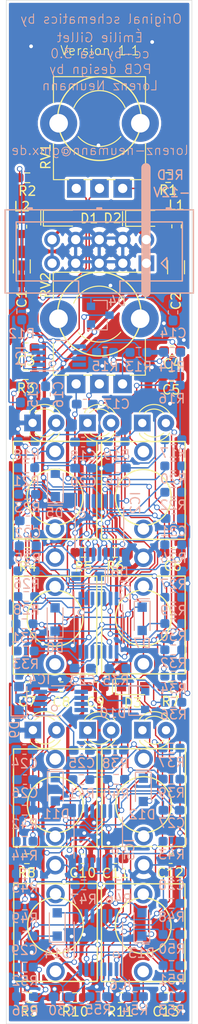
<source format=kicad_pcb>
(kicad_pcb (version 20171130) (host pcbnew "(5.1.8)-1")
  (layers (0 F.Cu signal) (31 B.Cu signal) (34 B.Paste user hide) (35 F.Paste user hide) (36 B.SilkS user) (37 F.SilkS user) (38 B.Mask user) (39 F.Mask user) (44 Edge.Cuts user))
  (net 0 "")
  (net 1 GND)
  (net 2 VCC)
  (net 3 VEE)
  (net 4 "Net-(C3-Pad1)")
  (net 5 "Net-(C5-Pad2)")
  (net 6 AMP_OUT_1)
  (net 7 "Net-(C7-Pad1)")
  (net 8 /ears_v40_2/FULL_WAVE_RECT_1)
  (net 9 "Net-(C15-Pad2)")
  (net 10 AMP_OUT_2)
  (net 11 "Net-(C22-Pad1)")
  (net 12 /ears_v40_2/FULL_WAVE_RECT_2)
  (net 13 "Net-(C24-Pad1)")
  (net 14 "Net-(IC2-Pad5)")
  (net 15 /ears_v40_2/ENVELOPE_1)
  (net 16 "Net-(IC2-Pad9)")
  (net 17 "Net-(IC2-Pad13)")
  (net 18 "Net-(IC2-Pad14)")
  (net 19 "Net-(IC3-Pad7)")
  (net 20 "Net-(IC3-Pad6)")
  (net 21 /ears_v40_2/ENVELOPE_2)
  (net 22 "Net-(J3-Pad1)")
  (net 23 "Net-(J4-Pad1)")
  (net 24 "Net-(J5-Pad1)")
  (net 25 "Net-(J7-Pad1)")
  (net 26 "Net-(J8-Pad1)")
  (net 27 "Net-(D1-Pad1)")
  (net 28 "Net-(D1-Pad2)")
  (net 29 "Net-(D2-Pad2)")
  (net 30 "Net-(D2-Pad1)")
  (net 31 "Net-(D5-Pad1)")
  (net 32 "Net-(D7-Pad1)")
  (net 33 "Net-(D7-Pad2)")
  (net 34 "Net-(D11-Pad2)")
  (net 35 "Net-(LED1-Pad2)")
  (net 36 "Net-(LED4-Pad2)")
  (net 37 /ears_v40_2/~GATE_1)
  (net 38 /ears_v40_2/~GATE_2)
  (net 39 /ears_v40_2/GATE_1)
  (net 40 /ears_v40_2/GATE_2)
  (net 41 /ears_v40_2/CLIP_1)
  (net 42 /ears_v40_2/CLIP_2)
  (net 43 "Net-(C4-Pad2)")
  (net 44 "Net-(C6-Pad1)")
  (net 45 "Net-(C12-Pad1)")
  (net 46 "Net-(C13-Pad1)")
  (net 47 "Net-(C15-Pad1)")
  (net 48 "Net-(C17-Pad2)")
  (net 49 "Net-(C21-Pad1)")
  (net 50 "Net-(C24-Pad2)")
  (net 51 "Net-(C25-Pad2)")
  (net 52 "Net-(C27-Pad1)")
  (net 53 "Net-(C28-Pad1)")
  (net 54 "Net-(C29-Pad1)")
  (net 55 "Net-(D3-Pad2)")
  (net 56 "Net-(D4-Pad3)")
  (net 57 "Net-(D8-Pad1)")
  (net 58 "Net-(D9-Pad2)")
  (net 59 "Net-(D10-Pad3)")
  (net 60 "Net-(D11-Pad1)")
  (net 61 "Net-(D12-Pad2)")
  (net 62 "Net-(D13-Pad1)")
  (net 63 "Net-(IC5-Pad7)")
  (net 64 "Net-(IC5-Pad6)")
  (net 65 "Net-(IC6-Pad14)")
  (net 66 "Net-(IC6-Pad13)")
  (net 67 "Net-(IC6-Pad9)")
  (net 68 "Net-(IC6-Pad5)")
  (net 69 "Net-(J2-Pad1)")
  (net 70 "Net-(R1-Pad1)")
  (net 71 "Net-(R13-Pad1)")
  (net 72 "Net-(R20-Pad1)")
  (net 73 "Net-(R50-Pad1)")
  (module Diode_SMD:D_SOD-323_HandSoldering (layer B.Cu) (at 44.55922 138.56684 90)
    (fp_text reference D13 (at -3.0788 -0.04572 180) (layer B.SilkS) (effects (justify mirror)))
    (fp_text value 1N4148)
    (pad 2 smd rect (at 1.25 0 90) (size 1 1) (layers B.Cu B.Paste B.Mask) (net 12 /ears_v40_2/FULL_WAVE_RECT_2))
    (pad 1 smd rect (at -1.25 0 90) (size 1 1) (layers B.Cu B.Paste B.Mask) (net 62 "Net-(D13-Pad1)"))
  )
  (module Diode_SMD:D_SOD-323_HandSoldering (layer F.Cu) (at 43.613125 113.03)
    (fp_text reference D3 (at -0.016565 1.72212) (layer F.SilkS))
    (fp_text value 1N4148)
    (pad 2 smd rect (at 1.25 0) (size 1 1) (layers F.Cu F.Paste F.Mask) (net 55 "Net-(D3-Pad2)"))
    (pad 1 smd rect (at -1.25 0) (size 1 1) (layers F.Cu F.Paste F.Mask) (net 12 /ears_v40_2/FULL_WAVE_RECT_2))
  )
  (module Diode_SMD:D_SOD-323_HandSoldering (layer B.Cu) (at 35.43554 138.56748 90)
    (fp_text reference D14 (at -3.11372 -0.00254 180) (layer B.SilkS) (effects (justify mirror)))
    (fp_text value 1N4148)
    (pad 2 smd rect (at 1.25 0 90) (size 1 1) (layers B.Cu B.Paste B.Mask) (net 42 /ears_v40_2/CLIP_2))
    (pad 1 smd rect (at -1.25 0 90) (size 1 1) (layers B.Cu B.Paste B.Mask) (net 54 "Net-(C29-Pad1)"))
  )
  (module Diode_SMD:D_SOD-323_HandSoldering (layer B.Cu) (at 44.71416 124.1098 270)
    (fp_text reference D12 (at 2.65398 0.1143 180) (layer B.SilkS) (effects (justify mirror)))
    (fp_text value 1N4148)
    (pad 2 smd rect (at 1.25 0 270) (size 1 1) (layers B.Cu B.Paste B.Mask) (net 61 "Net-(D12-Pad2)"))
    (pad 1 smd rect (at -1.25 0 270) (size 1 1) (layers B.Cu B.Paste B.Mask) (net 34 "Net-(D11-Pad2)"))
  )
  (module Diode_SMD:D_SOD-323_HandSoldering (layer B.Cu) (at 35.2298 124.05328 270)
    (fp_text reference D11 (at 2.66732 -0.11176 180) (layer B.SilkS) (effects (justify mirror)))
    (fp_text value 1N4148)
    (pad 2 smd rect (at 1.25 0 270) (size 1 1) (layers B.Cu B.Paste B.Mask) (net 34 "Net-(D11-Pad2)"))
    (pad 1 smd rect (at -1.25 0 270) (size 1 1) (layers B.Cu B.Paste B.Mask) (net 60 "Net-(D11-Pad1)"))
  )
  (module Diode_SMD:D_SOD-323_HandSoldering (layer B.Cu) (at 44.59 105.74 270)
    (fp_text reference D7 (at 2.64 0 180) (layer B.SilkS) (effects (justify mirror)))
    (fp_text value 1N4148)
    (pad 2 smd rect (at 1.25 0 270) (size 1 1) (layers B.Cu B.Paste B.Mask) (net 33 "Net-(D7-Pad2)"))
    (pad 1 smd rect (at -1.25 0 270) (size 1 1) (layers B.Cu B.Paste B.Mask) (net 32 "Net-(D7-Pad1)"))
  )
  (module Diode_SMD:D_SOD-323_HandSoldering (layer B.Cu) (at 35.2044 105.811 90)
    (fp_text reference D8 (at -3.028 0.00254 180) (layer B.SilkS) (effects (justify mirror)))
    (fp_text value 1N4148)
    (pad 2 smd rect (at 1.25 0 90) (size 1 1) (layers B.Cu B.Paste B.Mask) (net 32 "Net-(D7-Pad1)"))
    (pad 1 smd rect (at -1.25 0 90) (size 1 1) (layers B.Cu B.Paste B.Mask) (net 57 "Net-(D8-Pad1)"))
  )
  (module Diode_SMD:D_SOD-323_HandSoldering (layer B.Cu) (at 31.31058 114.27428 90)
    (fp_text reference D9 (at -3.34804 -0.47752 270) (layer B.SilkS) (effects (justify mirror)))
    (fp_text value 1N4148)
    (pad 2 smd rect (at 1.25 0 90) (size 1 1) (layers B.Cu B.Paste B.Mask) (net 58 "Net-(D9-Pad2)"))
    (pad 1 smd rect (at -1.25 0 90) (size 1 1) (layers B.Cu B.Paste B.Mask) (net 8 /ears_v40_2/FULL_WAVE_RECT_1))
  )
  (module Diode_SMD:D_SOD-323_HandSoldering (layer B.Cu) (at 35.23 91.36 90)
    (fp_text reference D5 (at -2.98322 -0.06878 180) (layer B.SilkS) (effects (justify mirror)))
    (fp_text value 1N4148)
    (pad 2 smd rect (at 1.25 0 90) (size 1 1) (layers B.Cu B.Paste B.Mask) (net 8 /ears_v40_2/FULL_WAVE_RECT_1))
    (pad 1 smd rect (at -1.25 0 90) (size 1 1) (layers B.Cu B.Paste B.Mask) (net 31 "Net-(D5-Pad1)"))
  )
  (module Diode_SMD:D_SOD-323_HandSoldering (layer B.Cu) (at 38.71182 101.17074 180)
    (fp_text reference D6 (at -3.45472 0.41656) (layer B.SilkS) (effects (justify mirror)))
    (fp_text value 1N4148)
    (pad 2 smd rect (at 1.25 0 180) (size 1 1) (layers B.Cu B.Paste B.Mask) (net 41 /ears_v40_2/CLIP_1))
    (pad 1 smd rect (at -1.25 0 180) (size 1 1) (layers B.Cu B.Paste B.Mask) (net 45 "Net-(C12-Pad1)"))
  )
  (module Diode_SMD:D_SOD-323_HandSoldering (layer F.Cu) (at 44.70178 62.72784)
    (fp_text reference D2 (at -3.29978 -0.01524) (layer F.SilkS))
    (fp_text value PMEG2010AEB)
    (pad 2 smd rect (at 1.25 0) (size 1 1) (layers F.Cu F.Paste F.Mask) (net 29 "Net-(D2-Pad2)"))
    (pad 1 smd rect (at -1.25 0) (size 1 1) (layers F.Cu F.Paste F.Mask) (net 30 "Net-(D2-Pad1)"))
  )
  (module Diode_SMD:D_SOD-323_HandSoldering (layer F.Cu) (at 35.83908 62.70498)
    (fp_text reference D1 (at 3.04578 0.0254) (layer F.SilkS))
    (fp_text value PMEG2010AEB)
    (pad 2 smd rect (at 1.25 0) (size 1 1) (layers F.Cu F.Paste F.Mask) (net 28 "Net-(D1-Pad2)"))
    (pad 1 smd rect (at -1.25 0) (size 1 1) (layers F.Cu F.Paste F.Mask) (net 27 "Net-(D1-Pad1)"))
  )
  (module Eigenes:Thonkicon_noGND (layer F.Cu) (at 44.725 105.65 180)
    (fp_text reference J3 hide)
    (fp_text value Audio-Jack-2_Switch)
    (pad 3 thru_hole circle (at 0 3.38 180) (size 2 2) (drill 1.25) (layers *.Cu *.Mask))
    (pad 1 thru_hole circle (at 0 -4.92 180) (size 2 2) (drill 1.25) (layers *.Cu *.Mask) (net 22 "Net-(J3-Pad1)"))
  )
  (module Eigenes:Thonkicon_noGND (layer F.Cu) (at 35.2 105.675 180)
    (fp_text reference J4 hide)
    (fp_text value Audio-Jack-2_Switch)
    (pad 3 thru_hole circle (at 0 3.38 180) (size 2 2) (drill 1.25) (layers *.Cu *.Mask))
    (pad 1 thru_hole circle (at 0 -4.92 180) (size 2 2) (drill 1.25) (layers *.Cu *.Mask) (net 23 "Net-(J4-Pad1)"))
  )
  (module Eigenes:Thonkicon_noGND (layer F.Cu) (at 44.7 138.7 180)
    (fp_text reference J8 hide)
    (fp_text value Audio-Jack-2_Switch)
    (pad 3 thru_hole circle (at 0 3.38 180) (size 2 2) (drill 1.25) (layers *.Cu *.Mask))
    (pad 1 thru_hole circle (at 0 -4.92 180) (size 2 2) (drill 1.25) (layers *.Cu *.Mask) (net 26 "Net-(J8-Pad1)"))
  )
  (module Eigenes:Thonkicon_noGND (layer F.Cu) (at 35.25 138.68 180)
    (fp_text reference J7 hide)
    (fp_text value Audio-Jack-2_Switch)
    (pad 3 thru_hole circle (at 0 3.38 180) (size 2 2) (drill 1.25) (layers *.Cu *.Mask))
    (pad 1 thru_hole circle (at 0 -4.92 180) (size 2 2) (drill 1.25) (layers *.Cu *.Mask) (net 25 "Net-(J7-Pad1)"))
  )
  (module Package_SO:TSSOP-14_4.4x5mm_P0.65mm (layer B.Cu) (at 39.87292 140.51788 90)
    (fp_text reference IC6 (at -4.55714 2.35464 180) (layer B.SilkS) (effects (justify mirror)))
    (fp_text value LM324PW)
    (pad 14 smd roundrect (at 2.8625 1.95 90) (size 1.475 0.4) (layers B.Cu B.Paste B.Mask) (net 65 "Net-(IC6-Pad14)"))
    (pad 13 smd roundrect (at 2.8625 1.3 90) (size 1.475 0.4) (layers B.Cu B.Paste B.Mask) (net 66 "Net-(IC6-Pad13)"))
    (pad 12 smd roundrect (at 2.8625 0.65 90) (size 1.475 0.4) (layers B.Cu B.Paste B.Mask) (net 40 /ears_v40_2/GATE_2))
    (pad 11 smd roundrect (at 2.8625 0 90) (size 1.475 0.4) (layers B.Cu B.Paste B.Mask) (net 1 GND))
    (pad 10 smd roundrect (at 2.8625 -0.65 90) (size 1.475 0.4) (layers B.Cu B.Paste B.Mask) (net 12 /ears_v40_2/FULL_WAVE_RECT_2))
    (pad 9 smd roundrect (at 2.8625 -1.3 90) (size 1.475 0.4) (layers B.Cu B.Paste B.Mask) (net 67 "Net-(IC6-Pad9)"))
    (pad 8 smd roundrect (at 2.8625 -1.95 90) (size 1.475 0.4) (layers B.Cu B.Paste B.Mask) (net 42 /ears_v40_2/CLIP_2))
    (pad 7 smd roundrect (at -2.8625 -1.95 90) (size 1.475 0.4) (layers B.Cu B.Paste B.Mask) (net 38 /ears_v40_2/~GATE_2))
    (pad 6 smd roundrect (at -2.8625 -1.3 90) (size 1.475 0.4) (layers B.Cu B.Paste B.Mask) (net 21 /ears_v40_2/ENVELOPE_2))
    (pad 5 smd roundrect (at -2.8625 -0.65 90) (size 1.475 0.4) (layers B.Cu B.Paste B.Mask) (net 68 "Net-(IC6-Pad5)"))
    (pad 4 smd roundrect (at -2.8625 0 90) (size 1.475 0.4) (layers B.Cu B.Paste B.Mask) (net 2 VCC))
    (pad 3 smd roundrect (at -2.8625 0.65 90) (size 1.475 0.4) (layers B.Cu B.Paste B.Mask) (net 1 GND))
    (pad 2 smd roundrect (at -2.8625 1.3 90) (size 1.475 0.4) (layers B.Cu B.Paste B.Mask) (net 53 "Net-(C28-Pad1)"))
    (pad 1 smd roundrect (at -2.8625 1.95 90) (size 1.475 0.4) (layers B.Cu B.Paste B.Mask) (net 40 /ears_v40_2/GATE_2))
  )
  (module Eigenes:Potentiometer_Alps_RK09K_Horizontal (layer F.Cu) (at 42.49 59.51 90)
    (fp_text reference RV1 (at 3.42 -8.29 90) (layer F.SilkS))
    (fp_text value 50kB)
    (pad 0 np_thru_hole circle (at 7 1.9 90) (size 4 4) (drill 2) (layers *.Cu *.Mask))
    (pad 0 np_thru_hole circle (at 7 -6.9 90) (size 4 4) (drill 2) (layers *.Cu *.Mask))
    (pad 1 thru_hole rect (at 0 0 90) (size 2 2) (drill 1) (layers *.Cu *.Mask) (net 70 "Net-(R1-Pad1)"))
    (pad 2 thru_hole rect (at 0 -2.5 90) (size 2 2) (drill 1) (layers *.Cu *.Mask) (net 4 "Net-(C3-Pad1)"))
    (pad 3 thru_hole rect (at 0 -5 90) (size 2 2) (drill 1) (layers *.Cu *.Mask) (net 6 AMP_OUT_1))
  )
  (module Eigenes:Potentiometer_Alps_RK09K_Horizontal (layer F.Cu) (at 42.475 80.51 90)
    (fp_text reference RV2 (at 10.6 -8.285 90) (layer F.SilkS))
    (fp_text value 50kB)
    (pad 0 np_thru_hole circle (at 7 1.9 90) (size 4 4) (drill 2) (layers *.Cu *.Mask))
    (pad 0 np_thru_hole circle (at 7 -6.9 90) (size 4 4) (drill 2) (layers *.Cu *.Mask))
    (pad 1 thru_hole rect (at 0 0 90) (size 2 2) (drill 1) (layers *.Cu *.Mask) (net 71 "Net-(R13-Pad1)"))
    (pad 2 thru_hole rect (at 0 -2.5 90) (size 2 2) (drill 1) (layers *.Cu *.Mask) (net 7 "Net-(C7-Pad1)"))
    (pad 3 thru_hole rect (at 0 -5 90) (size 2 2) (drill 1) (layers *.Cu *.Mask) (net 10 AMP_OUT_2))
  )
  (module Resistor_SMD:R_0603_1608Metric_Pad0.98x0.95mm_HandSolder (layer B.Cu) (at 31.93986 136.47007)
    (fp_text reference R49 (at 0 1.43) (layer B.SilkS) (effects (justify mirror)))
    (fp_text value 10k)
    (pad 2 smd roundrect (at 0.9125 0) (size 0.975 0.95) (layers B.Cu B.Paste B.Mask) (net 54 "Net-(C29-Pad1)"))
    (pad 1 smd roundrect (at -0.9125 0) (size 0.975 0.95) (layers B.Cu B.Paste B.Mask) (net 36 "Net-(LED4-Pad2)"))
  )
  (module Eigenes:Thonkicon (layer F.Cu) (at 44.72 92.7)
    (fp_text reference J2 hide)
    (fp_text value Audio-Jack-2_Switch)
    (pad 1 thru_hole circle (at 0 -4.92) (size 2 2) (drill 1.25) (layers *.Cu *.Mask) (net 69 "Net-(J2-Pad1)"))
    (pad 3 thru_hole circle (at 0 3.38) (size 2 2) (drill 1.25) (layers *.Cu *.Mask))
    (pad 2 thru_hole circle (at 0 6.48) (size 2 2) (drill 1.25) (layers *.Cu *.Mask) (net 1 GND))
  )
  (module Capacitor_SMD:C_1206_3216Metric_Pad1.33x1.80mm_HandSolder (layer F.Cu) (at 31.62 67.8875 270)
    (fp_text reference C1 (at 3.4825 -0.003 90) (layer F.SilkS))
    (fp_text value 22u)
    (pad 2 smd roundrect (at 1.5625 0 270) (size 1.325 1.8) (layers F.Cu F.Paste F.Mask) (roundrect_rratio 0.1886777358490566) (net 1 GND))
    (pad 1 smd roundrect (at -1.5625 0 270) (size 1.325 1.8) (layers F.Cu F.Paste F.Mask) (roundrect_rratio 0.1886777358490566) (net 2 VCC))
  )
  (module Capacitor_SMD:C_1206_3216Metric_Pad1.33x1.80mm_HandSolder (layer F.Cu) (at 48.24 67.98 90)
    (fp_text reference C2 (at -3.6226 -0.0054 90) (layer F.SilkS))
    (fp_text value 22u)
    (pad 1 smd roundrect (at -1.5625 0 90) (size 1.325 1.8) (layers F.Cu F.Paste F.Mask) (roundrect_rratio 0.1886777358490566) (net 1 GND))
    (pad 2 smd roundrect (at 1.5625 0 90) (size 1.325 1.8) (layers F.Cu F.Paste F.Mask) (roundrect_rratio 0.1886777358490566) (net 3 VEE))
  )
  (module Capacitor_SMD:C_0603_1608Metric_Pad1.05x0.95mm_HandSolder (layer B.Cu) (at 38.225 86.75)
    (fp_text reference C18 (at 0.002 1.48) (layer B.SilkS) (effects (justify mirror)))
    (fp_text value 68p)
    (pad 1 smd roundrect (at -0.875 0) (size 1.05 0.95) (layers B.Cu B.Paste B.Mask) (net 47 "Net-(C15-Pad1)"))
    (pad 2 smd roundrect (at 0.875 0) (size 1.05 0.95) (layers B.Cu B.Paste B.Mask) (net 1 GND))
  )
  (module Capacitor_SMD:C_0603_1608Metric_Pad1.05x0.95mm_HandSolder (layer B.Cu) (at 47.9171 72.82056 90)
    (fp_text reference C14 (at -2.24406 0.01524) (layer B.SilkS) (effects (justify mirror)))
    (fp_text value 100n)
    (pad 1 smd roundrect (at -0.875 0 90) (size 1.05 0.95) (layers B.Cu B.Paste B.Mask) (net 2 VCC))
    (pad 2 smd roundrect (at 0.875 0 90) (size 1.05 0.95) (layers B.Cu B.Paste B.Mask) (net 1 GND))
  )
  (module Capacitor_SMD:C_0603_1608Metric_Pad1.05x0.95mm_HandSolder (layer B.Cu) (at 31.47314 81.62928 270)
    (fp_text reference C15 (at 0.00632 -1.35 90) (layer B.SilkS) (effects (justify mirror)))
    (fp_text value 4.7u)
    (pad 2 smd roundrect (at 0.875 0 270) (size 1.05 0.95) (layers B.Cu B.Paste B.Mask) (net 9 "Net-(C15-Pad2)"))
    (pad 1 smd roundrect (at -0.875 0 270) (size 1.05 0.95) (layers B.Cu B.Paste B.Mask) (net 47 "Net-(C15-Pad1)"))
  )
  (module Capacitor_SMD:C_0603_1608Metric_Pad1.05x0.95mm_HandSolder (layer B.Cu) (at 34.18586 81.63436 90)
    (fp_text reference C16 (at -0.00638 1.37668 90) (layer B.SilkS) (effects (justify mirror)))
    (fp_text value 100n)
    (pad 1 smd roundrect (at -0.875 0 90) (size 1.05 0.95) (layers B.Cu B.Paste B.Mask) (net 1 GND))
    (pad 2 smd roundrect (at 0.875 0 90) (size 1.05 0.95) (layers B.Cu B.Paste B.Mask) (net 3 VEE))
  )
  (module Capacitor_SMD:C_0603_1608Metric_Pad1.05x0.95mm_HandSolder (layer F.Cu) (at 32.115 76.62 180)
    (fp_text reference C3 (at 0.0094 -1.4088 180) (layer F.SilkS))
    (fp_text value 22p)
    (pad 2 smd roundrect (at 0.875 0 180) (size 1.05 0.95) (layers F.Cu F.Paste F.Mask) (net 6 AMP_OUT_1))
    (pad 1 smd roundrect (at -0.875 0 180) (size 1.05 0.95) (layers F.Cu F.Paste F.Mask) (net 4 "Net-(C3-Pad1)"))
  )
  (module Capacitor_SMD:C_0603_1608Metric_Pad1.05x0.95mm_HandSolder (layer F.Cu) (at 47.655 131.51)
    (fp_text reference C12 (at -0.03 1.5098) (layer F.SilkS))
    (fp_text value 1u)
    (pad 2 smd roundrect (at 0.875 0) (size 1.05 0.95) (layers F.Cu F.Paste F.Mask) (net 1 GND))
    (pad 1 smd roundrect (at -0.875 0) (size 1.05 0.95) (layers F.Cu F.Paste F.Mask) (net 45 "Net-(C12-Pad1)"))
  )
  (module Capacitor_SMD:C_0603_1608Metric_Pad1.05x0.95mm_HandSolder (layer B.Cu) (at 35.91242 146.31416 180)
    (fp_text reference C30 (at -0.00318 -1.48336) (layer B.SilkS) (effects (justify mirror)))
    (fp_text value 100n)
    (pad 2 smd roundrect (at 0.875 0 180) (size 1.05 0.95) (layers B.Cu B.Paste B.Mask) (net 1 GND))
    (pad 1 smd roundrect (at -0.875 0 180) (size 1.05 0.95) (layers B.Cu B.Paste B.Mask) (net 2 VCC))
  )
  (module Capacitor_SMD:C_0603_1608Metric_Pad1.05x0.95mm_HandSolder (layer F.Cu) (at 47.871201 98.6)
    (fp_text reference C6 (at 0.007799 1.476) (layer F.SilkS))
    (fp_text value 68p)
    (pad 2 smd roundrect (at 0.875 0) (size 1.05 0.95) (layers F.Cu F.Paste F.Mask) (net 39 /ears_v40_2/GATE_1))
    (pad 1 smd roundrect (at -0.875 0) (size 1.05 0.95) (layers F.Cu F.Paste F.Mask) (net 44 "Net-(C6-Pad1)"))
  )
  (module Capacitor_SMD:C_0603_1608Metric_Pad1.05x0.95mm_HandSolder (layer B.Cu) (at 32.265 95.21)
    (fp_text reference C22 (at 0 1.3354) (layer B.SilkS) (effects (justify mirror)))
    (fp_text value 1u)
    (pad 1 smd roundrect (at -0.875 0) (size 1.05 0.95) (layers B.Cu B.Paste B.Mask) (net 11 "Net-(C22-Pad1)"))
    (pad 2 smd roundrect (at 0.875 0) (size 1.05 0.95) (layers B.Cu B.Paste B.Mask) (net 1 GND))
  )
  (module Capacitor_SMD:C_0603_1608Metric_Pad1.05x0.95mm_HandSolder (layer F.Cu) (at 35.884375 113.03)
    (fp_text reference C8 (at -0.001795 1.64846) (layer F.SilkS))
    (fp_text value 100n)
    (pad 2 smd roundrect (at 0.875 0) (size 1.05 0.95) (layers F.Cu F.Paste F.Mask) (net 3 VEE))
    (pad 1 smd roundrect (at -0.875 0) (size 1.05 0.95) (layers F.Cu F.Paste F.Mask) (net 1 GND))
  )
  (module Capacitor_SMD:C_0603_1608Metric_Pad1.05x0.95mm_HandSolder (layer F.Cu) (at 39.57375 113.03)
    (fp_text reference C9 (at -0.00817 1.66116) (layer F.SilkS))
    (fp_text value 100n)
    (pad 1 smd roundrect (at -0.875 0) (size 1.05 0.95) (layers F.Cu F.Paste F.Mask) (net 2 VCC))
    (pad 2 smd roundrect (at 0.875 0) (size 1.05 0.95) (layers F.Cu F.Paste F.Mask) (net 1 GND))
  )
  (module Capacitor_SMD:C_0603_1608Metric_Pad1.05x0.95mm_HandSolder (layer B.Cu) (at 47.985 94.963 180)
    (fp_text reference C21 (at 0.0044 -1.3792) (layer B.SilkS) (effects (justify mirror)))
    (fp_text value 1.0n)
    (pad 2 smd roundrect (at 0.875 0 180) (size 1.05 0.95) (layers B.Cu B.Paste B.Mask) (net 8 /ears_v40_2/FULL_WAVE_RECT_1))
    (pad 1 smd roundrect (at -0.875 0 180) (size 1.05 0.95) (layers B.Cu B.Paste B.Mask) (net 49 "Net-(C21-Pad1)"))
  )
  (module Capacitor_SMD:C_0603_1608Metric_Pad1.05x0.95mm_HandSolder (layer F.Cu) (at 47.7152 79.7052 180)
    (fp_text reference C5 (at 0 -1.43) (layer F.SilkS))
    (fp_text value 4.7u)
    (pad 1 smd roundrect (at -0.875 0 180) (size 1.05 0.95) (layers F.Cu F.Paste F.Mask) (net 6 AMP_OUT_1))
    (pad 2 smd roundrect (at 0.875 0 180) (size 1.05 0.95) (layers F.Cu F.Paste F.Mask) (net 5 "Net-(C5-Pad2)"))
  )
  (module Capacitor_SMD:C_0603_1608Metric_Pad1.05x0.95mm_HandSolder (layer F.Cu) (at 47.8168 76.9366 180)
    (fp_text reference C4 (at 0 -1.43) (layer F.SilkS))
    (fp_text value 4.7u)
    (pad 1 smd roundrect (at -0.875 0 180) (size 1.05 0.95) (layers F.Cu F.Paste F.Mask) (net 6 AMP_OUT_1))
    (pad 2 smd roundrect (at 0.875 0 180) (size 1.05 0.95) (layers F.Cu F.Paste F.Mask) (net 43 "Net-(C4-Pad2)"))
  )
  (module Capacitor_SMD:C_0603_1608Metric_Pad1.05x0.95mm_HandSolder (layer B.Cu) (at 31.95958 123.00712)
    (fp_text reference C26 (at -0.00638 1.4478) (layer B.SilkS) (effects (justify mirror)))
    (fp_text value 68p)
    (pad 1 smd roundrect (at -0.875 0) (size 1.05 0.95) (layers B.Cu B.Paste B.Mask) (net 13 "Net-(C24-Pad1)"))
    (pad 2 smd roundrect (at 0.875 0) (size 1.05 0.95) (layers B.Cu B.Paste B.Mask) (net 1 GND))
  )
  (module Capacitor_SMD:C_0603_1608Metric_Pad1.05x0.95mm_HandSolder (layer B.Cu) (at 31.90236 119.77116 180)
    (fp_text reference C24 (at -0.00004 -1.51384) (layer B.SilkS) (effects (justify mirror)))
    (fp_text value 4.7u)
    (pad 2 smd roundrect (at 0.875 0 180) (size 1.05 0.95) (layers B.Cu B.Paste B.Mask) (net 50 "Net-(C24-Pad2)"))
    (pad 1 smd roundrect (at -0.875 0 180) (size 1.05 0.95) (layers B.Cu B.Paste B.Mask) (net 13 "Net-(C24-Pad1)"))
  )
  (module Capacitor_SMD:C_0603_1608Metric_Pad1.05x0.95mm_HandSolder (layer F.Cu) (at 32.195 113.03 180)
    (fp_text reference C7 (at -0.0122 -1.61798) (layer F.SilkS))
    (fp_text value 22p)
    (pad 2 smd roundrect (at 0.875 0 180) (size 1.05 0.95) (layers F.Cu F.Paste F.Mask) (net 10 AMP_OUT_2))
    (pad 1 smd roundrect (at -0.875 0 180) (size 1.05 0.95) (layers F.Cu F.Paste F.Mask) (net 7 "Net-(C7-Pad1)"))
  )
  (module Capacitor_SMD:C_0603_1608Metric_Pad1.05x0.95mm_HandSolder (layer B.Cu) (at 38.08346 119.8626)
    (fp_text reference C25 (at -0.00886 1.3716) (layer B.SilkS) (effects (justify mirror)))
    (fp_text value 4.7u)
    (pad 2 smd roundrect (at 0.875 0) (size 1.05 0.95) (layers B.Cu B.Paste B.Mask) (net 51 "Net-(C25-Pad2)"))
    (pad 1 smd roundrect (at -0.875 0) (size 1.05 0.95) (layers B.Cu B.Paste B.Mask) (net 10 AMP_OUT_2))
  )
  (module Capacitor_SMD:C_0603_1608Metric_Pad1.05x0.95mm_HandSolder (layer B.Cu) (at 38.41118 82.67446)
    (fp_text reference C17 (at 3.415 0 180) (layer B.SilkS) (effects (justify mirror)))
    (fp_text value 4.7u)
    (pad 2 smd roundrect (at 0.875 0) (size 1.05 0.95) (layers B.Cu B.Paste B.Mask) (net 48 "Net-(C17-Pad2)"))
    (pad 1 smd roundrect (at -0.875 0) (size 1.05 0.95) (layers B.Cu B.Paste B.Mask) (net 10 AMP_OUT_2))
  )
  (module Capacitor_SMD:C_0603_1608Metric_Pad1.05x0.95mm_HandSolder (layer B.Cu) (at 31.90236 139.809852 180)
    (fp_text reference C29 (at -0.00004 -1.515748 180) (layer B.SilkS) (effects (justify mirror)))
    (fp_text value 1u)
    (pad 1 smd roundrect (at -0.875 0 180) (size 1.05 0.95) (layers B.Cu B.Paste B.Mask) (net 54 "Net-(C29-Pad1)"))
    (pad 2 smd roundrect (at 0.875 0 180) (size 1.05 0.95) (layers B.Cu B.Paste B.Mask) (net 1 GND))
  )
  (module Capacitor_SMD:C_0603_1608Metric_Pad1.05x0.95mm_HandSolder (layer B.Cu) (at 47.7539 126.294514 180)
    (fp_text reference C27 (at -0.0235 -1.38684 180) (layer B.SilkS) (effects (justify mirror)))
    (fp_text value 1.0n)
    (pad 1 smd roundrect (at -0.875 0 180) (size 1.05 0.95) (layers B.Cu B.Paste B.Mask) (net 52 "Net-(C27-Pad1)"))
    (pad 2 smd roundrect (at 0.875 0 180) (size 1.05 0.95) (layers B.Cu B.Paste B.Mask) (net 12 /ears_v40_2/FULL_WAVE_RECT_2))
  )
  (module Capacitor_SMD:C_0603_1608Metric_Pad1.05x0.95mm_HandSolder (layer F.Cu) (at 47.18434 146.42592 180)
    (fp_text reference C13 (at 0.045 -1.5) (layer F.SilkS))
    (fp_text value 1u)
    (pad 1 smd roundrect (at -0.875 0 180) (size 1.05 0.95) (layers F.Cu F.Paste F.Mask) (net 46 "Net-(C13-Pad1)"))
    (pad 2 smd roundrect (at 0.875 0 180) (size 1.05 0.95) (layers F.Cu F.Paste F.Mask) (net 1 GND))
  )
  (module Capacitor_SMD:C_0603_1608Metric_Pad1.05x0.95mm_HandSolder (layer B.Cu) (at 47.7539 132.967728 180)
    (fp_text reference C28 (at 0.0019 -1.3716) (layer B.SilkS) (effects (justify mirror)))
    (fp_text value 68p)
    (pad 1 smd roundrect (at -0.875 0 180) (size 1.05 0.95) (layers B.Cu B.Paste B.Mask) (net 53 "Net-(C28-Pad1)"))
    (pad 2 smd roundrect (at 0.875 0 180) (size 1.05 0.95) (layers B.Cu B.Paste B.Mask) (net 40 /ears_v40_2/GATE_2))
  )
  (module Package_SO:VSSOP-8_3.0x3.0mm_P0.65mm (layer B.Cu) (at 35.6 77.465)
    (fp_text reference IC1 (at -4.07098 0.16756 90) (layer B.SilkS) (effects (justify mirror)))
    (fp_text value OPA1641)
    (pad 1 smd rect (at -2.2 0.975 90) (size 0.45 1.45) (layers B.Cu B.Paste B.Mask))
    (pad 2 smd rect (at -2.2 0.325 90) (size 0.45 1.45) (layers B.Cu B.Paste B.Mask) (net 4 "Net-(C3-Pad1)"))
    (pad 3 smd rect (at -2.2 -0.325 90) (size 0.45 1.45) (layers B.Cu B.Paste B.Mask) (net 56 "Net-(D4-Pad3)"))
    (pad 4 smd rect (at -2.2 -0.975 90) (size 0.45 1.45) (layers B.Cu B.Paste B.Mask) (net 3 VEE))
    (pad 5 smd rect (at 2.2 -0.975 90) (size 0.45 1.45) (layers B.Cu B.Paste B.Mask))
    (pad 6 smd rect (at 2.2 -0.325 90) (size 0.45 1.45) (layers B.Cu B.Paste B.Mask) (net 6 AMP_OUT_1))
    (pad 7 smd rect (at 2.2 0.325 90) (size 0.45 1.45) (layers B.Cu B.Paste B.Mask) (net 2 VCC))
    (pad 8 smd rect (at 2.2 0.975 90) (size 0.45 1.45) (layers B.Cu B.Paste B.Mask))
  )
  (module Package_SO:TSSOP-14_4.4x5mm_P0.65mm (layer B.Cu) (at 39.99 95.9435 270)
    (fp_text reference IC2 (at -2.66708 -3.8631 270) (layer B.SilkS) (effects (justify mirror)))
    (fp_text value LM324PW)
    (pad 1 smd roundrect (at -2.8625 1.95 270) (size 1.475 0.4) (layers B.Cu B.Paste B.Mask) (net 39 /ears_v40_2/GATE_1))
    (pad 2 smd roundrect (at -2.8625 1.3 270) (size 1.475 0.4) (layers B.Cu B.Paste B.Mask) (net 44 "Net-(C6-Pad1)"))
    (pad 3 smd roundrect (at -2.8625 0.65 270) (size 1.475 0.4) (layers B.Cu B.Paste B.Mask) (net 1 GND))
    (pad 4 smd roundrect (at -2.8625 0 270) (size 1.475 0.4) (layers B.Cu B.Paste B.Mask) (net 2 VCC))
    (pad 5 smd roundrect (at -2.8625 -0.65 270) (size 1.475 0.4) (layers B.Cu B.Paste B.Mask) (net 14 "Net-(IC2-Pad5)"))
    (pad 6 smd roundrect (at -2.8625 -1.3 270) (size 1.475 0.4) (layers B.Cu B.Paste B.Mask) (net 15 /ears_v40_2/ENVELOPE_1))
    (pad 7 smd roundrect (at -2.8625 -1.95 270) (size 1.475 0.4) (layers B.Cu B.Paste B.Mask) (net 37 /ears_v40_2/~GATE_1))
    (pad 8 smd roundrect (at 2.8625 -1.95 270) (size 1.475 0.4) (layers B.Cu B.Paste B.Mask) (net 41 /ears_v40_2/CLIP_1))
    (pad 9 smd roundrect (at 2.8625 -1.3 270) (size 1.475 0.4) (layers B.Cu B.Paste B.Mask) (net 16 "Net-(IC2-Pad9)"))
    (pad 10 smd roundrect (at 2.8625 -0.65 270) (size 1.475 0.4) (layers B.Cu B.Paste B.Mask) (net 8 /ears_v40_2/FULL_WAVE_RECT_1))
    (pad 11 smd roundrect (at 2.8625 0 270) (size 1.475 0.4) (layers B.Cu B.Paste B.Mask) (net 1 GND))
    (pad 12 smd roundrect (at 2.8625 0.65 270) (size 1.475 0.4) (layers B.Cu B.Paste B.Mask) (net 39 /ears_v40_2/GATE_1))
    (pad 13 smd roundrect (at 2.8625 1.3 270) (size 1.475 0.4) (layers B.Cu B.Paste B.Mask) (net 17 "Net-(IC2-Pad13)"))
    (pad 14 smd roundrect (at 2.8625 1.95 270) (size 1.475 0.4) (layers B.Cu B.Paste B.Mask) (net 18 "Net-(IC2-Pad14)"))
  )
  (module Package_SO:TSSOP-14_4.4x5mm_P0.65mm (layer B.Cu) (at 39.878 106.426 270)
    (fp_text reference IC3 (at -3.7592 -2.97688 270) (layer B.SilkS) (effects (justify mirror)))
    (fp_text value LM324PW)
    (pad 14 smd roundrect (at 2.8625 1.95 270) (size 1.475 0.4) (layers B.Cu B.Paste B.Mask) (net 8 /ears_v40_2/FULL_WAVE_RECT_1))
    (pad 13 smd roundrect (at 2.8625 1.3 270) (size 1.475 0.4) (layers B.Cu B.Paste B.Mask) (net 49 "Net-(C21-Pad1)"))
    (pad 12 smd roundrect (at 2.8625 0.65 270) (size 1.475 0.4) (layers B.Cu B.Paste B.Mask) (net 1 GND))
    (pad 11 smd roundrect (at 2.8625 0 270) (size 1.475 0.4) (layers B.Cu B.Paste B.Mask) (net 3 VEE))
    (pad 10 smd roundrect (at 2.8625 -0.65 270) (size 1.475 0.4) (layers B.Cu B.Paste B.Mask) (net 1 GND))
    (pad 9 smd roundrect (at 2.8625 -1.3 270) (size 1.475 0.4) (layers B.Cu B.Paste B.Mask) (net 57 "Net-(D8-Pad1)"))
    (pad 8 smd roundrect (at 2.8625 -1.95 270) (size 1.475 0.4) (layers B.Cu B.Paste B.Mask) (net 32 "Net-(D7-Pad1)"))
    (pad 7 smd roundrect (at -2.8625 -1.95 270) (size 1.475 0.4) (layers B.Cu B.Paste B.Mask) (net 19 "Net-(IC3-Pad7)"))
    (pad 6 smd roundrect (at -2.8625 -1.3 270) (size 1.475 0.4) (layers B.Cu B.Paste B.Mask) (net 20 "Net-(IC3-Pad6)"))
    (pad 5 smd roundrect (at -2.8625 -0.65 270) (size 1.475 0.4) (layers B.Cu B.Paste B.Mask) (net 15 /ears_v40_2/ENVELOPE_1))
    (pad 4 smd roundrect (at -2.8625 0 270) (size 1.475 0.4) (layers B.Cu B.Paste B.Mask) (net 2 VCC))
    (pad 3 smd roundrect (at -2.8625 0.65 270) (size 1.475 0.4) (layers B.Cu B.Paste B.Mask) (net 11 "Net-(C22-Pad1)"))
    (pad 2 smd roundrect (at -2.8625 1.3 270) (size 1.475 0.4) (layers B.Cu B.Paste B.Mask) (net 15 /ears_v40_2/ENVELOPE_1))
    (pad 1 smd roundrect (at -2.8625 1.95 270) (size 1.475 0.4) (layers B.Cu B.Paste B.Mask) (net 15 /ears_v40_2/ENVELOPE_1))
  )
  (module Package_SO:VSSOP-8_3.0x3.0mm_P0.65mm (layer B.Cu) (at 35.82 114.555)
    (fp_text reference IC4 (at -2.3174 -2.3124 180) (layer B.SilkS) (effects (justify mirror)))
    (fp_text value OPA1641)
    (pad 8 smd rect (at 2.2 0.975 90) (size 0.45 1.45) (layers B.Cu B.Paste B.Mask))
    (pad 7 smd rect (at 2.2 0.325 90) (size 0.45 1.45) (layers B.Cu B.Paste B.Mask) (net 2 VCC))
    (pad 6 smd rect (at 2.2 -0.325 90) (size 0.45 1.45) (layers B.Cu B.Paste B.Mask) (net 10 AMP_OUT_2))
    (pad 5 smd rect (at 2.2 -0.975 90) (size 0.45 1.45) (layers B.Cu B.Paste B.Mask))
    (pad 4 smd rect (at -2.2 -0.975 90) (size 0.45 1.45) (layers B.Cu B.Paste B.Mask) (net 3 VEE))
    (pad 3 smd rect (at -2.2 -0.325 90) (size 0.45 1.45) (layers B.Cu B.Paste B.Mask) (net 59 "Net-(D10-Pad3)"))
    (pad 2 smd rect (at -2.2 0.325 90) (size 0.45 1.45) (layers B.Cu B.Paste B.Mask) (net 7 "Net-(C7-Pad1)"))
    (pad 1 smd rect (at -2.2 0.975 90) (size 0.45 1.45) (layers B.Cu B.Paste B.Mask))
  )
  (module Package_SO:TSSOP-14_4.4x5mm_P0.65mm (layer B.Cu) (at 39.86022 129.25044 90)
    (fp_text reference IC5 (at -1.2954 3.36804 90) (layer B.SilkS) (effects (justify mirror)))
    (fp_text value LM324PW)
    (pad 14 smd roundrect (at 2.8625 1.95 90) (size 1.475 0.4) (layers B.Cu B.Paste B.Mask) (net 12 /ears_v40_2/FULL_WAVE_RECT_2))
    (pad 13 smd roundrect (at 2.8625 1.3 90) (size 1.475 0.4) (layers B.Cu B.Paste B.Mask) (net 52 "Net-(C27-Pad1)"))
    (pad 12 smd roundrect (at 2.8625 0.65 90) (size 1.475 0.4) (layers B.Cu B.Paste B.Mask) (net 1 GND))
    (pad 11 smd roundrect (at 2.8625 0 90) (size 1.475 0.4) (layers B.Cu B.Paste B.Mask) (net 3 VEE))
    (pad 10 smd roundrect (at 2.8625 -0.65 90) (size 1.475 0.4) (layers B.Cu B.Paste B.Mask) (net 1 GND))
    (pad 9 smd roundrect (at 2.8625 -1.3 90) (size 1.475 0.4) (layers B.Cu B.Paste B.Mask) (net 60 "Net-(D11-Pad1)"))
    (pad 8 smd roundrect (at 2.8625 -1.95 90) (size 1.475 0.4) (layers B.Cu B.Paste B.Mask) (net 34 "Net-(D11-Pad2)"))
    (pad 7 smd roundrect (at -2.8625 -1.95 90) (size 1.475 0.4) (layers B.Cu B.Paste B.Mask) (net 63 "Net-(IC5-Pad7)"))
    (pad 6 smd roundrect (at -2.8625 -1.3 90) (size 1.475 0.4) (layers B.Cu B.Paste B.Mask) (net 64 "Net-(IC5-Pad6)"))
    (pad 5 smd roundrect (at -2.8625 -0.65 90) (size 1.475 0.4) (layers B.Cu B.Paste B.Mask) (net 21 /ears_v40_2/ENVELOPE_2))
    (pad 4 smd roundrect (at -2.8625 0 90) (size 1.475 0.4) (layers B.Cu B.Paste B.Mask) (net 2 VCC))
    (pad 3 smd roundrect (at -2.8625 0.65 90) (size 1.475 0.4) (layers B.Cu B.Paste B.Mask) (net 46 "Net-(C13-Pad1)"))
    (pad 2 smd roundrect (at -2.8625 1.3 90) (size 1.475 0.4) (layers B.Cu B.Paste B.Mask) (net 21 /ears_v40_2/ENVELOPE_2))
    (pad 1 smd roundrect (at -2.8625 1.95 90) (size 1.475 0.4) (layers B.Cu B.Paste B.Mask) (net 21 /ears_v40_2/ENVELOPE_2))
  )
  (module Eigenes:Thonkicon (layer F.Cu) (at 35.225 125.72)
    (fp_text reference J6 hide)
    (fp_text value Audio-Jack-2_Switch)
    (pad 1 thru_hole circle (at 0 -4.92) (size 2 2) (drill 1.25) (layers *.Cu *.Mask) (net 13 "Net-(C24-Pad1)"))
    (pad 3 thru_hole circle (at 0 3.38) (size 2 2) (drill 1.25) (layers *.Cu *.Mask))
    (pad 2 thru_hole circle (at 0 6.48) (size 2 2) (drill 1.25) (layers *.Cu *.Mask) (net 1 GND))
  )
  (module Eigenes:Thonkicon (layer F.Cu) (at 35.2 92.67)
    (fp_text reference J1 hide)
    (fp_text value Audio-Jack-2_Switch)
    (pad 2 thru_hole circle (at 0 6.48) (size 2 2) (drill 1.25) (layers *.Cu *.Mask) (net 1 GND))
    (pad 3 thru_hole circle (at 0 3.38) (size 2 2) (drill 1.25) (layers *.Cu *.Mask))
    (pad 1 thru_hole circle (at 0 -4.92) (size 2 2) (drill 1.25) (layers *.Cu *.Mask) (net 47 "Net-(C15-Pad1)"))
  )
  (module Eigenes:Thonkicon (layer F.Cu) (at 44.75 125.695)
    (fp_text reference J5 hide)
    (fp_text value Audio-Jack-2_Switch)
    (pad 2 thru_hole circle (at 0 6.48) (size 2 2) (drill 1.25) (layers *.Cu *.Mask) (net 1 GND))
    (pad 3 thru_hole circle (at 0 3.38) (size 2 2) (drill 1.25) (layers *.Cu *.Mask))
    (pad 1 thru_hole circle (at 0 -4.92) (size 2 2) (drill 1.25) (layers *.Cu *.Mask) (net 24 "Net-(J5-Pad1)"))
  )
  (module Eigenes:Multicomp_MC9A12-1034_2x05x2.54mm_Straight (layer B.Cu) (at 45.04436 67.5513 180)
    (fp_text reference JP1 hide)
    (fp_text value M05X2PTH)
    (pad 1 thru_hole rect (at 0 0 180) (size 1.7 1.7) (drill 1) (layers *.Cu *.Mask) (net 30 "Net-(D2-Pad1)"))
    (pad 2 thru_hole circle (at 0 2.54 180) (size 1.7 1.7) (drill 1) (layers *.Cu *.Mask) (net 30 "Net-(D2-Pad1)"))
    (pad 3 thru_hole circle (at 2.54 0 180) (size 1.7 1.7) (drill 1) (layers *.Cu *.Mask) (net 1 GND))
    (pad 4 thru_hole circle (at 2.54 2.54 180) (size 1.7 1.7) (drill 1) (layers *.Cu *.Mask) (net 1 GND))
    (pad 5 thru_hole circle (at 5.08 0 180) (size 1.7 1.7) (drill 1) (layers *.Cu *.Mask) (net 1 GND))
    (pad 6 thru_hole circle (at 5.08 2.54 180) (size 1.7 1.7) (drill 1) (layers *.Cu *.Mask) (net 1 GND))
    (pad 7 thru_hole circle (at 7.62 0 180) (size 1.7 1.7) (drill 1) (layers *.Cu *.Mask) (net 1 GND))
    (pad 8 thru_hole circle (at 7.62 2.54 180) (size 1.7 1.7) (drill 1) (layers *.Cu *.Mask) (net 1 GND))
    (pad 9 thru_hole circle (at 10.16 0 180) (size 1.7 1.7) (drill 1) (layers *.Cu *.Mask) (net 28 "Net-(D1-Pad2)"))
    (pad 10 thru_hole circle (at 10.16 2.54 180) (size 1.7 1.7) (drill 1) (layers *.Cu *.Mask) (net 28 "Net-(D1-Pad2)"))
  )
  (module Inductor_SMD:L_0603_1608Metric (layer F.Cu) (at 31.63 63.62 90)
    (fp_text reference L2 (at 2.16 -0.007 180) (layer F.SilkS))
    (fp_text value WE-CBF_0603)
    (pad 2 smd roundrect (at 0.7875 0 90) (size 0.875 0.95) (layers F.Cu F.Paste F.Mask) (net 27 "Net-(D1-Pad1)"))
    (pad 1 smd roundrect (at -0.7875 0 90) (size 0.875 0.95) (layers F.Cu F.Paste F.Mask) (net 2 VCC))
  )
  (module Inductor_SMD:L_0603_1608Metric (layer F.Cu) (at 48.3 63.5875 90)
    (fp_text reference L1 (at 2.2719 -0.0146 180) (layer F.SilkS))
    (fp_text value WE-CBF_0603)
    (pad 1 smd roundrect (at -0.7875 0 90) (size 0.875 0.95) (layers F.Cu F.Paste F.Mask) (net 3 VEE))
    (pad 2 smd roundrect (at 0.7875 0 90) (size 0.875 0.95) (layers F.Cu F.Paste F.Mask) (net 29 "Net-(D2-Pad2)"))
  )
  (module LED_THT:LED_D3.0mm (layer F.Cu) (at 32.78 84.7)
    (fp_text reference LED1 hide)
    (fp_text value WP710A10SEC/J3)
    (pad 2 thru_hole circle (at 2.54 0) (size 1.8 1.8) (drill 0.9) (layers *.Cu *.Mask) (net 35 "Net-(LED1-Pad2)"))
    (pad 1 thru_hole rect (at 0 0) (size 1.8 1.8) (drill 0.9) (layers *.Cu *.Mask) (net 1 GND))
  )
  (module LED_THT:LED_D3.0mm (layer F.Cu) (at 38.7 84.7)
    (fp_text reference LED2 hide)
    (fp_text value AOL-3MWY4)
    (pad 1 thru_hole rect (at 0 0) (size 1.8 1.8) (drill 0.9) (layers *.Cu *.Mask) (net 20 "Net-(IC3-Pad6)"))
    (pad 2 thru_hole circle (at 2.54 0) (size 1.8 1.8) (drill 0.9) (layers *.Cu *.Mask) (net 19 "Net-(IC3-Pad7)"))
  )
  (module LED_THT:LED_D3.0mm (layer F.Cu) (at 44.6 84.71)
    (fp_text reference LED3 hide)
    (fp_text value WP710A10SEC/J4)
    (pad 2 thru_hole circle (at 2.54 0) (size 1.8 1.8) (drill 0.9) (layers *.Cu *.Mask) (net 18 "Net-(IC2-Pad14)"))
    (pad 1 thru_hole rect (at 0 0) (size 1.8 1.8) (drill 0.9) (layers *.Cu *.Mask) (net 17 "Net-(IC2-Pad13)"))
  )
  (module LED_THT:LED_D3.0mm (layer F.Cu) (at 32.81 117.69)
    (fp_text reference LED4 hide)
    (fp_text value WP710A10SEC/J3)
    (pad 1 thru_hole rect (at 0 0) (size 1.8 1.8) (drill 0.9) (layers *.Cu *.Mask) (net 1 GND))
    (pad 2 thru_hole circle (at 2.54 0) (size 1.8 1.8) (drill 0.9) (layers *.Cu *.Mask) (net 36 "Net-(LED4-Pad2)"))
  )
  (module LED_THT:LED_D3.0mm (layer F.Cu) (at 38.71 117.71)
    (fp_text reference LED6 hide)
    (fp_text value AOL-3MWY4)
    (pad 1 thru_hole rect (at 0 0) (size 1.8 1.8) (drill 0.9) (layers *.Cu *.Mask) (net 64 "Net-(IC5-Pad6)"))
    (pad 2 thru_hole circle (at 2.54 0) (size 1.8 1.8) (drill 0.9) (layers *.Cu *.Mask) (net 63 "Net-(IC5-Pad7)"))
  )
  (module LED_THT:LED_D3.0mm (layer F.Cu) (at 44.62 117.7)
    (fp_text reference LED5 hide)
    (fp_text value WP710A10SEC/J4)
    (pad 2 thru_hole circle (at 2.54 0) (size 1.8 1.8) (drill 0.9) (layers *.Cu *.Mask) (net 65 "Net-(IC6-Pad14)"))
    (pad 1 thru_hole rect (at 0 0) (size 1.8 1.8) (drill 0.9) (layers *.Cu *.Mask) (net 66 "Net-(IC6-Pad13)"))
  )
  (module Resistor_SMD:R_0603_1608Metric_Pad0.98x0.95mm_HandSolder (layer B.Cu) (at 40.58666 77.11694)
    (fp_text reference R15 (at 0.00254 1.50368 180) (layer B.SilkS) (effects (justify mirror)))
    (fp_text value 510)
    (pad 1 smd roundrect (at -0.9125 0) (size 0.975 0.95) (layers B.Cu B.Paste B.Mask) (net 43 "Net-(C4-Pad2)"))
    (pad 2 smd roundrect (at 0.9125 0) (size 0.975 0.95) (layers B.Cu B.Paste B.Mask) (net 69 "Net-(J2-Pad1)"))
  )
  (module Resistor_SMD:R_0603_1608Metric_Pad0.98x0.95mm_HandSolder (layer B.Cu) (at 32.10496 103.34498)
    (fp_text reference R28 (at 0.00064 1.43002 180) (layer B.SilkS) (effects (justify mirror)))
    (fp_text value 510)
    (pad 2 smd roundrect (at 0.9125 0) (size 0.975 0.95) (layers B.Cu B.Paste B.Mask) (net 23 "Net-(J4-Pad1)"))
    (pad 1 smd roundrect (at -0.9125 0) (size 0.975 0.95) (layers B.Cu B.Paste B.Mask) (net 15 /ears_v40_2/ENVELOPE_1))
  )
  (module Resistor_SMD:R_0603_1608Metric_Pad0.98x0.95mm_HandSolder (layer B.Cu) (at 32.1329 100.584)
    (fp_text reference R26 (at 0.0125 1.41) (layer B.SilkS) (effects (justify mirror)))
    (fp_text value 510)
    (pad 2 smd roundrect (at 0.9125 0) (size 0.975 0.95) (layers B.Cu B.Paste B.Mask) (net 22 "Net-(J3-Pad1)"))
    (pad 1 smd roundrect (at -0.9125 0) (size 0.975 0.95) (layers B.Cu B.Paste B.Mask) (net 39 /ears_v40_2/GATE_1))
  )
  (module Resistor_SMD:R_0603_1608Metric_Pad0.98x0.95mm_HandSolder (layer B.Cu) (at 31.6103 72.71322 90)
    (fp_text reference R12 (at -2.39458 -0.0127) (layer B.SilkS) (effects (justify mirror)))
    (fp_text value 10k)
    (pad 2 smd roundrect (at 0.9125 0 90) (size 0.975 0.95) (layers B.Cu B.Paste B.Mask) (net 9 "Net-(C15-Pad2)"))
    (pad 1 smd roundrect (at -0.9125 0 90) (size 0.975 0.95) (layers B.Cu B.Paste B.Mask) (net 56 "Net-(D4-Pad3)"))
  )
  (module Resistor_SMD:R_0603_1608Metric_Pad0.98x0.95mm_HandSolder (layer F.Cu) (at 32.22816 58.3692 180)
    (fp_text reference R2 (at 0.02096 -1.4224 180) (layer F.SilkS))
    (fp_text value 1.0M)
    (pad 2 smd roundrect (at 0.9125 0 180) (size 0.975 0.95) (layers F.Cu F.Paste F.Mask) (net 9 "Net-(C15-Pad2)"))
    (pad 1 smd roundrect (at -0.9125 0 180) (size 0.975 0.95) (layers F.Cu F.Paste F.Mask) (net 1 GND))
  )
  (module Resistor_SMD:R_0603_1608Metric_Pad0.98x0.95mm_HandSolder (layer F.Cu) (at 32.0575 79.52)
    (fp_text reference R3 (at -0.0027 1.4552) (layer F.SilkS))
    (fp_text value 10k)
    (pad 1 smd roundrect (at -0.9125 0) (size 0.975 0.95) (layers F.Cu F.Paste F.Mask) (net 4 "Net-(C3-Pad1)"))
    (pad 2 smd roundrect (at 0.9125 0) (size 0.975 0.95) (layers F.Cu F.Paste F.Mask) (net 1 GND))
  )
  (module Resistor_SMD:R_0603_1608Metric_Pad0.98x0.95mm_HandSolder (layer F.Cu) (at 47.3856 58.34888)
    (fp_text reference R1 (at 0.0108 1.34112) (layer F.SilkS))
    (fp_text value 510)
    (pad 2 smd roundrect (at 0.9125 0) (size 0.975 0.95) (layers F.Cu F.Paste F.Mask) (net 1 GND))
    (pad 1 smd roundrect (at -0.9125 0) (size 0.975 0.95) (layers F.Cu F.Paste F.Mask) (net 70 "Net-(R1-Pad1)"))
  )
  (module Resistor_SMD:R_0603_1608Metric_Pad0.98x0.95mm_HandSolder (layer B.Cu) (at 47.9475 109.068)
    (fp_text reference R32 (at 0.0077 1.422) (layer B.SilkS) (effects (justify mirror)))
    (fp_text value 20k)
    (pad 1 smd roundrect (at -0.9125 0) (size 0.975 0.95) (layers B.Cu B.Paste B.Mask) (net 20 "Net-(IC3-Pad6)"))
    (pad 2 smd roundrect (at 0.9125 0) (size 0.975 0.95) (layers B.Cu B.Paste B.Mask) (net 1 GND))
  )
  (module Resistor_SMD:R_0603_1608Metric_Pad0.98x0.95mm_HandSolder (layer B.Cu) (at 41.8275 86.7)
    (fp_text reference R19 (at 0 1.43) (layer B.SilkS) (effects (justify mirror)))
    (fp_text value 10k)
    (pad 1 smd roundrect (at -0.9125 0) (size 0.975 0.95) (layers B.Cu B.Paste B.Mask) (net 1 GND))
    (pad 2 smd roundrect (at 0.9125 0) (size 0.975 0.95) (layers B.Cu B.Paste B.Mask) (net 17 "Net-(IC2-Pad13)"))
  )
  (module Resistor_SMD:R_0603_1608Metric_Pad0.98x0.95mm_HandSolder (layer B.Cu) (at 32.1329 86.69274 180)
    (fp_text reference R18 (at 0.00004 -1.41986) (layer B.SilkS) (effects (justify mirror)))
    (fp_text value 10k)
    (pad 2 smd roundrect (at 0.9125 0 180) (size 0.975 0.95) (layers B.Cu B.Paste B.Mask) (net 45 "Net-(C12-Pad1)"))
    (pad 1 smd roundrect (at -0.9125 0 180) (size 0.975 0.95) (layers B.Cu B.Paste B.Mask) (net 35 "Net-(LED1-Pad2)"))
  )
  (module Resistor_SMD:R_0603_1608Metric_Pad0.98x0.95mm_HandSolder (layer B.Cu) (at 47.9475 89.321 180)
    (fp_text reference R20 (at -0.0077 -1.3824) (layer B.SilkS) (effects (justify mirror)))
    (fp_text value 100k)
    (pad 1 smd roundrect (at -0.9125 0 180) (size 0.975 0.95) (layers B.Cu B.Paste B.Mask) (net 72 "Net-(R20-Pad1)"))
    (pad 2 smd roundrect (at 0.9125 0 180) (size 0.975 0.95) (layers B.Cu B.Paste B.Mask) (net 3 VEE))
  )
  (module Resistor_SMD:R_0603_1608Metric_Pad0.98x0.95mm_HandSolder (layer B.Cu) (at 47.9475 92.142 180)
    (fp_text reference R22 (at 0.02 -1.3808) (layer B.SilkS) (effects (justify mirror)))
    (fp_text value 200k)
    (pad 2 smd roundrect (at 0.9125 0 180) (size 0.975 0.95) (layers B.Cu B.Paste B.Mask) (net 44 "Net-(C6-Pad1)"))
    (pad 1 smd roundrect (at -0.9125 0 180) (size 0.975 0.95) (layers B.Cu B.Paste B.Mask) (net 72 "Net-(R20-Pad1)"))
  )
  (module Resistor_SMD:R_0603_1608Metric_Pad0.98x0.95mm_HandSolder (layer B.Cu) (at 47.9475 97.784)
    (fp_text reference R24 (at 0.0077 1.4284) (layer B.SilkS) (effects (justify mirror)))
    (fp_text value 200k)
    (pad 2 smd roundrect (at 0.9125 0) (size 0.975 0.95) (layers B.Cu B.Paste B.Mask) (net 39 /ears_v40_2/GATE_1))
    (pad 1 smd roundrect (at -0.9125 0) (size 0.975 0.95) (layers B.Cu B.Paste B.Mask) (net 44 "Net-(C6-Pad1)"))
  )
  (module Resistor_SMD:R_0603_1608Metric_Pad0.98x0.95mm_HandSolder (layer B.Cu) (at 32.1025 89.52 180)
    (fp_text reference R21 (at -0.0031 -1.4374) (layer B.SilkS) (effects (justify mirror)))
    (fp_text value 200k)
    (pad 1 smd roundrect (at -0.9125 0 180) (size 0.975 0.95) (layers B.Cu B.Paste B.Mask) (net 37 /ears_v40_2/~GATE_1))
    (pad 2 smd roundrect (at 0.9125 0 180) (size 0.975 0.95) (layers B.Cu B.Paste B.Mask) (net 44 "Net-(C6-Pad1)"))
  )
  (module Resistor_SMD:R_0603_1608Metric_Pad0.98x0.95mm_HandSolder (layer B.Cu) (at 47.9475 86.5)
    (fp_text reference R17 (at 0 1.43) (layer B.SilkS) (effects (justify mirror)))
    (fp_text value 200k)
    (pad 1 smd roundrect (at -0.9125 0) (size 0.975 0.95) (layers B.Cu B.Paste B.Mask) (net 2 VCC))
    (pad 2 smd roundrect (at 0.9125 0) (size 0.975 0.95) (layers B.Cu B.Paste B.Mask) (net 14 "Net-(IC2-Pad5)"))
  )
  (module Resistor_SMD:R_0603_1608Metric_Pad0.98x0.95mm_HandSolder (layer B.Cu) (at 47.76152 80.64754 180)
    (fp_text reference R16 (at -0.01588 -1.44272) (layer B.SilkS) (effects (justify mirror)))
    (fp_text value 200k)
    (pad 2 smd roundrect (at 0.9125 0 180) (size 0.975 0.95) (layers B.Cu B.Paste B.Mask) (net 37 /ears_v40_2/~GATE_1))
    (pad 1 smd roundrect (at -0.9125 0 180) (size 0.975 0.95) (layers B.Cu B.Paste B.Mask) (net 14 "Net-(IC2-Pad5)"))
  )
  (module Resistor_SMD:R_0603_1608Metric_Pad0.98x0.95mm_HandSolder (layer F.Cu) (at 38.2725 98.6)
    (fp_text reference R5 (at -0.0201 1.56) (layer F.SilkS))
    (fp_text value 20k)
    (pad 2 smd roundrect (at 0.9125 0) (size 0.975 0.95) (layers F.Cu F.Paste F.Mask) (net 2 VCC))
    (pad 1 smd roundrect (at -0.9125 0) (size 0.975 0.95) (layers F.Cu F.Paste F.Mask) (net 16 "Net-(IC2-Pad9)"))
  )
  (module Resistor_SMD:R_0603_1608Metric_Pad0.98x0.95mm_HandSolder (layer F.Cu) (at 41.6725 98.6)
    (fp_text reference R6 (at 0.0089 1.5014) (layer F.SilkS))
    (fp_text value 100k)
    (pad 1 smd roundrect (at -0.9125 0) (size 0.975 0.95) (layers F.Cu F.Paste F.Mask) (net 1 GND))
    (pad 2 smd roundrect (at 0.9125 0) (size 0.975 0.95) (layers F.Cu F.Paste F.Mask) (net 16 "Net-(IC2-Pad9)"))
  )
  (module Resistor_SMD:R_0603_1608Metric_Pad0.98x0.95mm_HandSolder (layer F.Cu) (at 32.2475 98.6 180)
    (fp_text reference R4 (at -0.0105 -1.54) (layer F.SilkS))
    (fp_text value 1.0M)
    (pad 1 smd roundrect (at -0.9125 0 180) (size 0.975 0.95) (layers F.Cu F.Paste F.Mask) (net 1 GND))
    (pad 2 smd roundrect (at 0.9125 0 180) (size 0.975 0.95) (layers F.Cu F.Paste F.Mask) (net 11 "Net-(C22-Pad1)"))
  )
  (module Resistor_SMD:R_0603_1608Metric_Pad0.98x0.95mm_HandSolder (layer B.Cu) (at 32.26118 97.88906 180)
    (fp_text reference R25 (at 0.00318 -1.37414) (layer B.SilkS) (effects (justify mirror)))
    (fp_text value 10k)
    (pad 2 smd roundrect (at 0.9125 0 180) (size 0.975 0.95) (layers B.Cu B.Paste B.Mask) (net 11 "Net-(C22-Pad1)"))
    (pad 1 smd roundrect (at -0.9125 0 180) (size 0.975 0.95) (layers B.Cu B.Paste B.Mask) (net 58 "Net-(D9-Pad2)"))
  )
  (module Resistor_SMD:R_0603_1608Metric_Pad0.98x0.95mm_HandSolder (layer B.Cu) (at 32.1975 92.36)
    (fp_text reference R23 (at 0.0097 1.43) (layer B.SilkS) (effects (justify mirror)))
    (fp_text value 2k7)
    (pad 1 smd roundrect (at -0.9125 0) (size 0.975 0.95) (layers B.Cu B.Paste B.Mask) (net 31 "Net-(D5-Pad1)"))
    (pad 2 smd roundrect (at 0.9125 0) (size 0.975 0.95) (layers B.Cu B.Paste B.Mask) (net 11 "Net-(C22-Pad1)"))
  )
  (module Resistor_SMD:R_0603_1608Metric_Pad0.98x0.95mm_HandSolder (layer B.Cu) (at 32.0313 109.1946 180)
    (fp_text reference R33 (at 0.0019 -1.41) (layer B.SilkS) (effects (justify mirror)))
    (fp_text value 200k)
    (pad 1 smd roundrect (at -0.9125 0 180) (size 0.975 0.95) (layers B.Cu B.Paste B.Mask) (net 49 "Net-(C21-Pad1)"))
    (pad 2 smd roundrect (at 0.9125 0 180) (size 0.975 0.95) (layers B.Cu B.Paste B.Mask) (net 8 /ears_v40_2/FULL_WAVE_RECT_1))
  )
  (module Resistor_SMD:R_0603_1608Metric_Pad0.98x0.95mm_HandSolder (layer B.Cu) (at 47.9475 114.71 180)
    (fp_text reference R36 (at -0.02548 -1.3172) (layer B.SilkS) (effects (justify mirror)))
    (fp_text value 200k)
    (pad 2 smd roundrect (at 0.9125 0 180) (size 0.975 0.95) (layers B.Cu B.Paste B.Mask) (net 49 "Net-(C21-Pad1)"))
    (pad 1 smd roundrect (at -0.9125 0 180) (size 0.975 0.95) (layers B.Cu B.Paste B.Mask) (net 5 "Net-(C5-Pad2)"))
  )
  (module Resistor_SMD:R_0603_1608Metric_Pad0.98x0.95mm_HandSolder (layer B.Cu) (at 47.9475 111.889 180)
    (fp_text reference R34 (at -0.0331 -1.38) (layer B.SilkS) (effects (justify mirror)))
    (fp_text value 200k)
    (pad 1 smd roundrect (at -0.9125 0 180) (size 0.975 0.95) (layers B.Cu B.Paste B.Mask) (net 5 "Net-(C5-Pad2)"))
    (pad 2 smd roundrect (at 0.9125 0 180) (size 0.975 0.95) (layers B.Cu B.Paste B.Mask) (net 57 "Net-(D8-Pad1)"))
  )
  (module Resistor_SMD:R_0603_1608Metric_Pad0.98x0.95mm_HandSolder (layer B.Cu) (at 47.9475 106.247 180)
    (fp_text reference R30 (at -0.0077 -1.36 180) (layer B.SilkS) (effects (justify mirror)))
    (fp_text value 100k)
    (pad 2 smd roundrect (at 0.9125 0 180) (size 0.975 0.95) (layers B.Cu B.Paste B.Mask) (net 33 "Net-(D7-Pad2)"))
    (pad 1 smd roundrect (at -0.9125 0 180) (size 0.975 0.95) (layers B.Cu B.Paste B.Mask) (net 57 "Net-(D8-Pad1)"))
  )
  (module Resistor_SMD:R_0603_1608Metric_Pad0.98x0.95mm_HandSolder (layer B.Cu) (at 47.9475 103.426)
    (fp_text reference R29 (at 0.0077 1.4252) (layer B.SilkS) (effects (justify mirror)))
    (fp_text value 100k)
    (pad 1 smd roundrect (at -0.9125 0) (size 0.975 0.95) (layers B.Cu B.Paste B.Mask) (net 33 "Net-(D7-Pad2)"))
    (pad 2 smd roundrect (at 0.9125 0) (size 0.975 0.95) (layers B.Cu B.Paste B.Mask) (net 49 "Net-(C21-Pad1)"))
  )
  (module Resistor_SMD:R_0603_1608Metric_Pad0.98x0.95mm_HandSolder (layer B.Cu) (at 47.9475 100.605)
    (fp_text reference R27 (at 0.0077 1.4268) (layer B.SilkS) (effects (justify mirror)))
    (fp_text value 100k)
    (pad 1 smd roundrect (at -0.9125 0) (size 0.975 0.95) (layers B.Cu B.Paste B.Mask) (net 33 "Net-(D7-Pad2)"))
    (pad 2 smd roundrect (at 0.9125 0) (size 0.975 0.95) (layers B.Cu B.Paste B.Mask) (net 49 "Net-(C21-Pad1)"))
  )
  (module Resistor_SMD:R_0603_1608Metric_Pad0.98x0.95mm_HandSolder (layer B.Cu) (at 31.91954 126.293562 180)
    (fp_text reference R42 (at -0.00366 -1.49914) (layer B.SilkS) (effects (justify mirror)))
    (fp_text value 1.0M)
    (pad 2 smd roundrect (at 0.9125 0 180) (size 0.975 0.95) (layers B.Cu B.Paste B.Mask) (net 50 "Net-(C24-Pad2)"))
    (pad 1 smd roundrect (at -0.9125 0 180) (size 0.975 0.95) (layers B.Cu B.Paste B.Mask) (net 1 GND))
  )
  (module Resistor_SMD:R_0603_1608Metric_Pad0.98x0.95mm_HandSolder (layer B.Cu) (at 31.91954 129.633344 180)
    (fp_text reference R44 (at -0.00826 -1.54432) (layer B.SilkS) (effects (justify mirror)))
    (fp_text value 10k)
    (pad 1 smd roundrect (at -0.9125 0 180) (size 0.975 0.95) (layers B.Cu B.Paste B.Mask) (net 59 "Net-(D10-Pad3)"))
    (pad 2 smd roundrect (at 0.9125 0 180) (size 0.975 0.95) (layers B.Cu B.Paste B.Mask) (net 50 "Net-(C24-Pad2)"))
  )
  (module Resistor_SMD:R_0603_1608Metric_Pad0.98x0.95mm_HandSolder (layer B.Cu) (at 44.18902 77.12202)
    (fp_text reference R13 (at 0.01206 1.53924 180) (layer B.SilkS) (effects (justify mirror)))
    (fp_text value 510)
    (pad 2 smd roundrect (at 0.9125 0) (size 0.975 0.95) (layers B.Cu B.Paste B.Mask) (net 1 GND))
    (pad 1 smd roundrect (at -0.9125 0) (size 0.975 0.95) (layers B.Cu B.Paste B.Mask) (net 71 "Net-(R13-Pad1)"))
  )
  (module Resistor_SMD:R_0603_1608Metric_Pad0.98x0.95mm_HandSolder (layer B.Cu) (at 31.9024 106.2736 180)
    (fp_text reference R31 (at 0 -1.4986 180) (layer B.SilkS) (effects (justify mirror)))
    (fp_text value 10k)
    (pad 2 smd roundrect (at 0.9125 0 180) (size 0.975 0.95) (layers B.Cu B.Paste B.Mask) (net 1 GND))
    (pad 1 smd roundrect (at -0.9125 0 180) (size 0.975 0.95) (layers B.Cu B.Paste B.Mask) (net 7 "Net-(C7-Pad1)"))
  )
  (module Resistor_SMD:R_0603_1608Metric_Pad0.98x0.95mm_HandSolder (layer B.Cu) (at 41.67442 119.84228)
    (fp_text reference R38 (at 0.00698 1.4351) (layer B.SilkS) (effects (justify mirror)))
    (fp_text value 510)
    (pad 1 smd roundrect (at -0.9125 0) (size 0.975 0.95) (layers B.Cu B.Paste B.Mask) (net 51 "Net-(C25-Pad2)"))
    (pad 2 smd roundrect (at 0.9125 0) (size 0.975 0.95) (layers B.Cu B.Paste B.Mask) (net 24 "Net-(J5-Pad1)"))
  )
  (module Resistor_SMD:R_0603_1608Metric_Pad0.98x0.95mm_HandSolder (layer B.Cu) (at 47.7539 122.957907)
    (fp_text reference R39 (at -0.0019 1.476693 180) (layer B.SilkS) (effects (justify mirror)))
    (fp_text value 200k)
    (pad 2 smd roundrect (at 0.9125 0) (size 0.975 0.95) (layers B.Cu B.Paste B.Mask) (net 60 "Net-(D11-Pad1)"))
    (pad 1 smd roundrect (at -0.9125 0) (size 0.975 0.95) (layers B.Cu B.Paste B.Mask) (net 48 "Net-(C17-Pad2)"))
  )
  (module Resistor_SMD:R_0603_1608Metric_Pad0.98x0.95mm_HandSolder (layer B.Cu) (at 47.7539 119.6213 180)
    (fp_text reference R37 (at 0.0019 -1.5367 180) (layer B.SilkS) (effects (justify mirror)))
    (fp_text value 100k)
    (pad 2 smd roundrect (at 0.9125 0 180) (size 0.975 0.95) (layers B.Cu B.Paste B.Mask) (net 61 "Net-(D12-Pad2)"))
    (pad 1 smd roundrect (at -0.9125 0 180) (size 0.975 0.95) (layers B.Cu B.Paste B.Mask) (net 60 "Net-(D11-Pad1)"))
  )
  (module Resistor_SMD:R_0603_1608Metric_Pad0.98x0.95mm_HandSolder (layer F.Cu) (at 37.353113 146.42592)
    (fp_text reference R10 (at 0.010287 1.50368) (layer F.SilkS))
    (fp_text value 20k)
    (pad 2 smd roundrect (at 0.9125 0) (size 0.975 0.95) (layers F.Cu F.Paste F.Mask) (net 2 VCC))
    (pad 1 smd roundrect (at -0.9125 0) (size 0.975 0.95) (layers F.Cu F.Paste F.Mask) (net 67 "Net-(IC6-Pad9)"))
  )
  (module Resistor_SMD:R_0603_1608Metric_Pad0.98x0.95mm_HandSolder (layer F.Cu) (at 32.4375 146.42592 180)
    (fp_text reference R9 (at 0.0017 -1.50368) (layer F.SilkS))
    (fp_text value 100k)
    (pad 2 smd roundrect (at 0.9125 0 180) (size 0.975 0.95) (layers F.Cu F.Paste F.Mask) (net 67 "Net-(IC6-Pad9)"))
    (pad 1 smd roundrect (at -0.9125 0 180) (size 0.975 0.95) (layers F.Cu F.Paste F.Mask) (net 1 GND))
  )
  (module Resistor_SMD:R_0603_1608Metric_Pad0.98x0.95mm_HandSolder (layer B.Cu) (at 41.78618 122.97918 180)
    (fp_text reference R40 (at -0.00318 -1.55702) (layer B.SilkS) (effects (justify mirror)))
    (fp_text value 200k)
    (pad 2 smd roundrect (at 0.9125 0 180) (size 0.975 0.95) (layers B.Cu B.Paste B.Mask) (net 52 "Net-(C27-Pad1)"))
    (pad 1 smd roundrect (at -0.9125 0 180) (size 0.975 0.95) (layers B.Cu B.Paste B.Mask) (net 48 "Net-(C17-Pad2)"))
  )
  (module Resistor_SMD:R_0603_1608Metric_Pad0.98x0.95mm_HandSolder (layer F.Cu) (at 32.1675 131.51)
    (fp_text reference R8 (at -0.0111 1.5098) (layer F.SilkS))
    (fp_text value 100k)
    (pad 1 smd roundrect (at -0.9125 0) (size 0.975 0.95) (layers F.Cu F.Paste F.Mask) (net 61 "Net-(D12-Pad2)"))
    (pad 2 smd roundrect (at 0.9125 0) (size 0.975 0.95) (layers F.Cu F.Paste F.Mask) (net 52 "Net-(C27-Pad1)"))
  )
  (module Resistor_SMD:R_0603_1608Metric_Pad0.98x0.95mm_HandSolder (layer B.Cu) (at 38.27716 134.31266 180)
    (fp_text reference R47 (at -0.00064 -1.55194) (layer B.SilkS) (effects (justify mirror)))
    (fp_text value 100k)
    (pad 1 smd roundrect (at -0.9125 0 180) (size 0.975 0.95) (layers B.Cu B.Paste B.Mask) (net 61 "Net-(D12-Pad2)"))
    (pad 2 smd roundrect (at 0.9125 0 180) (size 0.975 0.95) (layers B.Cu B.Paste B.Mask) (net 52 "Net-(C27-Pad1)"))
  )
  (module Resistor_SMD:R_0603_1608Metric_Pad0.98x0.95mm_HandSolder (layer B.Cu) (at 38.03586 123.00712 180)
    (fp_text reference R41 (at -0.01334 -1.50368) (layer B.SilkS) (effects (justify mirror)))
    (fp_text value 200k)
    (pad 2 smd roundrect (at 0.9125 0 180) (size 0.975 0.95) (layers B.Cu B.Paste B.Mask) (net 12 /ears_v40_2/FULL_WAVE_RECT_2))
    (pad 1 smd roundrect (at -0.9125 0 180) (size 0.975 0.95) (layers B.Cu B.Paste B.Mask) (net 52 "Net-(C27-Pad1)"))
  )
  (module Resistor_SMD:R_0603_1608Metric_Pad0.98x0.95mm_HandSolder (layer B.Cu) (at 47.7539 146.31416 180)
    (fp_text reference R53 (at 0.0019 -1.46304) (layer B.SilkS) (effects (justify mirror)))
    (fp_text value 200k)
    (pad 2 smd roundrect (at 0.9125 0 180) (size 0.975 0.95) (layers B.Cu B.Paste B.Mask) (net 68 "Net-(IC6-Pad5)"))
    (pad 1 smd roundrect (at -0.9125 0 180) (size 0.975 0.95) (layers B.Cu B.Paste B.Mask) (net 2 VCC))
  )
  (module Resistor_SMD:R_0603_1608Metric_Pad0.98x0.95mm_HandSolder (layer B.Cu) (at 31.96526 146.31416 180)
    (fp_text reference R56 (at -0.01334 -1.50622) (layer B.SilkS) (effects (justify mirror)))
    (fp_text value 15k)
    (pad 1 smd roundrect (at -0.9125 0 180) (size 0.975 0.95) (layers B.Cu B.Paste B.Mask) (net 68 "Net-(IC6-Pad5)"))
    (pad 2 smd roundrect (at 0.9125 0 180) (size 0.975 0.95) (layers B.Cu B.Paste B.Mask) (net 1 GND))
  )
  (module Resistor_SMD:R_0603_1608Metric_Pad0.98x0.95mm_HandSolder (layer F.Cu) (at 47.6525 113.03)
    (fp_text reference R7 (at -0.0021 1.57) (layer F.SilkS))
    (fp_text value 10k)
    (pad 2 smd roundrect (at 0.9125 0) (size 0.975 0.95) (layers F.Cu F.Paste F.Mask) (net 46 "Net-(C13-Pad1)"))
    (pad 1 smd roundrect (at -0.9125 0) (size 0.975 0.95) (layers F.Cu F.Paste F.Mask) (net 55 "Net-(D3-Pad2)"))
  )
  (module Resistor_SMD:R_0603_1608Metric_Pad0.98x0.95mm_HandSolder (layer B.Cu) (at 47.7539 129.631121)
    (fp_text reference R43 (at 0 1.43) (layer B.SilkS) (effects (justify mirror)))
    (fp_text value 2k7)
    (pad 1 smd roundrect (at -0.9125 0) (size 0.975 0.95) (layers B.Cu B.Paste B.Mask) (net 62 "Net-(D13-Pad1)"))
    (pad 2 smd roundrect (at 0.9125 0) (size 0.975 0.95) (layers B.Cu B.Paste B.Mask) (net 46 "Net-(C13-Pad1)"))
  )
  (module Resistor_SMD:R_0603_1608Metric_Pad0.98x0.95mm_HandSolder (layer B.Cu) (at 31.93986 143.149634 180)
    (fp_text reference R52 (at -0.01334 -1.477966 180) (layer B.SilkS) (effects (justify mirror)))
    (fp_text value 200k)
    (pad 1 smd roundrect (at -0.9125 0 180) (size 0.975 0.95) (layers B.Cu B.Paste B.Mask) (net 68 "Net-(IC6-Pad5)"))
    (pad 2 smd roundrect (at 0.9125 0 180) (size 0.975 0.95) (layers B.Cu B.Paste B.Mask) (net 38 /ears_v40_2/~GATE_2))
  )
  (module Resistor_SMD:R_0603_1608Metric_Pad0.98x0.95mm_HandSolder (layer B.Cu) (at 47.7539 142.977549 180)
    (fp_text reference R51 (at -0.0235 -1.497651 180) (layer B.SilkS) (effects (justify mirror)))
    (fp_text value 100k)
    (pad 1 smd roundrect (at -0.9125 0 180) (size 0.975 0.95) (layers B.Cu B.Paste B.Mask) (net 73 "Net-(R50-Pad1)"))
    (pad 2 smd roundrect (at 0.9125 0 180) (size 0.975 0.95) (layers B.Cu B.Paste B.Mask) (net 3 VEE))
  )
  (module Resistor_SMD:R_0603_1608Metric_Pad0.98x0.95mm_HandSolder (layer B.Cu) (at 41.93476 111.0742)
    (fp_text reference R35 (at -0.17716 1.27) (layer B.SilkS) (effects (justify mirror)))
    (fp_text value 1.0M)
    (pad 2 smd roundrect (at 0.9125 0) (size 0.975 0.95) (layers B.Cu B.Paste B.Mask) (net 46 "Net-(C13-Pad1)"))
    (pad 1 smd roundrect (at -0.9125 0) (size 0.975 0.95) (layers B.Cu B.Paste B.Mask) (net 1 GND))
  )
  (module Resistor_SMD:R_0603_1608Metric_Pad0.98x0.95mm_HandSolder (layer B.Cu) (at 47.7539 139.640942 180)
    (fp_text reference R50 (at -0.0235 -1.55702) (layer B.SilkS) (effects (justify mirror)))
    (fp_text value 200k)
    (pad 1 smd roundrect (at -0.9125 0 180) (size 0.975 0.95) (layers B.Cu B.Paste B.Mask) (net 73 "Net-(R50-Pad1)"))
    (pad 2 smd roundrect (at 0.9125 0 180) (size 0.975 0.95) (layers B.Cu B.Paste B.Mask) (net 53 "Net-(C28-Pad1)"))
  )
  (module Resistor_SMD:R_0603_1608Metric_Pad0.98x0.95mm_HandSolder (layer B.Cu) (at 39.85958 146.31416)
    (fp_text reference R55 (at -0.01714 1.4097 180) (layer B.SilkS) (effects (justify mirror)))
    (fp_text value 200k)
    (pad 1 smd roundrect (at -0.9125 0) (size 0.975 0.95) (layers B.Cu B.Paste B.Mask) (net 38 /ears_v40_2/~GATE_2))
    (pad 2 smd roundrect (at 0.9125 0) (size 0.975 0.95) (layers B.Cu B.Paste B.Mask) (net 53 "Net-(C28-Pad1)"))
  )
  (module Resistor_SMD:R_0603_1608Metric_Pad0.98x0.95mm_HandSolder (layer B.Cu) (at 31.93986 133.130288 180)
    (fp_text reference R45 (at -0.01334 -1.489712 180) (layer B.SilkS) (effects (justify mirror)))
    (fp_text value 20k)
    (pad 2 smd roundrect (at 0.9125 0 180) (size 0.975 0.95) (layers B.Cu B.Paste B.Mask) (net 1 GND))
    (pad 1 smd roundrect (at -0.9125 0 180) (size 0.975 0.95) (layers B.Cu B.Paste B.Mask) (net 64 "Net-(IC5-Pad6)"))
  )
  (module Resistor_SMD:R_0603_1608Metric_Pad0.98x0.95mm_HandSolder (layer B.Cu) (at 47.7539 136.304335 180)
    (fp_text reference R48 (at 0.0019 -1.46368 180) (layer B.SilkS) (effects (justify mirror)))
    (fp_text value 200k)
    (pad 2 smd roundrect (at 0.9125 0 180) (size 0.975 0.95) (layers B.Cu B.Paste B.Mask) (net 40 /ears_v40_2/GATE_2))
    (pad 1 smd roundrect (at -0.9125 0 180) (size 0.975 0.95) (layers B.Cu B.Paste B.Mask) (net 53 "Net-(C28-Pad1)"))
  )
  (module Resistor_SMD:R_0603_1608Metric_Pad0.98x0.95mm_HandSolder (layer F.Cu) (at 42.268726 146.42592)
    (fp_text reference R11 (at -0.028526 1.50368 -180) (layer F.SilkS))
    (fp_text value 10k)
    (pad 1 smd roundrect (at -0.9125 0) (size 0.975 0.95) (layers F.Cu F.Paste F.Mask) (net 1 GND))
    (pad 2 smd roundrect (at 0.9125 0) (size 0.975 0.95) (layers F.Cu F.Paste F.Mask) (net 66 "Net-(IC6-Pad13)"))
  )
  (module Resistor_SMD:R_0603_1608Metric_Pad0.98x0.95mm_HandSolder (layer B.Cu) (at 42.0224 134.31266 180)
    (fp_text reference R46 (at -0.00826 -1.52654) (layer B.SilkS) (effects (justify mirror)))
    (fp_text value 510)
    (pad 1 smd roundrect (at -0.9125 0 180) (size 0.975 0.95) (layers B.Cu B.Paste B.Mask) (net 21 /ears_v40_2/ENVELOPE_2))
    (pad 2 smd roundrect (at 0.9125 0 180) (size 0.975 0.95) (layers B.Cu B.Paste B.Mask) (net 25 "Net-(J7-Pad1)"))
  )
  (module Resistor_SMD:R_0603_1608Metric_Pad0.98x0.95mm_HandSolder (layer B.Cu) (at 43.80674 146.31416)
    (fp_text reference R54 (at 0.00826 1.46304 180) (layer B.SilkS) (effects (justify mirror)))
    (fp_text value 510)
    (pad 1 smd roundrect (at -0.9125 0) (size 0.975 0.95) (layers B.Cu B.Paste B.Mask) (net 40 /ears_v40_2/GATE_2))
    (pad 2 smd roundrect (at 0.9125 0) (size 0.975 0.95) (layers B.Cu B.Paste B.Mask) (net 26 "Net-(J8-Pad1)"))
  )
  (module Eigenes:D_SOT-23 (layer B.Cu) (at 40.06926 73.12406)
    (fp_text reference D4 (at 1.82804 -1.50622) (layer B.SilkS) (effects (justify mirror)))
    (fp_text value DNP)
    (pad 3 smd rect (at 1 0) (size 0.9 0.8) (layers B.Cu B.Paste B.Mask) (net 56 "Net-(D4-Pad3)"))
    (pad 2 smd rect (at -1 -0.95) (size 0.9 0.8) (layers B.Cu B.Paste B.Mask) (net 2 VCC))
    (pad 1 smd rect (at -1 0.95) (size 0.9 0.8) (layers B.Cu B.Paste B.Mask) (net 3 VEE))
  )
  (module Eigenes:D_SOT-23 (layer B.Cu) (at 43.91 114.52 180)
    (fp_text reference D10 (at 2.46482 -1.33702 180) (layer B.SilkS) (effects (justify mirror)))
    (fp_text value DNP)
    (pad 1 smd rect (at -1 0.95 180) (size 0.9 0.8) (layers B.Cu B.Paste B.Mask) (net 3 VEE))
    (pad 2 smd rect (at -1 -0.95 180) (size 0.9 0.8) (layers B.Cu B.Paste B.Mask) (net 2 VCC))
    (pad 3 smd rect (at 1 0 180) (size 0.9 0.8) (layers B.Cu B.Paste B.Mask) (net 59 "Net-(D10-Pad3)"))
  )
  (module Capacitor_SMD:C_0603_1608Metric_Pad1.05x0.95mm_HandSolder (layer F.Cu) (at 38.165 131.51 180)
    (fp_text reference C10 (at -0.0112 -1.5098) (layer F.SilkS))
    (fp_text value 100n)
    (pad 1 smd roundrect (at -0.875 0 180) (size 1.05 0.95) (layers F.Cu F.Paste F.Mask) (net 1 GND))
    (pad 2 smd roundrect (at 0.875 0 180) (size 1.05 0.95) (layers F.Cu F.Paste F.Mask) (net 3 VEE))
  )
  (module Capacitor_SMD:C_0603_1608Metric_Pad1.05x0.95mm_HandSolder (layer F.Cu) (at 41.715 131.51 180)
    (fp_text reference C11 (at 0.0082 -1.5606) (layer F.SilkS))
    (fp_text value 100n)
    (pad 1 smd roundrect (at -0.875 0 180) (size 1.05 0.95) (layers F.Cu F.Paste F.Mask) (net 2 VCC))
    (pad 2 smd roundrect (at 0.875 0 180) (size 1.05 0.95) (layers F.Cu F.Paste F.Mask) (net 1 GND))
  )
  (module Capacitor_SMD:C_0603_1608Metric_Pad1.05x0.95mm_HandSolder (layer B.Cu) (at 38.1749 111.04118)
    (fp_text reference C23 (at 0.0013 1.29286) (layer B.SilkS) (effects (justify mirror)))
    (fp_text value 100n)
    (pad 2 smd roundrect (at 0.875 0) (size 1.05 0.95) (layers B.Cu B.Paste B.Mask) (net 3 VEE))
    (pad 1 smd roundrect (at -0.875 0) (size 1.05 0.95) (layers B.Cu B.Paste B.Mask) (net 1 GND))
  )
  (module Capacitor_SMD:C_0603_1608Metric_Pad1.05x0.95mm_HandSolder (layer B.Cu) (at 38.23846 89.55532)
    (fp_text reference C20 (at 0.01394 1.49098) (layer B.SilkS) (effects (justify mirror)))
    (fp_text value 100n)
    (pad 2 smd roundrect (at 0.875 0) (size 1.05 0.95) (layers B.Cu B.Paste B.Mask) (net 1 GND))
    (pad 1 smd roundrect (at -0.875 0) (size 1.05 0.95) (layers B.Cu B.Paste B.Mask) (net 2 VCC))
  )
  (module Capacitor_SMD:C_0603_1608Metric_Pad1.05x0.95mm_HandSolder (layer B.Cu) (at 41.9595 89.5223 180)
    (fp_text reference C19 (at -0.02416 -1.57226 180) (layer B.SilkS) (effects (justify mirror)))
    (fp_text value 100n)
    (pad 1 smd roundrect (at -0.875 0 180) (size 1.05 0.95) (layers B.Cu B.Paste B.Mask) (net 2 VCC))
    (pad 2 smd roundrect (at 0.875 0 180) (size 1.05 0.95) (layers B.Cu B.Paste B.Mask) (net 1 GND))
  )
  (module Resistor_SMD:R_0603_1608Metric_Pad0.98x0.95mm_HandSolder (layer B.Cu) (at 47.81614 77.11694 180)
    (fp_text reference R14 (at 0.01334 -1.54686) (layer B.SilkS) (effects (justify mirror)))
    (fp_text value 15k)
    (pad 1 smd roundrect (at -0.9125 0 180) (size 0.975 0.95) (layers B.Cu B.Paste B.Mask) (net 14 "Net-(IC2-Pad5)"))
    (pad 2 smd roundrect (at 0.9125 0 180) (size 0.975 0.95) (layers B.Cu B.Paste B.Mask) (net 1 GND))
  )
  (gr_line (start 41.39946 113.80978) (end 41.39946 112.27562) (layer F.SilkS) (width 0.12))
  (gr_line (start 33.66516 63.45174) (end 33.66516 61.91758) (layer F.SilkS) (width 0.12))
  (gr_line (start 42.47388 63.5254) (end 42.47388 61.99124) (layer F.SilkS) (width 0.12))
  (gr_line (start 34.67354 140.7287) (end 36.2077 140.7287) (layer B.SilkS) (width 0.12))
  (gr_line (start 43.80484 140.66266) (end 45.339 140.66266) (layer B.SilkS) (width 0.12))
  (gr_line (start 34.44494 121.92254) (end 35.9791 121.92254) (layer B.SilkS) (width 0.12))
  (gr_line (start 43.92422 121.96826) (end 45.45838 121.96826) (layer B.SilkS) (width 0.12))
  (gr_line (start 30.49778 116.4082) (end 32.03194 116.4082) (layer B.SilkS) (width 0.12))
  (gr_line (start 34.41192 107.93476) (end 35.94608 107.93476) (layer B.SilkS) (width 0.12))
  (gr_line (start 43.83532 103.5812) (end 45.36948 103.5812) (layer B.SilkS) (width 0.12))
  (gr_line (start 40.88892 100.38334) (end 40.88892 101.9175) (layer B.SilkS) (width 0.12))
  (gr_line (start 35.99688 93.5228) (end 34.46272 93.5228) (layer B.SilkS) (width 0.12))
  (gr_text "Version 1.1" (at 40.04056 44.70908) (layer F.SilkS) (effects (font (size 1 1) (thickness 0.1))))
  (gr_text -12V (at 47.78248 59.944) (layer B.SilkS) (effects (font (size 1 1)) (justify mirror)))
  (gr_text "RED\n" (at 47.625 58.07456) (layer B.SilkS) (effects (font (size 1 1)) (justify mirror)))
  (gr_line (start 44.9961 57.29732) (end 44.9961 70.6755) (layer B.SilkS) (width 1))
  (gr_text lorenz-neumann@gmx.de (at 40.04056 55.41772) (layer B.SilkS) (effects (font (size 1 1) (thickness 0.1)) (justify mirror)))
  (gr_text "Lorenz Neumann" (at 40.04056 48.47082) (layer B.SilkS) (effects (font (size 1 1) (thickness 0.1)) (justify mirror)))
  (gr_text "PCB design by " (at 39.71036 46.71568) (layer B.SilkS) (effects (font (size 1 1) (thickness 0.1)) (justify mirror)))
  (gr_text "cc-by-sa 3.0" (at 40.04056 45.03166) (layer B.SilkS) (effects (font (size 1 1) (thickness 0.1)) (justify mirror)))
  (gr_text "Émilie Gillet" (at 40.04056 43.31208) (layer B.SilkS) (effects (font (size 1 1) (thickness 0.1)) (justify mirror)))
  (gr_text "Original schematics by " (at 39.78656 41.3131) (layer B.SilkS) (effects (font (size 1 1) (thickness 0.1)) (justify mirror)))
  (gr_circle (center 35.13 115.32) (end 35.450156 115.32) (layer B.SilkS) (width 0.12))
  (gr_circle (center 34.87 78.39) (end 35.190156 78.39) (layer B.SilkS) (width 0.12))
  (gr_circle (center 38.12 94.57) (end 38.440156 94.57) (layer B.SilkS) (width 0.12))
  (gr_circle (center 38 105.04) (end 38.320156 105.04) (layer B.SilkS) (width 0.12))
  (gr_circle (center 41.67632 130.66522) (end 41.996476 130.66522) (layer B.SilkS) (width 0.12))
  (gr_circle (center 41.78 141.79) (end 42.100156 141.79) (layer B.SilkS) (width 0.12))
  (gr_line (start 29.95 149.25) (end 29.95 39.3) (layer Edge.Cuts) (width 0.05))
  (gr_line (start 30 39.3) (end 49.95 39.3) (layer Edge.Cuts) (width 0.05))
  (gr_line (start 29.95 39.3) (end 30 39.3) (layer Edge.Cuts) (width 0.05))
  (gr_line (start 49.95 39.3) (end 49.95 149.25) (layer Edge.Cuts) (width 0.05))
  (gr_line (start 49.95 149.25) (end 29.95 149.25) (layer Edge.Cuts) (width 0.05))
  (via (at 39.878 54.89194) (size 0.6) (drill 0.4) (layers F.Cu B.Cu) (net 1))
  (via (at 32.61868 44.24934) (size 0.6) (drill 0.4) (layers F.Cu B.Cu) (net 1))
  (via (at 45.66666 43.78706) (size 0.6) (drill 0.4) (layers F.Cu B.Cu) (net 1))
  (via (at 34.6837 69.5198) (size 0.6) (drill 0.4) (layers F.Cu B.Cu) (net 1))
  (via (at 41.17086 69.94398) (size 0.6) (drill 0.4) (layers F.Cu B.Cu) (net 1))
  (via (at 32.27324 72.6186) (size 0.6) (drill 0.4) (layers F.Cu B.Cu) (net 1))
  (via (at 40.2844 78.57744) (size 0.6) (drill 0.4) (layers F.Cu B.Cu) (net 1))
  (via (at 45.64126 78.72984) (size 0.6) (drill 0.4) (layers F.Cu B.Cu) (net 1))
  (via (at 49.0728 75.7936) (size 0.6) (drill 0.4) (layers F.Cu B.Cu) (net 1))
  (via (at 46.92904 73.99782) (size 0.6) (drill 0.4) (layers F.Cu B.Cu) (net 1))
  (via (at 47.58436 82.63128) (size 0.6) (drill 0.4) (layers F.Cu B.Cu) (net 1))
  (via (at 32.63138 81.98866) (size 0.6) (drill 0.4) (layers F.Cu B.Cu) (net 1))
  (via (at 31.21406 85.34654) (size 0.6) (drill 0.4) (layers F.Cu B.Cu) (net 1))
  (segment (start 41.38422 82.63128) (end 47.58436 82.63128) (width 0.15) (layer B.Cu) (net 1))
  (segment (start 39.97706 84.03844) (end 41.38422 82.63128) (width 0.15) (layer B.Cu) (net 1))
  (segment (start 39.97706 85.87294) (end 39.97706 84.03844) (width 0.15) (layer B.Cu) (net 1))
  (segment (start 39.1 86.75) (end 39.97706 85.87294) (width 0.15) (layer B.Cu) (net 1))
  (via (at 38.24224 88.95842) (size 0.6) (drill 0.4) (layers F.Cu B.Cu) (net 1))
  (segment (start 39.11346 89.55532) (end 38.83914 89.55532) (width 0.15) (layer B.Cu) (net 1))
  (segment (start 38.83914 89.55532) (end 38.24224 88.95842) (width 0.15) (layer B.Cu) (net 1))
  (via (at 38.88232 87.63) (size 0.6) (drill 0.4) (layers F.Cu B.Cu) (net 1))
  (segment (start 38.24224 88.27008) (end 38.88232 87.63) (width 0.15) (layer F.Cu) (net 1))
  (segment (start 38.24224 88.95842) (end 38.24224 88.27008) (width 0.15) (layer F.Cu) (net 1))
  (via (at 34.48558 97.4217) (size 0.6) (drill 0.4) (layers F.Cu B.Cu) (net 1))
  (segment (start 35.2 98.13612) (end 34.48558 97.4217) (width 0.15) (layer F.Cu) (net 1))
  (segment (start 35.2 99.15) (end 35.2 98.13612) (width 0.15) (layer F.Cu) (net 1))
  (via (at 33.31464 107.17784) (size 0.6) (drill 0.4) (layers F.Cu B.Cu) (net 1))
  (via (at 35.71494 112.22482) (size 0.6) (drill 0.4) (layers F.Cu B.Cu) (net 1))
  (segment (start 35.009375 112.930385) (end 35.71494 112.22482) (width 0.15) (layer F.Cu) (net 1))
  (segment (start 35.009375 113.03) (end 35.009375 112.930385) (width 0.15) (layer F.Cu) (net 1))
  (via (at 30.68828 116.6622) (size 0.6) (drill 0.4) (layers F.Cu B.Cu) (net 1))
  (segment (start 35.009375 113.03) (end 35.009375 113.362185) (width 0.15) (layer F.Cu) (net 1))
  (segment (start 35.009375 113.362185) (end 33.07334 115.29822) (width 0.15) (layer F.Cu) (net 1))
  (segment (start 32.5628 115.29822) (end 31.5214 114.25682) (width 0.15) (layer F.Cu) (net 1))
  (segment (start 33.07334 115.29822) (end 32.5628 115.29822) (width 0.15) (layer F.Cu) (net 1))
  (via (at 31.5214 114.25682) (size 0.6) (drill 0.4) (layers F.Cu B.Cu) (net 1))
  (segment (start 31.5214 114.25682) (end 32.04972 114.78514) (width 0.15) (layer B.Cu) (net 1))
  (segment (start 31.577662 116.6622) (end 30.68828 116.6622) (width 0.15) (layer B.Cu) (net 1))
  (segment (start 32.035581 116.204281) (end 31.577662 116.6622) (width 0.15) (layer B.Cu) (net 1))
  (segment (start 32.035581 115.998159) (end 32.035581 116.204281) (width 0.15) (layer B.Cu) (net 1))
  (segment (start 32.04972 115.98402) (end 32.035581 115.998159) (width 0.15) (layer B.Cu) (net 1))
  (segment (start 32.04972 114.78514) (end 32.04972 115.98402) (width 0.15) (layer B.Cu) (net 1))
  (via (at 31.39186 124.714) (size 0.6) (drill 0.4) (layers F.Cu B.Cu) (net 1))
  (via (at 30.97276 134.66572) (size 0.6) (drill 0.4) (layers F.Cu B.Cu) (net 1))
  (via (at 32.67964 141.56182) (size 0.6) (drill 0.4) (layers F.Cu B.Cu) (net 1))
  (via (at 30.73908 144.71904) (size 0.6) (drill 0.4) (layers F.Cu B.Cu) (net 1))
  (via (at 32.9946 148.16328) (size 0.6) (drill 0.4) (layers F.Cu B.Cu) (net 1))
  (via (at 41.11752 148.1201) (size 0.6) (drill 0.4) (layers F.Cu B.Cu) (net 1))
  (via (at 41.94302 146.07286) (size 0.6) (drill 0.4) (layers F.Cu B.Cu) (net 1))
  (via (at 39.69258 145.25498) (size 0.6) (drill 0.4) (layers F.Cu B.Cu) (net 1))
  (segment (start 40.52292 144.42464) (end 39.69258 145.25498) (width 0.15) (layer B.Cu) (net 1))
  (segment (start 40.52292 143.38038) (end 40.52292 144.42464) (width 0.15) (layer B.Cu) (net 1))
  (via (at 38.31336 139.66444) (size 0.6) (drill 0.4) (layers F.Cu B.Cu) (net 1))
  (segment (start 39.04 131.51) (end 39.04 130.39324) (width 0.15) (layer F.Cu) (net 1))
  (segment (start 39.84244 129.5908) (end 39.84244 129.18186) (width 0.15) (layer F.Cu) (net 1))
  (segment (start 39.04 130.39324) (end 39.84244 129.5908) (width 0.15) (layer F.Cu) (net 1))
  (via (at 39.84244 129.18186) (size 0.6) (drill 0.4) (layers F.Cu B.Cu) (net 1))
  (via (at 40.9575 129.82956) (size 0.6) (drill 0.4) (layers F.Cu B.Cu) (net 1))
  (segment (start 40.3098 129.18186) (end 40.9575 129.82956) (width 0.15) (layer B.Cu) (net 1))
  (segment (start 39.84244 129.18186) (end 40.3098 129.18186) (width 0.15) (layer B.Cu) (net 1))
  (via (at 48.54194 130.60934) (size 0.6) (drill 0.4) (layers F.Cu B.Cu) (net 1))
  (segment (start 46.97628 132.175) (end 48.54194 130.60934) (width 0.15) (layer B.Cu) (net 1))
  (segment (start 44.75 132.175) (end 46.97628 132.175) (width 0.15) (layer B.Cu) (net 1))
  (via (at 37.421281 133.139321) (size 0.6) (drill 0.4) (layers F.Cu B.Cu) (net 1))
  (segment (start 36.48196 132.2) (end 37.421281 133.139321) (width 0.15) (layer B.Cu) (net 1))
  (segment (start 35.225 132.2) (end 36.48196 132.2) (width 0.15) (layer B.Cu) (net 1))
  (segment (start 37.421281 133.139321) (end 38.861859 133.139321) (width 0.15) (layer F.Cu) (net 1))
  (segment (start 39.04 132.96118) (end 39.04 131.51) (width 0.15) (layer F.Cu) (net 1))
  (segment (start 38.861859 133.139321) (end 39.04 132.96118) (width 0.15) (layer F.Cu) (net 1))
  (segment (start 40.51022 126.935076) (end 40.046516 127.39878) (width 0.15) (layer B.Cu) (net 1))
  (segment (start 40.51022 126.38794) (end 40.51022 126.935076) (width 0.15) (layer B.Cu) (net 1))
  (segment (start 39.21022 126.935076) (end 39.21022 126.38794) (width 0.15) (layer B.Cu) (net 1))
  (segment (start 39.673924 127.39878) (end 39.21022 126.935076) (width 0.15) (layer B.Cu) (net 1))
  (segment (start 40.046516 127.39878) (end 39.673924 127.39878) (width 0.15) (layer B.Cu) (net 1))
  (via (at 39.40556 127.65024) (size 0.6) (drill 0.4) (layers F.Cu B.Cu) (net 1))
  (segment (start 39.673924 127.39878) (end 39.65702 127.39878) (width 0.15) (layer B.Cu) (net 1))
  (segment (start 39.65702 127.39878) (end 39.40556 127.65024) (width 0.15) (layer B.Cu) (net 1))
  (via (at 38.34892 128.75006) (size 0.6) (drill 0.4) (layers F.Cu B.Cu) (net 1))
  (segment (start 38.34892 128.70688) (end 38.34892 128.75006) (width 0.15) (layer F.Cu) (net 1))
  (segment (start 39.40556 127.65024) (end 38.34892 128.70688) (width 0.15) (layer F.Cu) (net 1))
  (segment (start 38.34892 128.75006) (end 36.64458 128.75006) (width 0.15) (layer B.Cu) (net 1))
  (segment (start 36.450001 129.688001) (end 35.792822 130.34518) (width 0.15) (layer B.Cu) (net 1))
  (segment (start 36.450001 128.944639) (end 36.450001 129.688001) (width 0.15) (layer B.Cu) (net 1))
  (segment (start 36.64458 128.75006) (end 36.450001 128.944639) (width 0.15) (layer B.Cu) (net 1))
  (segment (start 35.792822 130.34518) (end 34.26968 130.34518) (width 0.15) (layer B.Cu) (net 1))
  (segment (start 33.999999 130.075499) (end 33.999999 129.039179) (width 0.15) (layer B.Cu) (net 1))
  (segment (start 34.26968 130.34518) (end 33.999999 130.075499) (width 0.15) (layer B.Cu) (net 1))
  (segment (start 33.999999 129.039179) (end 33.38576 128.42494) (width 0.15) (layer B.Cu) (net 1))
  (segment (start 33.38576 128.42494) (end 32.03956 128.42494) (width 0.15) (layer B.Cu) (net 1))
  (segment (start 32.03956 128.42494) (end 31.6992 128.08458) (width 0.15) (layer B.Cu) (net 1))
  (segment (start 31.6992 127.426402) (end 32.83204 126.293562) (width 0.15) (layer B.Cu) (net 1))
  (segment (start 31.6992 128.08458) (end 31.6992 127.426402) (width 0.15) (layer B.Cu) (net 1))
  (via (at 41.9481 111.5568) (size 0.6) (drill 0.4) (layers F.Cu B.Cu) (net 1))
  (segment (start 41.89806 111.58069) (end 41.987818 111.58069) (width 0.15) (layer F.Cu) (net 1))
  (segment (start 40.44875 113.03) (end 41.89806 111.58069) (width 0.15) (layer F.Cu) (net 1))
  (segment (start 39.228 108.551) (end 39.228 109.2885) (width 0.15) (layer B.Cu) (net 1))
  (segment (start 40.30299 108.32599) (end 39.45301 108.32599) (width 0.15) (layer B.Cu) (net 1))
  (segment (start 39.45301 108.32599) (end 39.228 108.551) (width 0.15) (layer B.Cu) (net 1))
  (segment (start 40.528 108.551) (end 40.30299 108.32599) (width 0.15) (layer B.Cu) (net 1))
  (segment (start 40.528 109.2885) (end 40.528 108.551) (width 0.15) (layer B.Cu) (net 1))
  (segment (start 39.228 109.2885) (end 39.228 110.026) (width 0.15) (layer B.Cu) (net 1))
  (via (at 37.08908 108.60278) (size 0.6) (drill 0.4) (layers F.Cu B.Cu) (net 1))
  (segment (start 37.08908 108.60278) (end 37.08908 110.31982) (width 0.15) (layer F.Cu) (net 1))
  (segment (start 37.17544 111.05642) (end 37.67334 111.05642) (width 0.15) (layer B.Cu) (net 1))
  (segment (start 36.83254 110.71352) (end 37.17544 111.05642) (width 0.15) (layer B.Cu) (net 1))
  (segment (start 39.99 98.806) (end 39.99 98.122462) (width 0.15) (layer B.Cu) (net 1))
  (segment (start 39.988331 94.310159) (end 40.30653 94.310159) (width 0.15) (layer B.Cu) (net 1))
  (segment (start 40.76 97.88792) (end 40.492271 97.620191) (width 0.15) (layer F.Cu) (net 1))
  (segment (start 39.34 93.661828) (end 39.988331 94.310159) (width 0.15) (layer B.Cu) (net 1))
  (via (at 40.30653 94.310159) (size 0.6) (drill 0.4) (layers F.Cu B.Cu) (net 1))
  (segment (start 39.99 98.122462) (end 40.492271 97.620191) (width 0.15) (layer B.Cu) (net 1))
  (segment (start 40.76 98.6) (end 40.76 97.88792) (width 0.15) (layer F.Cu) (net 1))
  (via (at 40.492271 97.620191) (size 0.6) (drill 0.4) (layers F.Cu B.Cu) (net 1))
  (segment (start 39.34 93.081) (end 39.34 93.661828) (width 0.15) (layer B.Cu) (net 1))
  (segment (start 33.6931 96.62922) (end 33.149978 96.62922) (width 0.15) (layer B.Cu) (net 1))
  (via (at 33.149978 96.62922) (size 0.6) (drill 0.4) (layers F.Cu B.Cu) (net 1))
  (segment (start 34.48558 97.4217) (end 33.6931 96.62922) (width 0.15) (layer B.Cu) (net 1))
  (via (at 40.18026 89.57818) (size 0.6) (drill 0.4) (layers F.Cu B.Cu) (net 1))
  (segment (start 40.1574 89.55532) (end 40.18026 89.57818) (width 0.15) (layer B.Cu) (net 1))
  (segment (start 39.11346 89.55532) (end 40.1574 89.55532) (width 0.15) (layer B.Cu) (net 1))
  (segment (start 39.46652 94.989629) (end 40.14599 94.310159) (width 0.15) (layer F.Cu) (net 1))
  (via (at 39.46652 94.989629) (size 0.6) (drill 0.4) (layers F.Cu B.Cu) (net 1))
  (segment (start 39.46652 96.59444) (end 40.492271 97.620191) (width 0.15) (layer F.Cu) (net 1))
  (segment (start 40.14599 94.310159) (end 40.30653 94.310159) (width 0.15) (layer F.Cu) (net 1))
  (segment (start 39.46652 94.989629) (end 39.46652 96.59444) (width 0.15) (layer F.Cu) (net 1))
  (segment (start 33.35 146.42592) (end 34.34334 146.42592) (width 0.15) (layer F.Cu) (net 1))
  (via (at 35.14852 145.49882) (size 0.6) (drill 0.4) (layers F.Cu B.Cu) (net 1))
  (segment (start 34.34334 146.42592) (end 35.14852 145.62074) (width 0.15) (layer F.Cu) (net 1))
  (segment (start 35.14852 145.62074) (end 35.14852 145.49882) (width 0.15) (layer F.Cu) (net 1))
  (segment (start 35.14852 146.20306) (end 35.03742 146.31416) (width 0.15) (layer B.Cu) (net 1))
  (segment (start 35.14852 145.49882) (end 35.14852 146.20306) (width 0.15) (layer B.Cu) (net 1))
  (via (at 32.2199 145.3515) (size 0.6) (drill 0.4) (layers F.Cu B.Cu) (net 1))
  (via (at 49.0347 147.8915) (size 0.6) (drill 0.4) (layers F.Cu B.Cu) (net 1))
  (via (at 48.40224 144.88922) (size 0.6) (drill 0.4) (layers F.Cu B.Cu) (net 1))
  (via (at 48.19904 138.16076) (size 0.6) (drill 0.4) (layers F.Cu B.Cu) (net 1))
  (segment (start 38.31336 139.66444) (end 37.52088 139.66444) (width 0.15) (layer B.Cu) (net 1))
  (segment (start 37.17798 139.66444) (end 36.98494 139.85748) (width 0.15) (layer B.Cu) (net 1))
  (via (at 36.98494 139.85748) (size 0.6) (drill 0.4) (layers F.Cu B.Cu) (net 1))
  (segment (start 38.31336 139.66444) (end 37.17798 139.66444) (width 0.15) (layer B.Cu) (net 1))
  (segment (start 36.98494 139.85748) (end 37.23386 139.60856) (width 0.15) (layer F.Cu) (net 1))
  (segment (start 37.23386 139.60856) (end 37.23386 137.64006) (width 0.15) (layer F.Cu) (net 1))
  (segment (start 37.421281 137.452639) (end 37.421281 133.139321) (width 0.15) (layer F.Cu) (net 1))
  (segment (start 37.23386 137.64006) (end 37.421281 137.452639) (width 0.15) (layer F.Cu) (net 1))
  (via (at 32.78886 135.46836) (size 0.6) (drill 0.4) (layers F.Cu B.Cu) (net 1))
  (segment (start 42.72534 82.63128) (end 47.58436 82.63128) (width 0.15) (layer B.Cu) (net 1))
  (segment (start 42.72534 85.13064) (end 42.72534 82.63128) (width 0.15) (layer B.Cu) (net 1))
  (segment (start 41.15598 86.7) (end 42.72534 85.13064) (width 0.15) (layer B.Cu) (net 1))
  (segment (start 40.915 86.7) (end 41.15598 86.7) (width 0.15) (layer B.Cu) (net 1))
  (segment (start 45.9994 82.63128) (end 47.58436 82.63128) (width 0.15) (layer B.Cu) (net 1))
  (segment (start 45.974 82.65668) (end 45.9994 82.63128) (width 0.15) (layer B.Cu) (net 1))
  (segment (start 45.974 88.339002) (end 45.974 82.65668) (width 0.15) (layer B.Cu) (net 1))
  (segment (start 43.866661 89.005001) (end 45.308001 89.005001) (width 0.15) (layer B.Cu) (net 1))
  (segment (start 43.68395 88.82229) (end 43.866661 89.005001) (width 0.15) (layer B.Cu) (net 1))
  (segment (start 41.78451 88.82229) (end 43.68395 88.82229) (width 0.15) (layer B.Cu) (net 1))
  (segment (start 45.308001 89.005001) (end 45.974 88.339002) (width 0.15) (layer B.Cu) (net 1))
  (segment (start 41.0845 89.5223) (end 41.78451 88.82229) (width 0.15) (layer B.Cu) (net 1))
  (segment (start 37.869026 94.989629) (end 37.003845 95.85481) (width 0.15) (layer B.Cu) (net 1))
  (via (at 37.003845 95.85481) (size 0.6) (drill 0.4) (layers F.Cu B.Cu) (net 1))
  (segment (start 39.46652 94.989629) (end 37.869026 94.989629) (width 0.15) (layer B.Cu) (net 1))
  (segment (start 37.003845 96.059157) (end 37.003845 95.85481) (width 0.15) (layer F.Cu) (net 1))
  (segment (start 35.2 97.863002) (end 37.003845 96.059157) (width 0.15) (layer F.Cu) (net 1))
  (segment (start 35.2 99.15) (end 35.2 97.863002) (width 0.15) (layer F.Cu) (net 1))
  (segment (start 40.800501 96.347289) (end 40.805572 96.35236) (width 0.15) (layer B.Cu) (net 1))
  (segment (start 40.302171 96.347289) (end 40.800501 96.347289) (width 0.15) (layer B.Cu) (net 1))
  (segment (start 41.89236 96.35236) (end 44.72 99.18) (width 0.15) (layer B.Cu) (net 1))
  (segment (start 40.805572 96.35236) (end 41.89236 96.35236) (width 0.15) (layer B.Cu) (net 1))
  (segment (start 40.00754 96.64192) (end 40.302171 96.347289) (width 0.15) (layer B.Cu) (net 1))
  (segment (start 40.00754 97.13546) (end 40.00754 96.64192) (width 0.15) (layer B.Cu) (net 1))
  (segment (start 40.492271 97.620191) (end 40.00754 97.13546) (width 0.15) (layer B.Cu) (net 1))
  (segment (start 30.9899 106.31106) (end 30.9899 106.2736) (width 0.15) (layer B.Cu) (net 1))
  (segment (start 31.85668 107.17784) (end 30.9899 106.31106) (width 0.15) (layer B.Cu) (net 1))
  (segment (start 33.31464 107.17784) (end 31.85668 107.17784) (width 0.15) (layer B.Cu) (net 1))
  (via (at 33.89122 108.41405) (size 0.6) (drill 0.4) (layers F.Cu B.Cu) (net 1))
  (segment (start 33.31464 107.17784) (end 33.31464 107.83747) (width 0.15) (layer F.Cu) (net 1))
  (segment (start 33.31464 107.83747) (end 33.89122 108.41405) (width 0.15) (layer F.Cu) (net 1))
  (segment (start 37.08908 108.60278) (end 34.07995 108.60278) (width 0.15) (layer B.Cu) (net 1))
  (segment (start 34.07995 108.60278) (end 33.89122 108.41405) (width 0.15) (layer B.Cu) (net 1))
  (segment (start 40.528 110.026) (end 40.89548 110.39348) (width 0.15) (layer B.Cu) (net 1))
  (segment (start 40.528 109.2885) (end 40.528 110.026) (width 0.15) (layer B.Cu) (net 1))
  (segment (start 41.58996 146.42592) (end 41.94302 146.07286) (width 0.15) (layer F.Cu) (net 1))
  (segment (start 41.356226 146.42592) (end 41.58996 146.42592) (width 0.15) (layer F.Cu) (net 1))
  (segment (start 41.94302 147.2946) (end 41.11752 148.1201) (width 0.15) (layer B.Cu) (net 1))
  (segment (start 41.94302 146.07286) (end 41.94302 147.2946) (width 0.15) (layer B.Cu) (net 1))
  (segment (start 37.42 64.85) (end 39.96 64.85) (width 0.35) (layer B.Cu) (net 1))
  (segment (start 39.96 64.85) (end 42.5 64.85) (width 0.35) (layer B.Cu) (net 1))
  (segment (start 37.42 67.39) (end 39.96 67.39) (width 0.35) (layer B.Cu) (net 1))
  (segment (start 39.96 67.39) (end 42.5 67.39) (width 0.35) (layer B.Cu) (net 1))
  (segment (start 42.5 64.85) (end 42.5 67.39) (width 0.35) (layer B.Cu) (net 1))
  (segment (start 39.96 64.85) (end 39.96 67.39) (width 0.35) (layer B.Cu) (net 1))
  (segment (start 37.42 64.85) (end 37.42 67.39) (width 0.35) (layer B.Cu) (net 1))
  (segment (start 33.16 107.0232) (end 33.31464 107.17784) (width 0.15) (layer F.Cu) (net 1))
  (segment (start 33.16 98.6) (end 33.16 107.0232) (width 0.15) (layer F.Cu) (net 1))
  (segment (start 33.16 98.6) (end 33.16 99.34986) (width 0.15) (layer F.Cu) (net 1))
  (segment (start 33.16 99.34986) (end 33.16 99.38034) (width 0.15) (layer F.Cu) (net 1))
  (segment (start 33.16 99.38034) (end 33.3502 99.57054) (width 0.15) (layer F.Cu) (net 1))
  (segment (start 40.89548 110.94742) (end 41.02226 111.0742) (width 0.15) (layer B.Cu) (net 1))
  (segment (start 40.89548 110.39348) (end 40.89548 110.94742) (width 0.15) (layer B.Cu) (net 1))
  (segment (start 41.4655 111.0742) (end 41.9481 111.5568) (width 0.15) (layer B.Cu) (net 1))
  (segment (start 41.02226 111.0742) (end 41.4655 111.0742) (width 0.15) (layer B.Cu) (net 1))
  (via (at 36.80206 110.42904) (size 0.6) (drill 0.4) (layers F.Cu B.Cu) (net 1))
  (segment (start 36.91128 110.31982) (end 36.80206 110.42904) (width 0.15) (layer F.Cu) (net 1))
  (segment (start 37.08908 110.31982) (end 36.91128 110.31982) (width 0.15) (layer F.Cu) (net 1))
  (segment (start 36.80206 110.54334) (end 37.2999 111.04118) (width 0.15) (layer B.Cu) (net 1))
  (segment (start 36.80206 110.42904) (end 36.80206 110.54334) (width 0.15) (layer B.Cu) (net 1))
  (segment (start 38.66098 110.25101) (end 39.00299 110.25101) (width 0.15) (layer B.Cu) (net 1))
  (segment (start 37.87081 111.04118) (end 38.66098 110.25101) (width 0.15) (layer B.Cu) (net 1))
  (segment (start 39.00299 110.25101) (end 39.228 110.026) (width 0.15) (layer B.Cu) (net 1))
  (segment (start 37.2999 111.04118) (end 37.87081 111.04118) (width 0.15) (layer B.Cu) (net 1))
  (segment (start 48.15999 109.76801) (end 46.38357 109.76801) (width 0.15) (layer B.Cu) (net 1))
  (segment (start 48.86 109.068) (end 48.15999 109.76801) (width 0.15) (layer B.Cu) (net 1))
  (segment (start 45.960559 109.344999) (end 43.944001 109.344999) (width 0.15) (layer B.Cu) (net 1))
  (segment (start 46.38357 109.76801) (end 45.960559 109.344999) (width 0.15) (layer B.Cu) (net 1))
  (segment (start 42.91481 110.37419) (end 42.28997 110.37419) (width 0.15) (layer B.Cu) (net 1))
  (segment (start 43.944001 109.344999) (end 42.91481 110.37419) (width 0.15) (layer B.Cu) (net 1))
  (segment (start 42.27068 110.39348) (end 40.89548 110.39348) (width 0.15) (layer B.Cu) (net 1))
  (segment (start 42.28997 110.37419) (end 42.27068 110.39348) (width 0.15) (layer B.Cu) (net 1))
  (segment (start 49.57251 101.93461) (end 49.475 101.93461) (width 0.15) (layer B.Cu) (net 1))
  (segment (start 49.57251 106.94991) (end 49.57251 101.93461) (width 0.15) (layer B.Cu) (net 1))
  (segment (start 48.86 107.66242) (end 49.57251 106.94991) (width 0.15) (layer B.Cu) (net 1))
  (segment (start 48.86 109.068) (end 48.86 107.66242) (width 0.15) (layer B.Cu) (net 1))
  (via (at 49.475 101.93461) (size 0.6) (drill 0.4) (layers F.Cu B.Cu) (net 1))
  (via (at 48.86706 96.53016) (size 0.6) (drill 0.4) (layers F.Cu B.Cu) (net 1))
  (segment (start 49.496211 97.159311) (end 48.86706 96.53016) (width 0.15) (layer F.Cu) (net 1))
  (segment (start 49.496211 101.913399) (end 49.496211 97.159311) (width 0.15) (layer F.Cu) (net 1))
  (segment (start 49.475 101.93461) (end 49.496211 101.913399) (width 0.15) (layer F.Cu) (net 1))
  (segment (start 44.72 98.95741) (end 44.72 99.18) (width 0.15) (layer B.Cu) (net 1))
  (segment (start 48.31323 97.08399) (end 46.59342 97.08399) (width 0.15) (layer B.Cu) (net 1))
  (segment (start 48.86706 96.53016) (end 48.31323 97.08399) (width 0.15) (layer B.Cu) (net 1))
  (segment (start 46.59342 97.08399) (end 44.72 98.95741) (width 0.15) (layer B.Cu) (net 1))
  (segment (start 42.39006 101.50994) (end 42.39006 101.60508) (width 0.15) (layer F.Cu) (net 1))
  (segment (start 44.72 99.18) (end 42.39006 101.50994) (width 0.15) (layer F.Cu) (net 1))
  (segment (start 44.72 99.18) (end 42.23512 101.66488) (width 0.15) (layer F.Cu) (net 1))
  (segment (start 42.23512 101.66488) (end 42.23512 104.81564) (width 0.15) (layer F.Cu) (net 1))
  (segment (start 42.23512 104.81564) (end 42.52722 105.10774) (width 0.15) (layer F.Cu) (net 1))
  (segment (start 42.52722 108.57738) (end 42.50436 108.60024) (width 0.15) (layer F.Cu) (net 1))
  (segment (start 42.52722 105.10774) (end 42.52722 108.57738) (width 0.15) (layer F.Cu) (net 1))
  (via (at 42.50436 108.60024) (size 0.6) (drill 0.4) (layers F.Cu B.Cu) (net 1))
  (segment (start 42.50436 108.60024) (end 43.04538 109.14126) (width 0.15) (layer B.Cu) (net 1))
  (segment (start 45.75682 109.14126) (end 45.960559 109.344999) (width 0.15) (layer B.Cu) (net 1))
  (segment (start 43.04538 109.14126) (end 45.75682 109.14126) (width 0.15) (layer B.Cu) (net 1))
  (segment (start 31.21406 85.34654) (end 31.21406 87.5284) (width 0.15) (layer F.Cu) (net 1))
  (segment (start 31.21406 87.5284) (end 31.32836 87.6427) (width 0.15) (layer F.Cu) (net 1))
  (segment (start 31.32836 87.6427) (end 31.32836 93.62694) (width 0.15) (layer F.Cu) (net 1))
  (via (at 31.32074 93.42628) (size 0.6) (drill 0.4) (layers F.Cu B.Cu) (net 1))
  (segment (start 31.32836 93.62694) (end 31.822598 93.132702) (width 0.15) (layer F.Cu) (net 1))
  (segment (start 31.822598 93.132702) (end 31.966506 93.132702) (width 0.15) (layer F.Cu) (net 1))
  (segment (start 32.39749 92.701718) (end 32.39749 91.69675) (width 0.15) (layer B.Cu) (net 1))
  (segment (start 31.966506 93.132702) (end 32.39749 92.701718) (width 0.15) (layer B.Cu) (net 1))
  (via (at 34.14522 93.0402) (size 0.6) (drill 0.4) (layers F.Cu B.Cu) (net 1))
  (segment (start 32.39749 91.69675) (end 32.43425 91.65999) (width 0.15) (layer B.Cu) (net 1))
  (segment (start 34.14522 92.25363) (end 34.14522 93.0402) (width 0.15) (layer B.Cu) (net 1))
  (segment (start 33.55158 91.65999) (end 34.14522 92.25363) (width 0.15) (layer B.Cu) (net 1))
  (segment (start 32.43425 91.65999) (end 33.55158 91.65999) (width 0.15) (layer B.Cu) (net 1))
  (via (at 41.2623 116.16436) (size 0.6) (drill 0.4) (layers F.Cu B.Cu) (net 1))
  (segment (start 46.90364 77.11694) (end 47.05604 77.11694) (width 0.15) (layer B.Cu) (net 1))
  (segment (start 47.05604 77.11694) (end 47.38878 77.44968) (width 0.15) (layer B.Cu) (net 1))
  (segment (start 47.38878 77.44968) (end 47.38878 78.95082) (width 0.15) (layer B.Cu) (net 1))
  (segment (start 47.38878 78.95082) (end 47.21098 79.12862) (width 0.15) (layer B.Cu) (net 1))
  (segment (start 46.04004 79.12862) (end 45.64126 78.72984) (width 0.15) (layer B.Cu) (net 1))
  (segment (start 47.21098 79.12862) (end 46.04004 79.12862) (width 0.15) (layer B.Cu) (net 1))
  (segment (start 40.30653 92.288162) (end 40.30653 94.310159) (width 0.15) (layer F.Cu) (net 1))
  (segment (start 40.071049 92.052681) (end 40.30653 92.288162) (width 0.15) (layer F.Cu) (net 1))
  (segment (start 40.071049 90.498668) (end 40.071049 92.052681) (width 0.15) (layer F.Cu) (net 1))
  (segment (start 40.18026 90.389457) (end 40.071049 90.498668) (width 0.15) (layer F.Cu) (net 1))
  (segment (start 40.18026 89.57818) (end 40.18026 90.389457) (width 0.15) (layer F.Cu) (net 1))
  (segment (start 31.63 66.315) (end 31.62 66.325) (width 0.35) (layer F.Cu) (net 2))
  (segment (start 31.63 64.4075) (end 31.63 66.315) (width 0.35) (layer F.Cu) (net 2))
  (segment (start 31.62 66.325) (end 31.62 66.81932) (width 0.35) (layer F.Cu) (net 2))
  (segment (start 32.325322 66.81932) (end 33.249999 67.743997) (width 0.35) (layer F.Cu) (net 2))
  (segment (start 31.62 66.81932) (end 32.325322 66.81932) (width 0.35) (layer F.Cu) (net 2))
  (segment (start 38.265613 144.654611) (end 38.265613 146.42592) (width 0.35) (layer F.Cu) (net 2))
  (segment (start 38.33114 113.03) (end 38.17251 112.87137) (width 0.15) (layer F.Cu) (net 2))
  (segment (start 38.69875 113.03) (end 38.33114 113.03) (width 0.15) (layer F.Cu) (net 2))
  (segment (start 39.02825 114.84979) (end 39.04234 114.86388) (width 0.15) (layer F.Cu) (net 2))
  (segment (start 38.17251 114.84979) (end 39.02825 114.84979) (width 0.15) (layer F.Cu) (net 2))
  (via (at 39.04234 114.86388) (size 0.6) (drill 0.4) (layers F.Cu B.Cu) (net 2))
  (segment (start 38.17251 112.87137) (end 38.17251 114.84979) (width 0.35) (layer F.Cu) (net 2))
  (segment (start 38.03612 114.86388) (end 38.02 114.88) (width 0.15) (layer B.Cu) (net 2))
  (segment (start 39.04234 114.86388) (end 38.03612 114.86388) (width 0.15) (layer B.Cu) (net 2))
  (segment (start 39.64846 115.47) (end 39.04234 114.86388) (width 0.15) (layer B.Cu) (net 2))
  (segment (start 44.91 115.47) (end 39.64846 115.47) (width 0.15) (layer B.Cu) (net 2))
  (segment (start 39.86022 132.11294) (end 39.86022 131.37544) (width 0.15) (layer B.Cu) (net 2))
  (via (at 38.63848 144.7419) (size 0.6) (drill 0.4) (layers F.Cu B.Cu) (net 2))
  (segment (start 38.352902 144.7419) (end 38.265613 144.654611) (width 0.15) (layer F.Cu) (net 2))
  (segment (start 38.63848 144.7419) (end 38.352902 144.7419) (width 0.15) (layer F.Cu) (net 2))
  (segment (start 33.249999 67.743997) (end 33.249999 71.258559) (width 0.35) (layer F.Cu) (net 2))
  (segment (start 38.18864 98.6) (end 38.17251 98.58387) (width 0.15) (layer F.Cu) (net 2))
  (segment (start 39.185 98.6) (end 38.18864 98.6) (width 0.15) (layer F.Cu) (net 2))
  (via (at 42.4815 130.424989) (size 0.6) (drill 0.4) (layers F.Cu B.Cu) (net 2))
  (segment (start 42.59 131.51) (end 42.59 130.533489) (width 0.15) (layer F.Cu) (net 2))
  (segment (start 42.59 130.533489) (end 42.4815 130.424989) (width 0.15) (layer F.Cu) (net 2))
  (segment (start 38.17251 114.84979) (end 38.17251 115.862488) (width 0.35) (layer F.Cu) (net 2))
  (segment (start 38.17251 115.862488) (end 36.575001 117.459997) (width 0.35) (layer F.Cu) (net 2))
  (segment (start 36.575001 117.459997) (end 36.575001 124.288999) (width 0.35) (layer F.Cu) (net 2))
  (segment (start 36.575001 124.288999) (end 33.89884 126.96516) (width 0.35) (layer F.Cu) (net 2))
  (segment (start 33.89884 126.96516) (end 33.89884 130.67284) (width 0.35) (layer F.Cu) (net 2))
  (segment (start 39.12798 105.05102) (end 38.099078 105.05102) (width 0.15) (layer B.Cu) (net 2))
  (via (at 38.099078 105.05102) (size 0.6) (drill 0.4) (layers F.Cu B.Cu) (net 2))
  (segment (start 38.17251 104.977588) (end 38.099078 105.05102) (width 0.35) (layer F.Cu) (net 2))
  (segment (start 38.17251 105.124452) (end 38.099078 105.05102) (width 0.35) (layer F.Cu) (net 2))
  (segment (start 39.878 103.5635) (end 39.878 104.301) (width 0.15) (layer B.Cu) (net 2))
  (segment (start 38.17251 98.58387) (end 38.17251 104.977588) (width 0.35) (layer F.Cu) (net 2))
  (segment (start 38.17251 112.87137) (end 38.17251 105.124452) (width 0.35) (layer F.Cu) (net 2))
  (segment (start 39.878 104.301) (end 39.12798 105.05102) (width 0.15) (layer B.Cu) (net 2))
  (segment (start 33.89884 130.67284) (end 33.89884 140.287838) (width 0.35) (layer F.Cu) (net 2))
  (segment (start 33.89884 140.287838) (end 38.265613 144.654611) (width 0.35) (layer F.Cu) (net 2))
  (via (at 34.19339 89.50629) (size 0.6) (drill 0.4) (layers F.Cu B.Cu) (net 2))
  (segment (start 33.888379 89.201279) (end 34.19339 89.50629) (width 0.15) (layer F.Cu) (net 2))
  (segment (start 33.874999 89.201279) (end 33.888379 89.201279) (width 0.15) (layer F.Cu) (net 2))
  (via (at 33.690148 75.814995) (size 0.6) (drill 0.4) (layers F.Cu B.Cu) (net 2))
  (via (at 33.894631 71.255491) (size 0.6) (drill 0.4) (layers F.Cu B.Cu) (net 2))
  (segment (start 33.891563 71.258559) (end 33.894631 71.255491) (width 0.15) (layer F.Cu) (net 2))
  (segment (start 33.249999 71.258559) (end 33.891563 71.258559) (width 0.15) (layer F.Cu) (net 2))
  (segment (start 33.249999 71.258559) (end 32.949988 71.55857) (width 0.35) (layer F.Cu) (net 2))
  (segment (start 32.949988 71.55857) (end 32.949988 74.790688) (width 0.35) (layer F.Cu) (net 2))
  (segment (start 32.949988 74.790688) (end 33.690148 75.530848) (width 0.35) (layer F.Cu) (net 2))
  (segment (start 33.690148 75.530848) (end 33.690148 75.814995) (width 0.35) (layer F.Cu) (net 2))
  (segment (start 42.8345 89.5223) (end 45.234958 89.5223) (width 0.15) (layer B.Cu) (net 2))
  (segment (start 45.234958 89.5223) (end 47.035 87.722258) (width 0.15) (layer B.Cu) (net 2))
  (segment (start 47.035 87.722258) (end 47.035 86.5) (width 0.15) (layer B.Cu) (net 2))
  (via (at 34.320575 130.87019) (size 0.6) (drill 0.4) (layers F.Cu B.Cu) (net 2))
  (segment (start 34.123225 130.67284) (end 34.320575 130.87019) (width 0.15) (layer F.Cu) (net 2))
  (segment (start 33.89884 130.67284) (end 34.123225 130.67284) (width 0.15) (layer F.Cu) (net 2))
  (segment (start 34.362854 76.035012) (end 33.910165 76.035012) (width 0.15) (layer B.Cu) (net 2))
  (segment (start 37.8 77.79) (end 36.117842 77.79) (width 0.15) (layer B.Cu) (net 2))
  (segment (start 33.910165 76.035012) (end 33.690148 75.814995) (width 0.15) (layer B.Cu) (net 2))
  (segment (start 36.117842 77.79) (end 34.362854 76.035012) (width 0.15) (layer B.Cu) (net 2))
  (segment (start 34.42376 89.27592) (end 34.19339 89.50629) (width 0.15) (layer B.Cu) (net 2))
  (segment (start 37.24786 89.27592) (end 34.42376 89.27592) (width 0.15) (layer B.Cu) (net 2))
  (segment (start 37.62124 89.6493) (end 37.24786 89.27592) (width 0.15) (layer B.Cu) (net 2))
  (segment (start 40.014091 130.424989) (end 42.4815 130.424989) (width 0.15) (layer B.Cu) (net 2))
  (segment (start 39.86022 130.57886) (end 40.014091 130.424989) (width 0.15) (layer B.Cu) (net 2))
  (segment (start 39.86022 131.37544) (end 39.86022 130.57886) (width 0.15) (layer B.Cu) (net 2))
  (segment (start 35.692091 130.87019) (end 34.320575 130.87019) (width 0.15) (layer B.Cu) (net 2))
  (segment (start 37.086072 129.476209) (end 35.692091 130.87019) (width 0.15) (layer B.Cu) (net 2))
  (segment (start 38.762649 129.476209) (end 37.086072 129.476209) (width 0.15) (layer B.Cu) (net 2))
  (segment (start 39.86022 130.57378) (end 38.762649 129.476209) (width 0.15) (layer B.Cu) (net 2))
  (segment (start 39.86022 131.37544) (end 39.86022 130.57378) (width 0.15) (layer B.Cu) (net 2))
  (segment (start 37.08908 146.31416) (end 36.78742 146.31416) (width 0.15) (layer B.Cu) (net 2))
  (segment (start 38.63848 144.76476) (end 37.08908 146.31416) (width 0.15) (layer B.Cu) (net 2))
  (segment (start 38.63848 144.7419) (end 38.63848 144.76476) (width 0.15) (layer B.Cu) (net 2))
  (segment (start 40.706028 141.853932) (end 39.88816 142.6718) (width 0.15) (layer B.Cu) (net 2))
  (segment (start 42.366974 141.853932) (end 40.706028 141.853932) (width 0.15) (layer B.Cu) (net 2))
  (segment (start 42.371501 141.858459) (end 42.366974 141.853932) (width 0.15) (layer B.Cu) (net 2))
  (segment (start 42.371501 144.002217) (end 42.371501 141.858459) (width 0.15) (layer B.Cu) (net 2))
  (segment (start 43.296604 144.92732) (end 42.371501 144.002217) (width 0.15) (layer B.Cu) (net 2))
  (segment (start 47.27956 144.92732) (end 43.296604 144.92732) (width 0.15) (layer B.Cu) (net 2))
  (segment (start 48.6664 146.31416) (end 47.27956 144.92732) (width 0.15) (layer B.Cu) (net 2))
  (segment (start 39.47668 144.7419) (end 38.63848 144.7419) (width 0.15) (layer B.Cu) (net 2))
  (segment (start 39.878 144.34058) (end 39.47668 144.7419) (width 0.15) (layer B.Cu) (net 2))
  (segment (start 39.878 143.38546) (end 39.87292 143.38038) (width 0.15) (layer B.Cu) (net 2))
  (segment (start 39.878 144.34058) (end 39.878 143.38546) (width 0.15) (layer B.Cu) (net 2))
  (segment (start 42.10147 90.25533) (end 42.8345 89.5223) (width 0.15) (layer B.Cu) (net 2))
  (segment (start 38.06347 90.25533) (end 42.10147 90.25533) (width 0.15) (layer B.Cu) (net 2))
  (segment (start 37.36346 89.55532) (end 38.06347 90.25533) (width 0.15) (layer B.Cu) (net 2))
  (segment (start 33.874999 89.201279) (end 33.874999 86.800401) (width 0.35) (layer F.Cu) (net 2))
  (segment (start 33.874999 86.800401) (end 34.04573 86.62967) (width 0.35) (layer F.Cu) (net 2))
  (segment (start 34.04573 86.62967) (end 34.04573 76.170577) (width 0.35) (layer F.Cu) (net 2))
  (segment (start 34.04573 76.170577) (end 33.690148 75.814995) (width 0.35) (layer F.Cu) (net 2))
  (segment (start 39.01186 71.23176) (end 33.918362 71.23176) (width 0.15) (layer B.Cu) (net 2))
  (segment (start 33.918362 71.23176) (end 33.894631 71.255491) (width 0.15) (layer B.Cu) (net 2))
  (segment (start 39.05504 71.27494) (end 39.01186 71.23176) (width 0.15) (layer B.Cu) (net 2))
  (segment (start 39.06926 71.2536) (end 39.06926 72.17406) (width 0.15) (layer B.Cu) (net 2))
  (segment (start 39.05758 71.24192) (end 39.06926 71.2536) (width 0.15) (layer B.Cu) (net 2))
  (segment (start 39.06774 71.23176) (end 39.05758 71.24192) (width 0.15) (layer B.Cu) (net 2))
  (segment (start 45.7454 71.23176) (end 39.06774 71.23176) (width 0.15) (layer B.Cu) (net 2))
  (segment (start 48.10252 73.58888) (end 45.7454 71.23176) (width 0.15) (layer B.Cu) (net 2))
  (via (at 33.957282 90.559034) (size 0.6) (drill 0.4) (layers F.Cu B.Cu) (net 2))
  (segment (start 34.973938 91.57569) (end 33.957282 90.559034) (width 0.15) (layer B.Cu) (net 2))
  (segment (start 39.99 92.3435) (end 39.22219 91.57569) (width 0.15) (layer B.Cu) (net 2))
  (segment (start 33.957282 91.587423) (end 33.957282 90.559034) (width 0.35) (layer F.Cu) (net 2))
  (segment (start 39.22219 91.57569) (end 34.973938 91.57569) (width 0.15) (layer B.Cu) (net 2))
  (segment (start 39.99 93.081) (end 39.99 92.3435) (width 0.15) (layer B.Cu) (net 2))
  (segment (start 33.874999 90.476751) (end 33.957282 90.559034) (width 0.35) (layer F.Cu) (net 2))
  (segment (start 33.874999 89.201279) (end 33.874999 90.476751) (width 0.35) (layer F.Cu) (net 2))
  (segment (start 37.984696 95.614837) (end 33.957282 91.587423) (width 0.35) (layer F.Cu) (net 2))
  (segment (start 37.984696 97.77402) (end 37.984696 95.614837) (width 0.35) (layer F.Cu) (net 2))
  (segment (start 38.17251 97.961834) (end 37.984696 97.77402) (width 0.35) (layer F.Cu) (net 2))
  (segment (start 38.17251 98.58387) (end 38.17251 97.961834) (width 0.35) (layer F.Cu) (net 2))
  (segment (start 48.3 66.3575) (end 48.24 66.4175) (width 0.35) (layer F.Cu) (net 3))
  (segment (start 48.3 64.375) (end 48.3 66.3575) (width 0.35) (layer F.Cu) (net 3))
  (via (at 39.44366 74.93) (size 0.6) (drill 0.4) (layers F.Cu B.Cu) (net 3))
  (segment (start 39.06926 74.07406) (end 39.06926 74.5556) (width 0.15) (layer B.Cu) (net 3))
  (segment (start 39.06926 74.5556) (end 39.44366 74.93) (width 0.15) (layer B.Cu) (net 3))
  (segment (start 39.878 110.60176) (end 39.42334 111.05642) (width 0.15) (layer B.Cu) (net 3))
  (segment (start 39.878 109.2885) (end 39.878 110.16742) (width 0.15) (layer B.Cu) (net 3))
  (segment (start 39.878 110.16742) (end 39.878 110.60176) (width 0.15) (layer B.Cu) (net 3))
  (segment (start 33.62 113.58) (end 36.11744 113.58) (width 0.15) (layer B.Cu) (net 3))
  (via (at 39.6621 112.14862) (size 0.6) (drill 0.4) (layers F.Cu B.Cu) (net 3))
  (segment (start 37.54882 112.14862) (end 39.6621 112.14862) (width 0.15) (layer B.Cu) (net 3))
  (segment (start 39.95964 112.14862) (end 40.02169 112.08657) (width 0.15) (layer F.Cu) (net 3))
  (segment (start 39.6621 112.14862) (end 39.95964 112.14862) (width 0.15) (layer F.Cu) (net 3))
  (via (at 37.4396 112.25784) (size 0.6) (drill 0.4) (layers F.Cu B.Cu) (net 3))
  (segment (start 36.759375 112.938065) (end 37.4396 112.25784) (width 0.15) (layer F.Cu) (net 3))
  (segment (start 36.759375 113.03) (end 36.759375 112.938065) (width 0.15) (layer F.Cu) (net 3))
  (segment (start 37.4396 112.25784) (end 37.54882 112.14862) (width 0.15) (layer B.Cu) (net 3))
  (segment (start 36.11744 113.58) (end 37.4396 112.25784) (width 0.15) (layer B.Cu) (net 3))
  (segment (start 39.54876 112.5595) (end 39.54876 114.445296) (width 0.35) (layer F.Cu) (net 3))
  (segment (start 40.02169 112.08657) (end 39.54876 112.5595) (width 0.35) (layer F.Cu) (net 3))
  (segment (start 39.54876 114.445296) (end 39.935001 114.831537) (width 0.35) (layer F.Cu) (net 3))
  (segment (start 37.29 131.035) (end 37.29 131.51) (width 0.35) (layer F.Cu) (net 3))
  (segment (start 40.45327 112.93979) (end 39.6621 112.14862) (width 0.15) (layer B.Cu) (net 3))
  (segment (start 44.27979 112.93979) (end 40.45327 112.93979) (width 0.15) (layer B.Cu) (net 3))
  (segment (start 44.91 113.57) (end 44.27979 112.93979) (width 0.15) (layer B.Cu) (net 3))
  (segment (start 39.86022 125.206462) (end 39.935001 125.131681) (width 0.15) (layer B.Cu) (net 3))
  (segment (start 39.86022 126.38794) (end 39.86022 125.206462) (width 0.15) (layer B.Cu) (net 3))
  (via (at 39.935001 125.131681) (size 0.6) (drill 0.4) (layers F.Cu B.Cu) (net 3))
  (segment (start 39.935001 114.831537) (end 39.935001 125.131681) (width 0.35) (layer F.Cu) (net 3))
  (via (at 36.74187 141.85392) (size 0.6) (drill 0.4) (layers F.Cu B.Cu) (net 3))
  (segment (start 37.388962 130.936038) (end 37.29 131.035) (width 0.35) (layer F.Cu) (net 3))
  (segment (start 37.388962 127.67772) (end 37.388962 130.936038) (width 0.35) (layer F.Cu) (net 3))
  (segment (start 39.935001 125.131681) (end 37.388962 127.67772) (width 0.35) (layer F.Cu) (net 3))
  (segment (start 36.76473 139.285448) (end 36.441871 139.608307) (width 0.15) (layer F.Cu) (net 3))
  (segment (start 36.76473 131.56027) (end 36.76473 139.285448) (width 0.15) (layer F.Cu) (net 3))
  (segment (start 36.441871 139.608307) (end 36.441871 141.553921) (width 0.15) (layer F.Cu) (net 3))
  (segment (start 37.29 131.035) (end 36.76473 131.56027) (width 0.15) (layer F.Cu) (net 3))
  (segment (start 36.441871 141.553921) (end 36.74187 141.85392) (width 0.15) (layer F.Cu) (net 3))
  (segment (start 36.112527 78.208963) (end 36.112527 78.314984) (width 0.15) (layer B.Cu) (net 3))
  (via (at 36.112527 78.314984) (size 0.6) (drill 0.4) (layers F.Cu B.Cu) (net 3))
  (segment (start 34.393564 76.49) (end 36.112527 78.208963) (width 0.15) (layer B.Cu) (net 3))
  (segment (start 33.4 76.49) (end 34.393564 76.49) (width 0.15) (layer B.Cu) (net 3))
  (segment (start 34.18586 80.241651) (end 36.112527 78.314984) (width 0.15) (layer B.Cu) (net 3))
  (segment (start 34.18586 80.75936) (end 34.18586 80.241651) (width 0.15) (layer B.Cu) (net 3))
  (segment (start 36.112527 78.261133) (end 36.112527 78.314984) (width 0.35) (layer F.Cu) (net 3))
  (segment (start 39.44366 74.93) (end 36.112527 78.261133) (width 0.35) (layer F.Cu) (net 3))
  (via (at 36.60648 90.667842) (size 0.6) (drill 0.4) (layers F.Cu B.Cu) (net 3))
  (segment (start 36.63188 90.693242) (end 36.60648 90.667842) (width 0.15) (layer B.Cu) (net 3))
  (segment (start 36.63188 90.81008) (end 36.63188 90.693242) (width 0.15) (layer B.Cu) (net 3))
  (segment (start 36.54749 90.72569) (end 36.605338 90.667842) (width 0.15) (layer F.Cu) (net 3))
  (segment (start 36.605338 90.667842) (end 36.60648 90.667842) (width 0.15) (layer F.Cu) (net 3))
  (segment (start 37.041869 141.553921) (end 36.74187 141.85392) (width 0.15) (layer B.Cu) (net 3))
  (segment (start 46.8414 142.502549) (end 45.892772 141.553921) (width 0.15) (layer B.Cu) (net 3))
  (segment (start 45.892772 141.553921) (end 37.041869 141.553921) (width 0.15) (layer B.Cu) (net 3))
  (segment (start 46.8414 142.977549) (end 46.8414 142.502549) (width 0.15) (layer B.Cu) (net 3))
  (via (at 40.59605 90.78034) (size 0.6) (drill 0.4) (layers F.Cu B.Cu) (net 3))
  (segment (start 47.035 89.321) (end 47.035 89.796) (width 0.15) (layer B.Cu) (net 3))
  (segment (start 46.05066 90.78034) (end 40.59605 90.78034) (width 0.15) (layer B.Cu) (net 3))
  (segment (start 47.035 89.796) (end 46.05066 90.78034) (width 0.15) (layer B.Cu) (net 3))
  (segment (start 40.483552 90.667842) (end 40.59605 90.78034) (width 0.35) (layer B.Cu) (net 3))
  (segment (start 36.60648 90.667842) (end 40.483552 90.667842) (width 0.35) (layer B.Cu) (net 3))
  (segment (start 35.97656 82.169) (end 35.97656 78.450951) (width 0.35) (layer F.Cu) (net 3))
  (segment (start 35.97656 78.450951) (end 36.112527 78.314984) (width 0.35) (layer F.Cu) (net 3))
  (segment (start 36.54749 82.73993) (end 35.97656 82.169) (width 0.35) (layer F.Cu) (net 3))
  (segment (start 36.54749 90.72569) (end 36.54749 82.73993) (width 0.35) (layer F.Cu) (net 3))
  (segment (start 39.6621 111.65338) (end 39.0499 111.04118) (width 0.15) (layer B.Cu) (net 3))
  (segment (start 39.6621 112.14862) (end 39.6621 111.65338) (width 0.15) (layer B.Cu) (net 3))
  (segment (start 41.23256 91.41685) (end 40.59605 90.78034) (width 0.35) (layer F.Cu) (net 3))
  (segment (start 41.23256 94.447076) (end 41.23256 91.41685) (width 0.35) (layer F.Cu) (net 3))
  (segment (start 43.39751 97.677155) (end 41.777308 96.056953) (width 0.35) (layer F.Cu) (net 3))
  (segment (start 40.02169 112.08657) (end 41.835109 110.273151) (width 0.35) (layer F.Cu) (net 3))
  (segment (start 41.777308 94.991824) (end 41.23256 94.447076) (width 0.35) (layer F.Cu) (net 3))
  (segment (start 41.835109 100.632901) (end 43.39751 99.0705) (width 0.35) (layer F.Cu) (net 3))
  (segment (start 41.777308 96.056953) (end 41.777308 94.991824) (width 0.35) (layer F.Cu) (net 3))
  (segment (start 43.39751 99.0705) (end 43.39751 97.677155) (width 0.35) (layer F.Cu) (net 3))
  (segment (start 41.835109 110.273151) (end 41.835109 100.632901) (width 0.35) (layer F.Cu) (net 3))
  (segment (start 39.44366 74.77506) (end 39.44366 74.93) (width 0.35) (layer F.Cu) (net 3))
  (segment (start 43.8531 71.1073) (end 43.11142 71.1073) (width 0.35) (layer F.Cu) (net 3))
  (segment (start 48.24 66.7204) (end 43.8531 71.1073) (width 0.35) (layer F.Cu) (net 3))
  (segment (start 43.11142 71.1073) (end 39.44366 74.77506) (width 0.35) (layer F.Cu) (net 3))
  (segment (start 48.24 66.4175) (end 48.24 66.7204) (width 0.35) (layer F.Cu) (net 3))
  (via (at 34.7599 77.60208) (size 0.6) (drill 0.4) (layers F.Cu B.Cu) (net 4))
  (segment (start 33.42536 77.76464) (end 33.4 77.79) (width 0.15) (layer B.Cu) (net 4))
  (segment (start 34.59734 77.76464) (end 33.42536 77.76464) (width 0.15) (layer B.Cu) (net 4))
  (segment (start 34.7599 77.60208) (end 34.59734 77.76464) (width 0.15) (layer B.Cu) (net 4))
  (via (at 32.35883 77.82052) (size 0.6) (drill 0.4) (layers F.Cu B.Cu) (net 4))
  (segment (start 33.4 77.79) (end 32.38935 77.79) (width 0.15) (layer B.Cu) (net 4))
  (segment (start 32.38935 77.79) (end 32.35883 77.82052) (width 0.15) (layer B.Cu) (net 4))
  (segment (start 32.99 76.62) (end 32.99 77.18935) (width 0.15) (layer F.Cu) (net 4))
  (segment (start 32.99 77.18935) (end 32.35883 77.82052) (width 0.15) (layer F.Cu) (net 4))
  (segment (start 31.145 79.52) (end 31.145 79.03435) (width 0.15) (layer F.Cu) (net 4))
  (segment (start 31.145 79.03435) (end 32.35883 77.82052) (width 0.15) (layer F.Cu) (net 4))
  (segment (start 34.76498 77.60208) (end 34.7599 77.60208) (width 0.15) (layer F.Cu) (net 4))
  (segment (start 37.800001 74.567059) (end 34.76498 77.60208) (width 0.15) (layer F.Cu) (net 4))
  (segment (start 37.800001 69.309259) (end 37.800001 74.567059) (width 0.15) (layer F.Cu) (net 4))
  (segment (start 38.884999 68.224261) (end 37.800001 69.309259) (width 0.15) (layer F.Cu) (net 4))
  (segment (start 38.884999 60.615001) (end 38.884999 68.224261) (width 0.15) (layer F.Cu) (net 4))
  (segment (start 39.99 59.51) (end 38.884999 60.615001) (width 0.15) (layer F.Cu) (net 4))
  (via (at 49.475 113.73813) (size 0.6) (drill 0.4) (layers F.Cu B.Cu) (net 5))
  (segment (start 49.475 113.73813) (end 48.88797 113.73813) (width 0.15) (layer B.Cu) (net 5))
  (segment (start 48.86 113.71016) (end 48.86 111.889) (width 0.15) (layer B.Cu) (net 5))
  (segment (start 48.88797 113.73813) (end 48.86 113.71016) (width 0.15) (layer B.Cu) (net 5))
  (segment (start 48.86 114.71) (end 48.86 113.71016) (width 0.15) (layer B.Cu) (net 5))
  (segment (start 49.475 107.85182) (end 49.475 113.73813) (width 0.15) (layer F.Cu) (net 5))
  (segment (start 47.746211 106.123031) (end 49.475 107.85182) (width 0.15) (layer F.Cu) (net 5))
  (segment (start 47.746211 97.145748) (end 47.746211 106.123031) (width 0.15) (layer F.Cu) (net 5))
  (segment (start 47.491104 96.890639) (end 47.746211 97.145748) (width 0.15) (layer F.Cu) (net 5))
  (segment (start 46.014999 92.720519) (end 47.491104 94.196624) (width 0.15) (layer F.Cu) (net 5))
  (segment (start 47.491104 94.196624) (end 47.491104 96.890639) (width 0.15) (layer F.Cu) (net 5))
  (segment (start 46.014999 80.530401) (end 46.014999 92.720519) (width 0.15) (layer F.Cu) (net 5))
  (segment (start 46.8402 79.7052) (end 46.014999 80.530401) (width 0.15) (layer F.Cu) (net 5))
  (segment (start 37.8 77.14) (end 37.08166 77.14) (width 0.15) (layer B.Cu) (net 6))
  (segment (start 33.942149 75.289994) (end 33.115834 75.289994) (width 0.15) (layer B.Cu) (net 6))
  (segment (start 34.387156 75.735001) (end 33.942149 75.289994) (width 0.15) (layer B.Cu) (net 6))
  (segment (start 37.08166 77.14) (end 35.676661 75.735001) (width 0.15) (layer B.Cu) (net 6))
  (via (at 32.47898 75.2856) (size 0.6) (drill 0.4) (layers F.Cu B.Cu) (net 6))
  (segment (start 33.11144 75.2856) (end 32.47898 75.2856) (width 0.15) (layer B.Cu) (net 6))
  (segment (start 33.115834 75.289994) (end 33.11144 75.2856) (width 0.15) (layer B.Cu) (net 6))
  (segment (start 31.24 76.52458) (end 31.24 76.62) (width 0.15) (layer F.Cu) (net 6))
  (segment (start 32.47898 75.2856) (end 31.24 76.52458) (width 0.15) (layer F.Cu) (net 6))
  (via (at 35.002709 75.892225) (size 0.6) (drill 0.4) (layers F.Cu B.Cu) (net 6))
  (segment (start 34.734423 75.892225) (end 34.577199 75.735001) (width 0.15) (layer B.Cu) (net 6))
  (segment (start 35.002709 75.892225) (end 34.734423 75.892225) (width 0.15) (layer B.Cu) (net 6))
  (segment (start 34.577199 75.735001) (end 34.387156 75.735001) (width 0.15) (layer B.Cu) (net 6))
  (segment (start 35.676661 75.735001) (end 34.577199 75.735001) (width 0.15) (layer B.Cu) (net 6))
  (segment (start 34.617225 75.892225) (end 35.002709 75.892225) (width 0.15) (layer F.Cu) (net 6))
  (segment (start 33.349999 72.542601) (end 33.349999 74.624999) (width 0.15) (layer F.Cu) (net 6))
  (segment (start 34.65068 71.24192) (end 33.349999 72.542601) (width 0.15) (layer F.Cu) (net 6))
  (segment (start 33.349999 74.624999) (end 34.617225 75.892225) (width 0.15) (layer F.Cu) (net 6))
  (segment (start 35.38728 71.24192) (end 34.65068 71.24192) (width 0.15) (layer F.Cu) (net 6))
  (segment (start 38.55466 68.07454) (end 35.38728 71.24192) (width 0.15) (layer F.Cu) (net 6))
  (segment (start 38.55466 60.57466) (end 38.55466 68.07454) (width 0.15) (layer F.Cu) (net 6))
  (segment (start 37.49 59.51) (end 38.55466 60.57466) (width 0.15) (layer F.Cu) (net 6))
  (via (at 47.843437 75.986637) (size 0.6) (drill 0.4) (layers F.Cu B.Cu) (net 6))
  (segment (start 48.6918 76.835) (end 47.843437 75.986637) (width 0.15) (layer F.Cu) (net 6))
  (segment (start 37.8 77.14) (end 38.505002 77.14) (width 0.15) (layer B.Cu) (net 6))
  (segment (start 39.866642 75.77836) (end 47.63516 75.77836) (width 0.15) (layer B.Cu) (net 6))
  (segment (start 38.505002 77.14) (end 39.866642 75.77836) (width 0.15) (layer B.Cu) (net 6))
  (segment (start 47.63516 75.77836) (end 47.843437 75.986637) (width 0.15) (layer B.Cu) (net 6))
  (segment (start 48.6918 79.6036) (end 48.5902 79.7052) (width 0.15) (layer F.Cu) (net 6))
  (segment (start 48.6918 76.835) (end 48.6918 79.6036) (width 0.15) (layer F.Cu) (net 6))
  (via (at 38.859515 81.743773) (size 0.6) (drill 0.4) (layers F.Cu B.Cu) (net 7))
  (segment (start 39.975 80.628288) (end 38.859515 81.743773) (width 0.15) (layer B.Cu) (net 7))
  (segment (start 39.975 80.51) (end 39.975 80.628288) (width 0.15) (layer B.Cu) (net 7))
  (segment (start 33.67709 106.2736) (end 33.76345 106.35996) (width 0.15) (layer B.Cu) (net 7))
  (via (at 33.76345 106.35996) (size 0.6) (drill 0.4) (layers F.Cu B.Cu) (net 7))
  (segment (start 32.8149 106.2736) (end 33.67709 106.2736) (width 0.15) (layer B.Cu) (net 7))
  (via (at 32.444988 114.437945) (size 0.6) (drill 0.4) (layers F.Cu B.Cu) (net 7))
  (segment (start 33.07 113.812933) (end 32.444988 114.437945) (width 0.15) (layer F.Cu) (net 7))
  (segment (start 33.07 113.03) (end 33.07 113.812933) (width 0.15) (layer F.Cu) (net 7))
  (segment (start 33.62 114.88) (end 32.887043 114.88) (width 0.15) (layer B.Cu) (net 7))
  (segment (start 32.887043 114.88) (end 32.444988 114.437945) (width 0.15) (layer B.Cu) (net 7))
  (segment (start 33.07 113.03) (end 33.07 110.862896) (width 0.15) (layer F.Cu) (net 7))
  (segment (start 34.463644 107.060154) (end 33.76345 106.35996) (width 0.15) (layer F.Cu) (net 7))
  (segment (start 34.463644 109.469252) (end 34.463644 107.060154) (width 0.15) (layer F.Cu) (net 7))
  (segment (start 33.07 110.862896) (end 34.463644 109.469252) (width 0.15) (layer F.Cu) (net 7))
  (via (at 38.609697 96.608846) (size 0.6) (drill 0.4) (layers F.Cu B.Cu) (net 7))
  (segment (start 37.144471 97.649808) (end 36.834676 97.649808) (width 0.15) (layer B.Cu) (net 7))
  (segment (start 38.609697 96.608846) (end 38.185433 96.608846) (width 0.15) (layer B.Cu) (net 7))
  (segment (start 38.185433 96.608846) (end 37.144471 97.649808) (width 0.15) (layer B.Cu) (net 7))
  (via (at 36.834676 97.649808) (size 0.6) (drill 0.4) (layers F.Cu B.Cu) (net 7))
  (via (at 36.248122 106.101031) (size 0.6) (drill 0.4) (layers F.Cu B.Cu) (net 7))
  (segment (start 36.534677 101.134497) (end 37.168154 101.767974) (width 0.15) (layer F.Cu) (net 7))
  (segment (start 37.168154 101.767974) (end 37.168154 105.180999) (width 0.15) (layer F.Cu) (net 7))
  (segment (start 36.534677 97.949807) (end 36.534677 101.134497) (width 0.15) (layer F.Cu) (net 7))
  (segment (start 32.8149 106.2736) (end 36.075553 106.2736) (width 0.15) (layer B.Cu) (net 7))
  (segment (start 36.075553 106.2736) (end 36.248122 106.101031) (width 0.15) (layer B.Cu) (net 7))
  (segment (start 36.834676 97.649808) (end 36.534677 97.949807) (width 0.15) (layer F.Cu) (net 7))
  (segment (start 37.168154 105.180999) (end 36.248122 106.101031) (width 0.15) (layer F.Cu) (net 7))
  (segment (start 38.608312 89.367087) (end 38.608312 96.607461) (width 0.15) (layer F.Cu) (net 7))
  (segment (start 40.19042 85.790502) (end 40.19042 87.784979) (width 0.15) (layer F.Cu) (net 7))
  (segment (start 40.00246 85.602542) (end 40.19042 85.790502) (width 0.15) (layer F.Cu) (net 7))
  (segment (start 40.00246 83.797458) (end 40.00246 85.602542) (width 0.15) (layer F.Cu) (net 7))
  (segment (start 38.859515 81.743773) (end 38.859515 82.654513) (width 0.15) (layer F.Cu) (net 7))
  (segment (start 38.859515 82.654513) (end 40.00246 83.797458) (width 0.15) (layer F.Cu) (net 7))
  (segment (start 40.19042 87.784979) (end 38.608312 89.367087) (width 0.15) (layer F.Cu) (net 7))
  (segment (start 38.608312 96.607461) (end 38.609697 96.608846) (width 0.15) (layer F.Cu) (net 7))
  (via (at 45.34408 91.5416) (size 0.6) (drill 0.4) (layers F.Cu B.Cu) (net 8))
  (via (at 38.844277 107.73261) (size 0.6) (drill 0.4) (layers F.Cu B.Cu) (net 8))
  (segment (start 30.585579 114.799279) (end 31.31058 115.52428) (width 0.15) (layer B.Cu) (net 8))
  (segment (start 30.585579 109.727821) (end 30.585579 114.799279) (width 0.15) (layer B.Cu) (net 8))
  (segment (start 31.1188 109.1946) (end 30.585579 109.727821) (width 0.15) (layer B.Cu) (net 8))
  (via (at 40.852295 95.409515) (size 0.6) (drill 0.4) (layers F.Cu B.Cu) (net 8))
  (via (at 45.95114 94.63024) (size 0.6) (drill 0.4) (layers F.Cu B.Cu) (net 8))
  (segment (start 45.34408 94.02318) (end 45.95114 94.63024) (width 0.15) (layer F.Cu) (net 8))
  (segment (start 45.93082 94.65056) (end 45.95114 94.63024) (width 0.15) (layer B.Cu) (net 8))
  (segment (start 47.11 94.963) (end 46.2839 94.963) (width 0.15) (layer B.Cu) (net 8))
  (segment (start 46.2839 94.963) (end 45.95114 94.63024) (width 0.15) (layer B.Cu) (net 8))
  (segment (start 45.34408 91.5416) (end 45.34408 94.02318) (width 0.15) (layer F.Cu) (net 8))
  (segment (start 40.852295 95.409515) (end 41.61125 94.65056) (width 0.15) (layer B.Cu) (net 8))
  (segment (start 41.61125 94.65056) (end 45.93082 94.65056) (width 0.15) (layer B.Cu) (net 8))
  (segment (start 41.47251 96.990023) (end 41.47251 99.02908) (width 0.15) (layer F.Cu) (net 8))
  (segment (start 40.852295 96.369808) (end 41.47251 96.990023) (width 0.15) (layer F.Cu) (net 8))
  (segment (start 38.844277 101.381445) (end 40.646014 99.579708) (width 0.15) (layer F.Cu) (net 8))
  (segment (start 38.844277 107.73261) (end 38.844277 101.381445) (width 0.15) (layer F.Cu) (net 8))
  (segment (start 40.921882 99.579708) (end 40.646014 99.579708) (width 0.15) (layer F.Cu) (net 8))
  (segment (start 41.47251 99.02908) (end 40.921882 99.579708) (width 0.15) (layer F.Cu) (net 8))
  (via (at 40.646014 99.579708) (size 0.6) (drill 0.4) (layers F.Cu B.Cu) (net 8))
  (segment (start 40.64 99.573694) (end 40.646014 99.579708) (width 0.15) (layer B.Cu) (net 8))
  (segment (start 40.64 98.806) (end 40.64 99.573694) (width 0.15) (layer B.Cu) (net 8))
  (segment (start 40.852295 95.409515) (end 40.852295 96.369808) (width 0.15) (layer F.Cu) (net 8))
  (segment (start 37.91966 108.657227) (end 38.844277 107.73261) (width 0.15) (layer B.Cu) (net 8))
  (segment (start 37.91966 109.28016) (end 37.91966 108.657227) (width 0.15) (layer B.Cu) (net 8))
  (segment (start 37.928 109.2885) (end 37.91966 109.28016) (width 0.15) (layer B.Cu) (net 8))
  (segment (start 31.1188 108.7196) (end 31.94936 107.88904) (width 0.15) (layer B.Cu) (net 8))
  (segment (start 31.1188 109.1946) (end 31.1188 108.7196) (width 0.15) (layer B.Cu) (net 8))
  (segment (start 31.94936 107.88904) (end 38.687847 107.88904) (width 0.15) (layer B.Cu) (net 8))
  (segment (start 38.687847 107.88904) (end 38.844277 107.73261) (width 0.15) (layer B.Cu) (net 8))
  (segment (start 45.107822 91.305342) (end 45.34408 91.5416) (width 0.15) (layer B.Cu) (net 8))
  (segment (start 36.395679 91.275679) (end 40.314385 91.275679) (width 0.15) (layer B.Cu) (net 8))
  (segment (start 35.23 90.11) (end 36.395679 91.275679) (width 0.15) (layer B.Cu) (net 8))
  (segment (start 40.314385 91.275679) (end 40.344048 91.305342) (width 0.15) (layer B.Cu) (net 8))
  (segment (start 40.344048 91.305342) (end 45.107822 91.305342) (width 0.15) (layer B.Cu) (net 8))
  (via (at 31.38932 57.40908) (size 0.6) (drill 0.4) (layers F.Cu B.Cu) (net 9))
  (segment (start 31.37662 57.42178) (end 31.38932 57.40908) (width 0.15) (layer B.Cu) (net 9))
  (segment (start 31.38932 58.29554) (end 31.31566 58.3692) (width 0.15) (layer F.Cu) (net 9))
  (segment (start 31.38932 57.40908) (end 31.38932 58.29554) (width 0.15) (layer F.Cu) (net 9))
  (segment (start 30.2387 73.17232) (end 31.6103 71.80072) (width 0.15) (layer B.Cu) (net 9))
  (segment (start 30.3276 82.50428) (end 30.2387 82.41538) (width 0.15) (layer B.Cu) (net 9))
  (segment (start 30.2387 82.41538) (end 30.2387 73.17232) (width 0.15) (layer B.Cu) (net 9))
  (segment (start 31.47314 82.50428) (end 30.3276 82.50428) (width 0.15) (layer B.Cu) (net 9))
  (segment (start 31.6103 57.63006) (end 31.38932 57.40908) (width 0.15) (layer B.Cu) (net 9))
  (segment (start 31.6103 71.80072) (end 31.6103 57.63006) (width 0.15) (layer B.Cu) (net 9))
  (segment (start 37.314998 114.23) (end 38.02 114.23) (width 0.15) (layer B.Cu) (net 10))
  (segment (start 35.421278 116.12372) (end 37.314998 114.23) (width 0.15) (layer B.Cu) (net 10))
  (segment (start 35.448722 116.12372) (end 35.2552 116.12372) (width 0.15) (layer B.Cu) (net 10))
  (segment (start 37.20846 117.883458) (end 35.448722 116.12372) (width 0.15) (layer B.Cu) (net 10))
  (segment (start 37.20846 119.8626) (end 37.20846 117.883458) (width 0.15) (layer B.Cu) (net 10))
  (segment (start 35.2552 116.12372) (end 35.421278 116.12372) (width 0.15) (layer B.Cu) (net 10))
  (segment (start 37.475 82.61328) (end 37.53618 82.67446) (width 0.15) (layer B.Cu) (net 10))
  (segment (start 37.475 80.51) (end 37.475 82.61328) (width 0.15) (layer B.Cu) (net 10))
  (segment (start 37.53618 83.57102) (end 37.34054 83.76666) (width 0.15) (layer B.Cu) (net 10))
  (via (at 37.34054 83.76666) (size 0.6) (drill 0.4) (layers F.Cu B.Cu) (net 10))
  (segment (start 37.53618 82.67446) (end 37.53618 83.57102) (width 0.15) (layer B.Cu) (net 10))
  (via (at 37.49802 94.20352) (size 0.6) (drill 0.4) (layers F.Cu B.Cu) (net 10))
  (segment (start 31.32 113.03) (end 30.988778 113.361222) (width 0.15) (layer F.Cu) (net 10))
  (via (at 32.554131 116.286394) (size 0.6) (drill 0.4) (layers F.Cu B.Cu) (net 10))
  (segment (start 35.2552 116.12372) (end 32.716805 116.12372) (width 0.15) (layer B.Cu) (net 10))
  (segment (start 32.716805 116.12372) (end 32.554131 116.286394) (width 0.15) (layer B.Cu) (net 10))
  (segment (start 30.988778 113.361222) (end 30.988778 114.721041) (width 0.15) (layer F.Cu) (net 10))
  (segment (start 30.988778 114.721041) (end 32.554131 116.286394) (width 0.15) (layer F.Cu) (net 10))
  (segment (start 37.34054 94.04604) (end 37.49802 94.20352) (width 0.15) (layer F.Cu) (net 10))
  (segment (start 37.34054 83.76666) (end 37.34054 94.04604) (width 0.15) (layer F.Cu) (net 10))
  (via (at 32.217884 94.223223) (size 0.6) (drill 0.4) (layers F.Cu B.Cu) (net 10))
  (segment (start 31.32 113.03) (end 30.62249 112.33249) (width 0.15) (layer F.Cu) (net 10))
  (segment (start 30.62249 95.818617) (end 32.217884 94.223223) (width 0.15) (layer F.Cu) (net 10))
  (segment (start 37.49802 94.20352) (end 32.237587 94.20352) (width 0.15) (layer B.Cu) (net 10))
  (segment (start 32.237587 94.20352) (end 32.217884 94.223223) (width 0.15) (layer B.Cu) (net 10))
  (segment (start 30.62249 112.33249) (end 30.62249 95.818617) (width 0.15) (layer F.Cu) (net 10))
  (via (at 32.04718 104.70642) (size 0.6) (drill 0.4) (layers F.Cu B.Cu) (net 11))
  (segment (start 39.228 103.5635) (end 39.228 104.37344) (width 0.15) (layer B.Cu) (net 11))
  (segment (start 39.228 104.37344) (end 39.07543 104.52601) (width 0.15) (layer B.Cu) (net 11))
  (segment (start 34.524399 103.835999) (end 33.653978 104.70642) (width 0.15) (layer B.Cu) (net 11))
  (segment (start 33.653978 104.70642) (end 32.04718 104.70642) (width 0.15) (layer B.Cu) (net 11))
  (segment (start 39.07543 104.52601) (end 36.574412 104.52601) (width 0.15) (layer B.Cu) (net 11))
  (segment (start 36.574412 104.52601) (end 35.884401 103.835999) (width 0.15) (layer B.Cu) (net 11))
  (segment (start 35.884401 103.835999) (end 34.524399 103.835999) (width 0.15) (layer B.Cu) (net 11))
  (via (at 31.285822 99.267899) (size 0.6) (drill 0.4) (layers F.Cu B.Cu) (net 11))
  (segment (start 31.335 99.218721) (end 31.285822 99.267899) (width 0.15) (layer F.Cu) (net 11))
  (segment (start 31.34868 99.205041) (end 31.285822 99.267899) (width 0.15) (layer B.Cu) (net 11))
  (segment (start 31.335 98.6) (end 31.335 99.218721) (width 0.15) (layer F.Cu) (net 11))
  (segment (start 32.04718 104.70642) (end 31.285822 103.945062) (width 0.15) (layer F.Cu) (net 11))
  (segment (start 31.285822 103.945062) (end 31.285822 99.267899) (width 0.15) (layer F.Cu) (net 11))
  (segment (start 31.34868 97.88906) (end 31.34868 99.205041) (width 0.15) (layer B.Cu) (net 11))
  (segment (start 31.39 95.21) (end 31.274955 95.325045) (width 0.15) (layer B.Cu) (net 11))
  (segment (start 31.274955 95.325045) (end 31.274955 97.815335) (width 0.15) (layer B.Cu) (net 11))
  (segment (start 31.274955 97.815335) (end 31.34868 97.88906) (width 0.15) (layer B.Cu) (net 11))
  (segment (start 33.11 92.835) (end 33.11 92.36) (width 0.15) (layer B.Cu) (net 11))
  (segment (start 32.032437 93.657703) (end 32.287297 93.657703) (width 0.15) (layer B.Cu) (net 11))
  (segment (start 31.39 94.30014) (end 32.032437 93.657703) (width 0.15) (layer B.Cu) (net 11))
  (segment (start 31.39 95.21) (end 31.39 94.30014) (width 0.15) (layer B.Cu) (net 11))
  (segment (start 32.287297 93.657703) (end 33.11 92.835) (width 0.15) (layer B.Cu) (net 11))
  (segment (start 46.8789 126.294514) (end 46.8789 125.819514) (width 0.15) (layer B.Cu) (net 12))
  (segment (start 42.27822 126.38794) (end 41.81022 126.38794) (width 0.15) (layer B.Cu) (net 12))
  (via (at 42.066895 123.78843) (size 0.6) (drill 0.4) (layers F.Cu B.Cu) (net 12))
  (via (at 42.35958 126.30658) (size 0.6) (drill 0.4) (layers F.Cu B.Cu) (net 12))
  (segment (start 42.35958 126.30658) (end 42.27822 126.38794) (width 0.15) (layer B.Cu) (net 12))
  (segment (start 42.066895 123.78843) (end 42.066895 126.013895) (width 0.15) (layer F.Cu) (net 12))
  (segment (start 37.12336 123.00712) (end 38.11396 123.99772) (width 0.15) (layer B.Cu) (net 12))
  (segment (start 38.11396 123.99772) (end 41.857605 123.99772) (width 0.15) (layer B.Cu) (net 12))
  (segment (start 41.857605 123.99772) (end 42.066895 123.78843) (width 0.15) (layer B.Cu) (net 12))
  (segment (start 42.066895 126.013895) (end 42.35958 126.30658) (width 0.15) (layer F.Cu) (net 12))
  (segment (start 42.375001 123.480324) (end 42.066895 123.78843) (width 0.15) (layer F.Cu) (net 12))
  (segment (start 42.375001 113.691876) (end 42.375001 123.480324) (width 0.15) (layer F.Cu) (net 12))
  (segment (start 42.363125 113.68) (end 42.375001 113.691876) (width 0.15) (layer F.Cu) (net 12))
  (segment (start 42.363125 113.03) (end 42.363125 113.68) (width 0.15) (layer F.Cu) (net 12))
  (segment (start 41.721723 126.944437) (end 41.721723 136.291106) (width 0.15) (layer F.Cu) (net 12))
  (via (at 41.721723 136.291106) (size 0.6) (drill 0.4) (layers F.Cu B.Cu) (net 12))
  (segment (start 39.849694 136.291106) (end 41.721723 136.291106) (width 0.15) (layer B.Cu) (net 12))
  (segment (start 42.35958 126.30658) (end 41.721723 126.944437) (width 0.15) (layer F.Cu) (net 12))
  (segment (start 39.22292 136.91788) (end 39.849694 136.291106) (width 0.15) (layer B.Cu) (net 12))
  (segment (start 39.22292 137.65538) (end 39.22292 136.91788) (width 0.15) (layer B.Cu) (net 12))
  (segment (start 42.35958 125.4633) (end 42.35958 126.30658) (width 0.15) (layer B.Cu) (net 12))
  (segment (start 43.2943 124.52858) (end 42.35958 125.4633) (width 0.15) (layer B.Cu) (net 12))
  (segment (start 46.05274 124.52858) (end 43.2943 124.52858) (width 0.15) (layer B.Cu) (net 12))
  (segment (start 46.8789 125.35474) (end 46.05274 124.52858) (width 0.15) (layer B.Cu) (net 12))
  (segment (start 46.8789 126.294514) (end 46.8789 125.35474) (width 0.15) (layer B.Cu) (net 12))
  (segment (start 41.729129 136.2837) (end 41.721723 136.291106) (width 0.15) (layer B.Cu) (net 12))
  (segment (start 43.52608 136.2837) (end 41.729129 136.2837) (width 0.15) (layer B.Cu) (net 12))
  (segment (start 44.55922 137.31684) (end 43.52608 136.2837) (width 0.15) (layer B.Cu) (net 12))
  (segment (start 34.19616 119.77116) (end 35.225 120.8) (width 0.15) (layer B.Cu) (net 13))
  (segment (start 32.77736 119.77116) (end 34.19616 119.77116) (width 0.15) (layer B.Cu) (net 13))
  (segment (start 32.77736 121.31434) (end 31.08458 123.00712) (width 0.15) (layer B.Cu) (net 13))
  (segment (start 32.77736 119.77116) (end 32.77736 121.31434) (width 0.15) (layer B.Cu) (net 13))
  (segment (start 48.72356 80.598) (end 48.67402 80.64754) (width 0.15) (layer B.Cu) (net 14))
  (segment (start 48.72356 77.09916) (end 48.72356 80.598) (width 0.15) (layer B.Cu) (net 14))
  (via (at 48.93564 87.24392) (size 0.6) (drill 0.4) (layers F.Cu B.Cu) (net 14))
  (segment (start 48.93564 86.57564) (end 48.86 86.5) (width 0.15) (layer B.Cu) (net 14))
  (segment (start 48.93564 87.24392) (end 48.93564 86.57564) (width 0.15) (layer B.Cu) (net 14))
  (segment (start 48.93564 90.427568) (end 48.33499 91.028218) (width 0.15) (layer F.Cu) (net 14))
  (segment (start 48.93564 87.24392) (end 48.93564 90.427568) (width 0.15) (layer F.Cu) (net 14))
  (segment (start 43.9919 94.04351) (end 47.007192 91.028218) (width 0.15) (layer B.Cu) (net 14))
  (via (at 48.33499 91.028218) (size 0.6) (drill 0.4) (layers F.Cu B.Cu) (net 14))
  (segment (start 47.007192 91.028218) (end 48.33499 91.028218) (width 0.15) (layer B.Cu) (net 14))
  (segment (start 40.86501 94.04351) (end 43.9919 94.04351) (width 0.15) (layer B.Cu) (net 14))
  (segment (start 40.64 93.8185) (end 40.86501 94.04351) (width 0.15) (layer B.Cu) (net 14))
  (segment (start 40.64 93.081) (end 40.64 93.8185) (width 0.15) (layer B.Cu) (net 14))
  (segment (start 48.67402 86.31402) (end 48.86 86.5) (width 0.15) (layer B.Cu) (net 14))
  (segment (start 48.67402 80.64754) (end 48.67402 86.31402) (width 0.15) (layer B.Cu) (net 14))
  (segment (start 38.578 103.5635) (end 37.928 103.5635) (width 0.15) (layer B.Cu) (net 15))
  (segment (start 40.528 103.5635) (end 40.528 102.67672) (width 0.15) (layer B.Cu) (net 15))
  (segment (start 38.578 102.826) (end 38.578 103.5635) (width 0.15) (layer B.Cu) (net 15))
  (segment (start 38.80301 102.60099) (end 38.578 102.826) (width 0.15) (layer B.Cu) (net 15))
  (segment (start 40.45227 102.60099) (end 38.80301 102.60099) (width 0.15) (layer B.Cu) (net 15))
  (segment (start 40.528 102.67672) (end 40.45227 102.60099) (width 0.15) (layer B.Cu) (net 15))
  (segment (start 40.528 104.51616) (end 40.48252 104.56164) (width 0.15) (layer B.Cu) (net 15))
  (segment (start 40.528 103.5635) (end 40.528 104.51616) (width 0.15) (layer B.Cu) (net 15))
  (via (at 40.48252 104.56164) (size 0.6) (drill 0.4) (layers F.Cu B.Cu) (net 15))
  (via (at 40.59605 91.830352) (size 0.6) (drill 0.4) (layers F.Cu B.Cu) (net 15))
  (segment (start 40.48252 104.56164) (end 41.20158 103.84258) (width 0.15) (layer F.Cu) (net 15))
  (segment (start 41.29 92.070366) (end 41.049986 91.830352) (width 0.15) (layer B.Cu) (net 15))
  (segment (start 41.20158 99.724289) (end 41.772521 99.153348) (width 0.15) (layer F.Cu) (net 15))
  (segment (start 41.772521 99.153348) (end 41.772521 96.865755) (width 0.15) (layer F.Cu) (net 15))
  (segment (start 40.832549 94.612765) (end 40.832549 92.066851) (width 0.15) (layer F.Cu) (net 15))
  (segment (start 41.377297 96.470531) (end 41.377297 95.157513) (width 0.15) (layer F.Cu) (net 15))
  (segment (start 41.377297 95.157513) (end 40.832549 94.612765) (width 0.15) (layer F.Cu) (net 15))
  (segment (start 41.20158 103.84258) (end 41.20158 99.724289) (width 0.15) (layer F.Cu) (net 15))
  (segment (start 41.29 93.081) (end 41.29 92.070366) (width 0.15) (layer B.Cu) (net 15))
  (segment (start 41.772521 96.865755) (end 41.377297 96.470531) (width 0.15) (layer F.Cu) (net 15))
  (segment (start 40.832549 92.066851) (end 40.59605 91.830352) (width 0.15) (layer F.Cu) (net 15))
  (segment (start 41.049986 91.830352) (end 40.59605 91.830352) (width 0.15) (layer B.Cu) (net 15))
  (segment (start 38.378 103.5635) (end 38.578 103.5635) (width 0.15) (layer B.Cu) (net 15))
  (segment (start 38.350488 103.535988) (end 38.378 103.5635) (width 0.15) (layer B.Cu) (net 15))
  (segment (start 34.400131 103.535988) (end 38.350488 103.535988) (width 0.15) (layer B.Cu) (net 15))
  (segment (start 33.869779 104.06634) (end 34.400131 103.535988) (width 0.15) (layer B.Cu) (net 15))
  (segment (start 31.90494 104.06634) (end 33.869779 104.06634) (width 0.15) (layer B.Cu) (net 15))
  (segment (start 31.90494 104.05746) (end 31.90494 104.06634) (width 0.15) (layer B.Cu) (net 15))
  (segment (start 31.19246 103.34498) (end 31.90494 104.05746) (width 0.15) (layer B.Cu) (net 15))
  (segment (start 41.29 98.0685) (end 41.29 98.806) (width 0.15) (layer B.Cu) (net 16))
  (segment (start 37.36 98.6) (end 37.36 100.02098) (width 0.15) (layer F.Cu) (net 16))
  (via (at 37.28466 100.09632) (size 0.6) (drill 0.4) (layers F.Cu B.Cu) (net 16))
  (segment (start 37.36 100.02098) (end 37.28466 100.09632) (width 0.15) (layer F.Cu) (net 16))
  (segment (start 41.29 97.61379) (end 40.848499 97.172289) (width 0.15) (layer B.Cu) (net 16))
  (segment (start 40.848499 97.172289) (end 40.5485 96.87229) (width 0.15) (layer B.Cu) (net 16))
  (segment (start 41.29 98.0685) (end 41.29 97.61379) (width 0.15) (layer B.Cu) (net 16))
  (via (at 40.5485 96.87229) (size 0.6) (drill 0.4) (layers F.Cu B.Cu) (net 16))
  (via (at 42.468764 97.722732) (size 0.6) (drill 0.4) (layers F.Cu B.Cu) (net 16))
  (segment (start 42.585 97.838968) (end 42.468764 97.722732) (width 0.15) (layer F.Cu) (net 16))
  (segment (start 42.585 98.6) (end 42.585 97.838968) (width 0.15) (layer F.Cu) (net 16))
  (via (at 40.109686 95.514639) (size 0.6) (drill 0.4) (layers F.Cu B.Cu) (net 16))
  (segment (start 40.109686 95.514639) (end 40.5485 95.953453) (width 0.15) (layer F.Cu) (net 16))
  (segment (start 40.5485 95.953453) (end 40.5485 96.87229) (width 0.15) (layer F.Cu) (net 16))
  (via (at 37.359686 96.515033) (size 0.6) (drill 0.4) (layers F.Cu B.Cu) (net 16))
  (segment (start 40.109686 95.514639) (end 38.36008 95.514639) (width 0.15) (layer B.Cu) (net 16))
  (segment (start 38.36008 95.514639) (end 37.359686 96.515033) (width 0.15) (layer B.Cu) (net 16))
  (segment (start 37.36 96.515347) (end 37.359686 96.515033) (width 0.15) (layer F.Cu) (net 16))
  (segment (start 37.36 98.6) (end 37.36 96.515347) (width 0.15) (layer F.Cu) (net 16))
  (segment (start 41.324572 97.722732) (end 42.468764 97.722732) (width 0.15) (layer B.Cu) (net 16))
  (segment (start 41.3004 97.69856) (end 41.324572 97.722732) (width 0.15) (layer B.Cu) (net 16))
  (segment (start 41.3004 98.0581) (end 41.3004 97.69856) (width 0.15) (layer B.Cu) (net 16))
  (segment (start 41.29 98.0685) (end 41.3004 98.0581) (width 0.15) (layer B.Cu) (net 16))
  (segment (start 42.74 86.57) (end 44.6 84.71) (width 0.15) (layer B.Cu) (net 17))
  (segment (start 42.74 86.7) (end 42.74 86.57) (width 0.15) (layer B.Cu) (net 17))
  (segment (start 42.74 86.7) (end 41.804012 87.635988) (width 0.15) (layer B.Cu) (net 17))
  (via (at 40.76369 87.635988) (size 0.6) (drill 0.4) (layers F.Cu B.Cu) (net 17))
  (segment (start 41.804012 87.635988) (end 40.76369 87.635988) (width 0.15) (layer B.Cu) (net 17))
  (via (at 38.768346 97.690659) (size 0.6) (drill 0.4) (layers F.Cu B.Cu) (net 17))
  (segment (start 38.69 98.806) (end 38.69 97.769005) (width 0.15) (layer B.Cu) (net 17))
  (segment (start 38.69 97.769005) (end 38.768346 97.690659) (width 0.15) (layer B.Cu) (net 17))
  (segment (start 38.768346 97.266395) (end 38.768346 97.690659) (width 0.15) (layer F.Cu) (net 17))
  (segment (start 39.166509 96.240407) (end 39.166509 96.868232) (width 0.15) (layer F.Cu) (net 17))
  (segment (start 38.908498 89.49118) (end 38.908498 95.982396) (width 0.15) (layer F.Cu) (net 17))
  (segment (start 40.76369 87.635988) (end 38.908498 89.49118) (width 0.15) (layer F.Cu) (net 17))
  (segment (start 38.908498 95.982396) (end 39.166509 96.240407) (width 0.15) (layer F.Cu) (net 17))
  (segment (start 39.166509 96.868232) (end 38.768346 97.266395) (width 0.15) (layer F.Cu) (net 17))
  (via (at 48.05172 85.6996) (size 0.6) (drill 0.4) (layers F.Cu B.Cu) (net 18))
  (segment (start 47.14 84.78788) (end 48.05172 85.6996) (width 0.15) (layer B.Cu) (net 18))
  (segment (start 47.14 84.71) (end 47.14 84.78788) (width 0.15) (layer B.Cu) (net 18))
  (segment (start 39.921372 96.039649) (end 42.003927 96.039649) (width 0.15) (layer B.Cu) (net 18))
  (segment (start 43.269279 97.305001) (end 45.686839 97.305001) (width 0.15) (layer B.Cu) (net 18))
  (segment (start 38.04 98.806) (end 38.04 97.497879) (width 0.15) (layer B.Cu) (net 18))
  (segment (start 45.686839 97.305001) (end 46.43286 96.55898) (width 0.15) (layer B.Cu) (net 18))
  (segment (start 46.43286 96.55898) (end 48.016105 96.55898) (width 0.15) (layer B.Cu) (net 18))
  (segment (start 38.795372 97.165649) (end 39.921372 96.039649) (width 0.15) (layer B.Cu) (net 18))
  (segment (start 42.003927 96.039649) (end 43.269279 97.305001) (width 0.15) (layer B.Cu) (net 18))
  (segment (start 38.37223 97.165649) (end 38.795372 97.165649) (width 0.15) (layer B.Cu) (net 18))
  (segment (start 47.751721 91.21363) (end 48.016105 91.478014) (width 0.15) (layer F.Cu) (net 18))
  (segment (start 48.016105 91.478014) (end 48.016105 96.55898) (width 0.15) (layer F.Cu) (net 18))
  (segment (start 47.751721 85.999599) (end 47.751721 91.21363) (width 0.15) (layer F.Cu) (net 18))
  (segment (start 48.05172 85.6996) (end 47.751721 85.999599) (width 0.15) (layer F.Cu) (net 18))
  (segment (start 38.04 97.497879) (end 38.37223 97.165649) (width 0.15) (layer B.Cu) (net 18))
  (via (at 48.016105 96.55898) (size 0.6) (drill 0.4) (layers F.Cu B.Cu) (net 18))
  (segment (start 41.828 103.5635) (end 42.651454 103.5635) (width 0.15) (layer B.Cu) (net 19))
  (via (at 42.76013 103.672176) (size 0.6) (drill 0.4) (layers F.Cu B.Cu) (net 19))
  (segment (start 45.945001 99.768001) (end 45.308001 100.405001) (width 0.15) (layer F.Cu) (net 19))
  (segment (start 42.177319 94.826135) (end 42.177319 95.891263) (width 0.15) (layer F.Cu) (net 19))
  (segment (start 45.308001 100.405001) (end 44.372375 100.405001) (width 0.15) (layer F.Cu) (net 19))
  (segment (start 44.816802 97.4638) (end 45.945001 98.591999) (width 0.15) (layer F.Cu) (net 19))
  (segment (start 42.651454 103.5635) (end 42.76013 103.672176) (width 0.15) (layer B.Cu) (net 19))
  (segment (start 42.76013 102.017246) (end 42.76013 103.672176) (width 0.15) (layer F.Cu) (net 19))
  (segment (start 41.632571 94.281387) (end 42.177319 94.826135) (width 0.15) (layer F.Cu) (net 19))
  (segment (start 42.177319 95.891263) (end 43.749855 97.4638) (width 0.15) (layer F.Cu) (net 19))
  (segment (start 43.749855 97.4638) (end 44.816802 97.4638) (width 0.15) (layer F.Cu) (net 19))
  (segment (start 41.632571 85.092571) (end 41.632571 94.281387) (width 0.15) (layer F.Cu) (net 19))
  (segment (start 45.945001 98.591999) (end 45.945001 99.768001) (width 0.15) (layer F.Cu) (net 19))
  (segment (start 41.24 84.7) (end 41.632571 85.092571) (width 0.15) (layer F.Cu) (net 19))
  (segment (start 44.372375 100.405001) (end 42.76013 102.017246) (width 0.15) (layer F.Cu) (net 19))
  (via (at 41.1607 107.36072) (size 0.6) (drill 0.4) (layers F.Cu B.Cu) (net 20))
  (via (at 32.98698 87.62569) (size 0.6) (drill 0.4) (layers F.Cu B.Cu) (net 20))
  (via (at 36.63773 102.724448) (size 0.6) (drill 0.4) (layers F.Cu B.Cu) (net 20))
  (segment (start 41.178 103.5635) (end 41.178 102.902442) (width 0.15) (layer B.Cu) (net 20))
  (segment (start 41.178 102.902442) (end 40.576538 102.300979) (width 0.15) (layer B.Cu) (net 20))
  (segment (start 36.866415 102.495763) (end 36.63773 102.724448) (width 0.15) (layer B.Cu) (net 20))
  (segment (start 38.390357 102.495763) (end 36.866415 102.495763) (width 0.15) (layer B.Cu) (net 20))
  (segment (start 38.585141 102.300979) (end 38.390357 102.495763) (width 0.15) (layer B.Cu) (net 20))
  (segment (start 40.576538 102.300979) (end 38.585141 102.300979) (width 0.15) (layer B.Cu) (net 20))
  (segment (start 41.1607 104.929937) (end 41.144662 104.913899) (width 0.15) (layer F.Cu) (net 20))
  (via (at 41.144662 104.913899) (size 0.6) (drill 0.4) (layers F.Cu B.Cu) (net 20))
  (segment (start 41.178 103.5635) (end 41.178 104.880561) (width 0.15) (layer B.Cu) (net 20))
  (segment (start 41.1607 107.36072) (end 41.1607 104.929937) (width 0.15) (layer F.Cu) (net 20))
  (segment (start 41.178 104.880561) (end 41.144662 104.913899) (width 0.15) (layer B.Cu) (net 20))
  (segment (start 33.411244 87.62569) (end 32.98698 87.62569) (width 0.15) (layer B.Cu) (net 20))
  (segment (start 35.085874 85.95106) (end 33.411244 87.62569) (width 0.15) (layer B.Cu) (net 20))
  (segment (start 37.44894 85.95106) (end 35.085874 85.95106) (width 0.15) (layer B.Cu) (net 20))
  (segment (start 38.7 84.7) (end 37.44894 85.95106) (width 0.15) (layer B.Cu) (net 20))
  (segment (start 36.63773 101.981321) (end 36.63773 102.724448) (width 0.15) (layer F.Cu) (net 20))
  (segment (start 35.184529 100.52812) (end 36.63773 101.981321) (width 0.15) (layer F.Cu) (net 20))
  (segment (start 34.778815 100.52812) (end 35.184529 100.52812) (width 0.15) (layer F.Cu) (net 20))
  (segment (start 33.87251 99.621815) (end 34.778815 100.52812) (width 0.15) (layer F.Cu) (net 20))
  (segment (start 33.87251 93.89017) (end 33.87251 99.621815) (width 0.15) (layer F.Cu) (net 20))
  (segment (start 32.98698 93.00464) (end 33.87251 93.89017) (width 0.15) (layer F.Cu) (net 20))
  (segment (start 32.98698 87.62569) (end 32.98698 93.00464) (width 0.15) (layer F.Cu) (net 20))
  (segment (start 46.52152 108.55452) (end 43.235642 108.55452) (width 0.15) (layer B.Cu) (net 20))
  (segment (start 42.041842 107.36072) (end 41.1607 107.36072) (width 0.15) (layer B.Cu) (net 20))
  (segment (start 47.035 109.068) (end 46.52152 108.55452) (width 0.15) (layer B.Cu) (net 20))
  (segment (start 43.235642 108.55452) (end 42.041842 107.36072) (width 0.15) (layer B.Cu) (net 20))
  (segment (start 42.9349 134.31266) (end 42.9349 133.23762) (width 0.15) (layer B.Cu) (net 21))
  (segment (start 40.93521 133.07545) (end 41.16022 132.85044) (width 0.15) (layer B.Cu) (net 21))
  (segment (start 41.16022 132.85044) (end 41.16022 132.11294) (width 0.15) (layer B.Cu) (net 21))
  (segment (start 39.43523 133.07545) (end 40.93521 133.07545) (width 0.15) (layer B.Cu) (net 21))
  (segment (start 39.21022 132.85044) (end 39.43523 133.07545) (width 0.15) (layer B.Cu) (net 21))
  (segment (start 39.21022 132.11294) (end 39.21022 132.85044) (width 0.15) (layer B.Cu) (net 21))
  (segment (start 41.81022 132.11294) (end 41.16022 132.11294) (width 0.15) (layer B.Cu) (net 21))
  (via (at 42.54341 132.84613) (size 0.6) (drill 0.4) (layers F.Cu B.Cu) (net 21))
  (segment (start 42.54341 132.84613) (end 41.81022 132.11294) (width 0.15) (layer B.Cu) (net 21))
  (segment (start 42.9349 133.23762) (end 42.54341 132.84613) (width 0.15) (layer B.Cu) (net 21))
  (segment (start 38.57292 143.38038) (end 38.57292 142.270386) (width 0.15) (layer B.Cu) (net 21))
  (via (at 38.599202 142.244104) (size 0.6) (drill 0.4) (layers F.Cu B.Cu) (net 21))
  (segment (start 42.54341 132.84613) (end 42.54341 137.187228) (width 0.15) (layer F.Cu) (net 21))
  (segment (start 38.599202 141.131436) (end 38.599202 142.244104) (width 0.15) (layer F.Cu) (net 21))
  (segment (start 42.54341 137.187228) (end 38.599202 141.131436) (width 0.15) (layer F.Cu) (net 21))
  (segment (start 38.57292 142.270386) (end 38.599202 142.244104) (width 0.15) (layer B.Cu) (net 21))
  (via (at 43.816407 103.400029) (size 0.6) (drill 0.4) (layers F.Cu B.Cu) (net 22))
  (segment (start 44.725 104.308622) (end 44.725 110.57) (width 0.15) (layer F.Cu) (net 22))
  (segment (start 43.816407 103.400029) (end 44.725 104.308622) (width 0.15) (layer F.Cu) (net 22))
  (segment (start 33.0454 100.584) (end 33.78708 100.584) (width 0.15) (layer B.Cu) (net 22))
  (segment (start 42.603118 102.18674) (end 43.816407 103.400029) (width 0.15) (layer B.Cu) (net 22))
  (segment (start 40.886577 102.18674) (end 42.603118 102.18674) (width 0.15) (layer B.Cu) (net 22))
  (segment (start 40.700806 102.000968) (end 40.886577 102.18674) (width 0.15) (layer B.Cu) (net 22))
  (segment (start 38.460873 102.000968) (end 40.700806 102.000968) (width 0.15) (layer B.Cu) (net 22))
  (segment (start 38.266089 102.195752) (end 38.460873 102.000968) (width 0.15) (layer B.Cu) (net 22))
  (segment (start 36.657551 102.195752) (end 38.266089 102.195752) (width 0.15) (layer B.Cu) (net 22))
  (segment (start 36.436808 101.975009) (end 36.657551 102.195752) (width 0.15) (layer B.Cu) (net 22))
  (segment (start 36.436808 101.069999) (end 36.436808 101.975009) (width 0.15) (layer B.Cu) (net 22))
  (segment (start 33.78708 100.584) (end 34.273079 101.069999) (width 0.15) (layer B.Cu) (net 22))
  (segment (start 34.273079 101.069999) (end 36.436808 101.069999) (width 0.15) (layer B.Cu) (net 22))
  (via (at 33.90392 103.27894) (size 0.6) (drill 0.4) (layers F.Cu B.Cu) (net 23))
  (segment (start 33.83788 103.34498) (end 33.90392 103.27894) (width 0.15) (layer B.Cu) (net 23))
  (segment (start 33.01746 103.34498) (end 33.83788 103.34498) (width 0.15) (layer B.Cu) (net 23))
  (segment (start 35.2 104.57502) (end 35.2 110.595) (width 0.15) (layer F.Cu) (net 23))
  (segment (start 33.90392 103.27894) (end 35.2 104.57502) (width 0.15) (layer F.Cu) (net 23))
  (via (at 43.70324 119.19966) (size 0.6) (drill 0.4) (layers F.Cu B.Cu) (net 24))
  (segment (start 43.06062 119.84228) (end 43.70324 119.19966) (width 0.15) (layer B.Cu) (net 24))
  (segment (start 42.58692 119.84228) (end 43.06062 119.84228) (width 0.15) (layer B.Cu) (net 24))
  (segment (start 44.75 120.24642) (end 44.75 120.775) (width 0.15) (layer F.Cu) (net 24))
  (segment (start 43.70324 119.19966) (end 44.75 120.24642) (width 0.15) (layer F.Cu) (net 24))
  (via (at 41.19626 135.27786) (size 0.6) (drill 0.4) (layers F.Cu B.Cu) (net 25))
  (segment (start 41.1099 135.1915) (end 41.19626 135.27786) (width 0.15) (layer B.Cu) (net 25))
  (segment (start 41.1099 134.31266) (end 41.1099 135.1915) (width 0.15) (layer B.Cu) (net 25))
  (via (at 37.26688 142.6083) (size 0.6) (drill 0.4) (layers F.Cu B.Cu) (net 25))
  (segment (start 36.2417 142.6083) (end 35.25 143.6) (width 0.15) (layer B.Cu) (net 25))
  (segment (start 37.26688 142.6083) (end 36.2417 142.6083) (width 0.15) (layer B.Cu) (net 25))
  (segment (start 37.533871 138.940249) (end 37.533871 139.732828) (width 0.15) (layer F.Cu) (net 25))
  (segment (start 41.19626 135.27786) (end 37.533871 138.940249) (width 0.15) (layer F.Cu) (net 25))
  (segment (start 37.533871 139.732828) (end 37.509941 139.756758) (width 0.15) (layer F.Cu) (net 25))
  (segment (start 37.509941 139.756758) (end 37.509941 141.940975) (width 0.15) (layer F.Cu) (net 25))
  (segment (start 37.509941 141.940975) (end 37.26688 142.184036) (width 0.15) (layer F.Cu) (net 25))
  (segment (start 37.26688 142.184036) (end 37.26688 142.6083) (width 0.15) (layer F.Cu) (net 25))
  (via (at 44.61764 147.27174) (size 0.6) (drill 0.4) (layers F.Cu B.Cu) (net 26))
  (segment (start 44.7 147.18938) (end 44.61764 147.27174) (width 0.15) (layer F.Cu) (net 26))
  (segment (start 44.7 143.62) (end 44.7 147.18938) (width 0.15) (layer F.Cu) (net 26))
  (segment (start 44.61764 146.41576) (end 44.71924 146.31416) (width 0.15) (layer B.Cu) (net 26))
  (segment (start 44.61764 147.27174) (end 44.61764 146.41576) (width 0.15) (layer B.Cu) (net 26))
  (segment (start 34.46156 62.8325) (end 34.58908 62.70498) (width 0.35) (layer F.Cu) (net 27))
  (segment (start 31.63 62.8325) (end 34.46156 62.8325) (width 0.35) (layer F.Cu) (net 27))
  (segment (start 37.02502 62.70498) (end 34.88 64.85) (width 0.35) (layer F.Cu) (net 28))
  (segment (start 37.08908 62.70498) (end 37.02502 62.70498) (width 0.35) (layer F.Cu) (net 28))
  (segment (start 34.88 64.85) (end 34.88 67.39) (width 0.35) (layer B.Cu) (net 28))
  (segment (start 48.22784 62.72784) (end 48.3 62.8) (width 0.35) (layer F.Cu) (net 29))
  (segment (start 45.95178 62.72784) (end 48.22784 62.72784) (width 0.35) (layer F.Cu) (net 29))
  (segment (start 43.45178 63.26178) (end 45.04 64.85) (width 0.35) (layer F.Cu) (net 30))
  (segment (start 43.45178 62.72784) (end 43.45178 63.26178) (width 0.35) (layer F.Cu) (net 30))
  (segment (start 45.04 64.85) (end 45.04 67.39) (width 0.35) (layer B.Cu) (net 30))
  (segment (start 34.925869 92.61) (end 35.23 92.61) (width 0.15) (layer B.Cu) (net 31))
  (segment (start 32.285021 91.359979) (end 33.675848 91.359979) (width 0.15) (layer B.Cu) (net 31))
  (segment (start 33.675848 91.359979) (end 34.925869 92.61) (width 0.15) (layer B.Cu) (net 31))
  (segment (start 31.285 92.36) (end 32.285021 91.359979) (width 0.15) (layer B.Cu) (net 31))
  (via (at 42.69232 109.80674) (size 0.6) (drill 0.4) (layers F.Cu B.Cu) (net 32))
  (segment (start 42.34624 109.80674) (end 41.828 109.2885) (width 0.15) (layer B.Cu) (net 32))
  (segment (start 42.69232 109.80674) (end 42.34624 109.80674) (width 0.15) (layer B.Cu) (net 32))
  (segment (start 43.02937 105.266299) (end 43.05223 105.243439) (width 0.15) (layer F.Cu) (net 32))
  (segment (start 35.2044 104.561) (end 36.219421 105.576021) (width 0.15) (layer B.Cu) (net 32))
  (segment (start 36.219421 105.576021) (end 42.719648 105.576021) (width 0.15) (layer B.Cu) (net 32))
  (segment (start 42.719648 105.576021) (end 43.05223 105.243439) (width 0.15) (layer B.Cu) (net 32))
  (segment (start 42.69232 109.80674) (end 43.02937 109.46969) (width 0.15) (layer F.Cu) (net 32))
  (segment (start 43.02937 109.46969) (end 43.02937 105.266299) (width 0.15) (layer F.Cu) (net 32))
  (via (at 43.05223 105.243439) (size 0.6) (drill 0.4) (layers F.Cu B.Cu) (net 32))
  (segment (start 43.805669 104.49) (end 43.05223 105.243439) (width 0.15) (layer B.Cu) (net 32))
  (segment (start 44.59 104.49) (end 43.805669 104.49) (width 0.15) (layer B.Cu) (net 32))
  (segment (start 47.035 103.426) (end 47.035 106.247) (width 0.15) (layer B.Cu) (net 33))
  (segment (start 45.333 106.247) (end 44.59 106.99) (width 0.15) (layer B.Cu) (net 33))
  (segment (start 47.035 106.247) (end 45.333 106.247) (width 0.15) (layer B.Cu) (net 33))
  (segment (start 44.59 106.99) (end 44.718464 106.99) (width 0.15) (layer B.Cu) (net 33))
  (segment (start 46.6962 103.0872) (end 47.035 103.426) (width 0.15) (layer B.Cu) (net 33))
  (segment (start 46.6962 100.9438) (end 46.6962 103.0872) (width 0.15) (layer B.Cu) (net 33))
  (segment (start 47.035 100.605) (end 46.6962 100.9438) (width 0.15) (layer B.Cu) (net 33))
  (segment (start 37.91022 125.27462) (end 37.91022 126.38794) (width 0.15) (layer B.Cu) (net 34))
  (segment (start 35.25846 125.27462) (end 35.2298 125.30328) (width 0.15) (layer B.Cu) (net 34))
  (segment (start 37.91022 125.27462) (end 35.25846 125.27462) (width 0.15) (layer B.Cu) (net 34))
  (segment (start 44.71416 122.8598) (end 44.06416 122.8598) (width 0.15) (layer B.Cu) (net 34))
  (segment (start 38.854089 124.330751) (end 37.91022 125.27462) (width 0.15) (layer B.Cu) (net 34))
  (segment (start 44.06416 122.8598) (end 42.593209 124.330751) (width 0.15) (layer B.Cu) (net 34))
  (segment (start 42.593209 124.330751) (end 38.854089 124.330751) (width 0.15) (layer B.Cu) (net 34))
  (segment (start 33.32726 86.69274) (end 33.0454 86.69274) (width 0.15) (layer B.Cu) (net 35))
  (segment (start 35.32 84.7) (end 33.32726 86.69274) (width 0.15) (layer B.Cu) (net 35))
  (segment (start 35.35 117.69) (end 34.39668 118.64332) (width 0.15) (layer F.Cu) (net 36))
  (segment (start 34.39668 119.815318) (end 33.43402 120.777978) (width 0.15) (layer F.Cu) (net 36))
  (segment (start 34.39668 118.64332) (end 34.39668 119.815318) (width 0.15) (layer F.Cu) (net 36))
  (segment (start 31.96751 131.4809) (end 31.96751 135.82743) (width 0.15) (layer F.Cu) (net 36))
  (segment (start 33.43402 130.01439) (end 31.96751 131.4809) (width 0.15) (layer F.Cu) (net 36))
  (segment (start 33.43402 120.777978) (end 33.43402 130.01439) (width 0.15) (layer F.Cu) (net 36))
  (via (at 31.96751 135.82743) (size 0.6) (drill 0.4) (layers F.Cu B.Cu) (net 36))
  (segment (start 31.32487 136.47007) (end 31.96751 135.82743) (width 0.15) (layer B.Cu) (net 36))
  (segment (start 31.02736 136.47007) (end 31.32487 136.47007) (width 0.15) (layer B.Cu) (net 36))
  (via (at 43.99611 80.68818) (size 0.6) (drill 0.4) (layers F.Cu B.Cu) (net 37))
  (segment (start 43.99611 81.341345) (end 43.99611 80.68818) (width 0.15) (layer F.Cu) (net 37))
  (segment (start 44.03675 80.64754) (end 43.99611 80.68818) (width 0.15) (layer B.Cu) (net 37))
  (segment (start 46.84902 80.64754) (end 44.03675 80.64754) (width 0.15) (layer B.Cu) (net 37))
  (segment (start 42.7355 88.32342) (end 42.7355 82.601955) (width 0.15) (layer F.Cu) (net 37))
  (segment (start 42.7355 82.601955) (end 43.99611 81.341345) (width 0.15) (layer F.Cu) (net 37))
  (segment (start 36.673543 88.975001) (end 37.351264 88.29728) (width 0.15) (layer B.Cu) (net 37))
  (segment (start 33.015 89.045) (end 33.084999 88.975001) (width 0.15) (layer B.Cu) (net 37))
  (segment (start 42.863871 88.32342) (end 42.890011 88.29728) (width 0.15) (layer F.Cu) (net 37))
  (via (at 42.890011 88.29728) (size 0.6) (drill 0.4) (layers F.Cu B.Cu) (net 37))
  (segment (start 33.084999 88.975001) (end 36.673543 88.975001) (width 0.15) (layer B.Cu) (net 37))
  (segment (start 33.015 89.52) (end 33.015 89.045) (width 0.15) (layer B.Cu) (net 37))
  (segment (start 37.351264 88.29728) (end 42.890011 88.29728) (width 0.15) (layer B.Cu) (net 37))
  (segment (start 42.7355 88.32342) (end 42.863871 88.32342) (width 0.15) (layer F.Cu) (net 37))
  (segment (start 42.7355 92.908549) (end 42.890011 93.06306) (width 0.15) (layer F.Cu) (net 37))
  (segment (start 42.7355 88.32342) (end 42.7355 92.908549) (width 0.15) (layer F.Cu) (net 37))
  (segment (start 42.872071 93.081) (end 42.890011 93.06306) (width 0.15) (layer B.Cu) (net 37))
  (via (at 42.890011 93.06306) (size 0.6) (drill 0.4) (layers F.Cu B.Cu) (net 37))
  (segment (start 41.94 93.081) (end 42.872071 93.081) (width 0.15) (layer B.Cu) (net 37))
  (segment (start 36.03741 146.74324) (end 36.03741 145.26589) (width 0.15) (layer B.Cu) (net 38))
  (segment (start 36.30834 147.01417) (end 36.03741 146.74324) (width 0.15) (layer B.Cu) (net 38))
  (segment (start 38.24707 147.01417) (end 36.30834 147.01417) (width 0.15) (layer B.Cu) (net 38))
  (segment (start 38.94708 146.31416) (end 38.24707 147.01417) (width 0.15) (layer B.Cu) (net 38))
  (segment (start 36.10388 145.19942) (end 37.92292 143.38038) (width 0.15) (layer B.Cu) (net 38))
  (segment (start 36.03741 145.26589) (end 36.10388 145.19942) (width 0.15) (layer B.Cu) (net 38))
  (segment (start 31.02736 143.28266) (end 31.02736 143.149634) (width 0.15) (layer B.Cu) (net 38))
  (segment (start 32.718519 144.973819) (end 31.02736 143.28266) (width 0.15) (layer B.Cu) (net 38))
  (segment (start 35.745339 144.973819) (end 32.718519 144.973819) (width 0.15) (layer B.Cu) (net 38))
  (segment (start 36.03741 145.26589) (end 35.745339 144.973819) (width 0.15) (layer B.Cu) (net 38))
  (segment (start 35.961863 97.924999) (end 37.805374 99.76851) (width 0.15) (layer B.Cu) (net 39))
  (segment (start 39.11499 99.76851) (end 39.34 99.5435) (width 0.15) (layer B.Cu) (net 39))
  (segment (start 39.34 99.5435) (end 39.34 98.806) (width 0.15) (layer B.Cu) (net 39))
  (segment (start 37.805374 99.76851) (end 39.11499 99.76851) (width 0.15) (layer B.Cu) (net 39))
  (via (at 48.35144 99.36734) (size 0.6) (drill 0.4) (layers F.Cu B.Cu) (net 39))
  (segment (start 48.86 98.85878) (end 48.35144 99.36734) (width 0.15) (layer B.Cu) (net 39))
  (segment (start 48.86 97.784) (end 48.86 98.85878) (width 0.15) (layer B.Cu) (net 39))
  (segment (start 48.35144 98.994761) (end 48.746201 98.6) (width 0.15) (layer F.Cu) (net 39))
  (segment (start 48.35144 99.36734) (end 48.35144 98.994761) (width 0.15) (layer F.Cu) (net 39))
  (segment (start 35.882959 97.924999) (end 35.961863 97.924999) (width 0.15) (layer B.Cu) (net 39))
  (segment (start 48.35144 99.36734) (end 47.82566 99.36734) (width 0.15) (layer B.Cu) (net 39))
  (via (at 38.80104 100.62972) (size 0.6) (drill 0.4) (layers F.Cu B.Cu) (net 39))
  (segment (start 46.052671 100.445739) (end 39.281819 100.445739) (width 0.15) (layer B.Cu) (net 39))
  (segment (start 47.28801 99.90499) (end 46.59342 99.90499) (width 0.15) (layer B.Cu) (net 39))
  (segment (start 39.097838 100.62972) (end 38.80104 100.62972) (width 0.15) (layer B.Cu) (net 39))
  (segment (start 47.82566 99.36734) (end 47.28801 99.90499) (width 0.15) (layer B.Cu) (net 39))
  (segment (start 39.281819 100.445739) (end 39.097838 100.62972) (width 0.15) (layer B.Cu) (net 39))
  (segment (start 46.59342 99.90499) (end 46.052671 100.445739) (width 0.15) (layer B.Cu) (net 39))
  (segment (start 34.788381 97.946701) (end 34.810083 97.924999) (width 0.15) (layer B.Cu) (net 39))
  (segment (start 34.810083 97.924999) (end 35.882959 97.924999) (width 0.15) (layer B.Cu) (net 39))
  (segment (start 34.562559 97.946701) (end 34.788381 97.946701) (width 0.15) (layer B.Cu) (net 39))
  (segment (start 31.7079 100.584) (end 32.109989 100.181911) (width 0.15) (layer B.Cu) (net 39))
  (segment (start 33.92019 98.58907) (end 34.562559 97.946701) (width 0.15) (layer B.Cu) (net 39))
  (segment (start 32.947102 98.58907) (end 33.92019 98.58907) (width 0.15) (layer B.Cu) (net 39))
  (segment (start 32.109989 99.426183) (end 32.947102 98.58907) (width 0.15) (layer B.Cu) (net 39))
  (segment (start 31.2204 100.584) (end 31.7079 100.584) (width 0.15) (layer B.Cu) (net 39))
  (segment (start 32.109989 100.181911) (end 32.109989 99.426183) (width 0.15) (layer B.Cu) (net 39))
  (segment (start 39.89751 99.53325) (end 39.89751 97.868814) (width 0.15) (layer F.Cu) (net 39))
  (segment (start 39.34 97.644388) (end 39.506542 97.477846) (width 0.15) (layer B.Cu) (net 39))
  (segment (start 39.89751 97.868814) (end 39.506542 97.477846) (width 0.15) (layer F.Cu) (net 39))
  (segment (start 39.34 98.806) (end 39.34 97.644388) (width 0.15) (layer B.Cu) (net 39))
  (via (at 39.506542 97.477846) (size 0.6) (drill 0.4) (layers F.Cu B.Cu) (net 39))
  (segment (start 38.80104 100.62972) (end 39.89751 99.53325) (width 0.15) (layer F.Cu) (net 39))
  (segment (start 36.751843 95.329808) (end 36.478843 95.602808) (width 0.15) (layer B.Cu) (net 39))
  (segment (start 37.744758 94.689618) (end 37.104568 95.329808) (width 0.15) (layer B.Cu) (net 39))
  (segment (start 36.478843 95.602808) (end 36.478843 97.260438) (width 0.15) (layer B.Cu) (net 39))
  (segment (start 38.04 94.411454) (end 37.761836 94.689618) (width 0.15) (layer B.Cu) (net 39))
  (segment (start 37.104568 95.329808) (end 36.751843 95.329808) (width 0.15) (layer B.Cu) (net 39))
  (segment (start 36.478843 97.260438) (end 35.882959 97.856322) (width 0.15) (layer B.Cu) (net 39))
  (segment (start 37.761836 94.689618) (end 37.744758 94.689618) (width 0.15) (layer B.Cu) (net 39))
  (segment (start 38.04 93.081) (end 38.04 94.411454) (width 0.15) (layer B.Cu) (net 39))
  (segment (start 35.882959 97.856322) (end 35.882959 97.924999) (width 0.15) (layer B.Cu) (net 39))
  (segment (start 46.8789 136.266835) (end 46.8414 136.304335) (width 0.15) (layer B.Cu) (net 40))
  (segment (start 46.8789 132.967728) (end 46.8789 136.266835) (width 0.15) (layer B.Cu) (net 40))
  (segment (start 40.52292 138.39288) (end 41.047941 138.917901) (width 0.15) (layer B.Cu) (net 40))
  (segment (start 41.047941 138.917901) (end 42.181814 138.917901) (width 0.15) (layer B.Cu) (net 40))
  (segment (start 42.181814 138.917901) (end 42.477453 138.622262) (width 0.15) (layer B.Cu) (net 40))
  (segment (start 42.852882 138.622262) (end 42.857254 138.61789) (width 0.15) (layer B.Cu) (net 40))
  (segment (start 40.52292 137.65538) (end 40.52292 138.39288) (width 0.15) (layer B.Cu) (net 40))
  (segment (start 42.477453 138.622262) (end 42.852882 138.622262) (width 0.15) (layer B.Cu) (net 40))
  (segment (start 46.8414 137.493782) (end 46.8414 136.304335) (width 0.15) (layer B.Cu) (net 40))
  (segment (start 42.857254 138.61789) (end 45.717292 138.61789) (width 0.15) (layer B.Cu) (net 40))
  (segment (start 45.717292 138.61789) (end 46.8414 137.493782) (width 0.15) (layer B.Cu) (net 40))
  (segment (start 42.89424 145.589) (end 43.03776 145.44548) (width 0.15) (layer B.Cu) (net 40))
  (segment (start 42.89424 146.31416) (end 42.89424 145.589) (width 0.15) (layer B.Cu) (net 40))
  (via (at 43.03776 145.44548) (size 0.6) (drill 0.4) (layers F.Cu B.Cu) (net 40))
  (via (at 43.307349 138.623983) (size 0.6) (drill 0.4) (layers F.Cu B.Cu) (net 40))
  (via (at 41.846491 142.378942) (size 0.6) (drill 0.4) (layers F.Cu B.Cu) (net 40))
  (segment (start 41.82292 143.38038) (end 41.82292 142.402513) (width 0.15) (layer B.Cu) (net 40))
  (segment (start 41.846491 144.254211) (end 41.846491 142.378942) (width 0.15) (layer F.Cu) (net 40))
  (segment (start 43.03776 145.44548) (end 41.846491 144.254211) (width 0.15) (layer F.Cu) (net 40))
  (segment (start 41.82292 142.402513) (end 41.846491 142.378942) (width 0.15) (layer B.Cu) (net 40))
  (segment (start 43.307349 140.918084) (end 41.846491 142.378942) (width 0.15) (layer F.Cu) (net 40))
  (segment (start 43.307349 138.623983) (end 43.307349 140.918084) (width 0.15) (layer F.Cu) (net 40))
  (segment (start 38.527842 100.104718) (end 37.46182 101.17074) (width 0.15) (layer B.Cu) (net 41))
  (segment (start 41.94 99.5435) (end 41.378782 100.104718) (width 0.15) (layer B.Cu) (net 41))
  (segment (start 41.94 98.806) (end 41.94 99.5435) (width 0.15) (layer B.Cu) (net 41))
  (segment (start 41.378782 100.104718) (end 38.527842 100.104718) (width 0.15) (layer B.Cu) (net 41))
  (segment (start 37.58502 137.31748) (end 37.92292 137.65538) (width 0.15) (layer B.Cu) (net 42))
  (segment (start 35.43554 137.31748) (end 37.58502 137.31748) (width 0.15) (layer B.Cu) (net 42))
  (via (at 46.453829 78.06817) (size 0.6) (drill 0.4) (layers F.Cu B.Cu) (net 43))
  (segment (start 46.9418 77.580199) (end 46.453829 78.06817) (width 0.15) (layer F.Cu) (net 43))
  (segment (start 46.9418 76.835) (end 46.9418 77.580199) (width 0.15) (layer F.Cu) (net 43))
  (segment (start 44.2468 77.40889) (end 44.90608 78.06817) (width 0.15) (layer B.Cu) (net 43))
  (segment (start 44.90608 78.06817) (end 46.453829 78.06817) (width 0.15) (layer B.Cu) (net 43))
  (segment (start 44.2468 76.55073) (end 44.2468 77.40889) (width 0.15) (layer B.Cu) (net 43))
  (segment (start 43.77592 76.07985) (end 44.2468 76.55073) (width 0.15) (layer B.Cu) (net 43))
  (segment (start 39.67416 76.64194) (end 40.23625 76.07985) (width 0.15) (layer B.Cu) (net 43))
  (segment (start 40.23625 76.07985) (end 43.77592 76.07985) (width 0.15) (layer B.Cu) (net 43))
  (segment (start 39.67416 77.11694) (end 39.67416 76.64194) (width 0.15) (layer B.Cu) (net 43))
  (via (at 46.96206 99.36226) (size 0.6) (drill 0.4) (layers F.Cu B.Cu) (net 44))
  (segment (start 47.035 99.28932) (end 46.96206 99.36226) (width 0.15) (layer B.Cu) (net 44))
  (segment (start 47.035 97.784) (end 47.035 99.28932) (width 0.15) (layer B.Cu) (net 44))
  (segment (start 46.96206 98.634141) (end 46.996201 98.6) (width 0.15) (layer F.Cu) (net 44))
  (segment (start 46.96206 99.36226) (end 46.96206 98.634141) (width 0.15) (layer F.Cu) (net 44))
  (via (at 46.17974 93.77172) (size 0.6) (drill 0.4) (layers F.Cu B.Cu) (net 44))
  (segment (start 46.996201 94.588181) (end 46.17974 93.77172) (width 0.15) (layer F.Cu) (net 44))
  (segment (start 46.996201 98.6) (end 46.996201 94.588181) (width 0.15) (layer F.Cu) (net 44))
  (segment (start 45.88395 93.47593) (end 45.70107 93.47593) (width 0.15) (layer B.Cu) (net 44))
  (segment (start 46.17974 93.77172) (end 45.88395 93.47593) (width 0.15) (layer B.Cu) (net 44))
  (segment (start 47.035 92.142) (end 45.70107 93.47593) (width 0.15) (layer B.Cu) (net 44))
  (segment (start 39.718521 94.464628) (end 39.336128 94.464628) (width 0.15) (layer B.Cu) (net 44))
  (segment (start 40.201046 94.947153) (end 39.718521 94.464628) (width 0.15) (layer B.Cu) (net 44))
  (segment (start 45.70107 93.47593) (end 44.833479 94.343521) (width 0.15) (layer B.Cu) (net 44))
  (segment (start 44.833479 94.343521) (end 41.054898 94.343521) (width 0.15) (layer B.Cu) (net 44))
  (segment (start 41.054898 94.343521) (end 40.451266 94.947153) (width 0.15) (layer B.Cu) (net 44))
  (segment (start 38.69 93.8185) (end 38.69 93.081) (width 0.15) (layer B.Cu) (net 44))
  (segment (start 40.451266 94.947153) (end 40.201046 94.947153) (width 0.15) (layer B.Cu) (net 44))
  (segment (start 39.336128 94.464628) (end 38.69 93.8185) (width 0.15) (layer B.Cu) (net 44))
  (segment (start 38.222201 91.875701) (end 34.615849 91.875701) (width 0.15) (layer B.Cu) (net 44))
  (segment (start 38.69 93.081) (end 38.69 92.3435) (width 0.15) (layer B.Cu) (net 44))
  (segment (start 38.69 92.3435) (end 38.222201 91.875701) (width 0.15) (layer B.Cu) (net 44))
  (segment (start 34.615849 91.875701) (end 33.800116 91.059968) (width 0.15) (layer B.Cu) (net 44))
  (segment (start 32.729968 91.059968) (end 31.19 89.52) (width 0.15) (layer B.Cu) (net 44))
  (segment (start 33.800116 91.059968) (end 32.729968 91.059968) (width 0.15) (layer B.Cu) (net 44))
  (via (at 31.99892 87.22106) (size 0.6) (drill 0.4) (layers F.Cu B.Cu) (net 45))
  (segment (start 31.4706 86.69274) (end 31.99892 87.22106) (width 0.15) (layer B.Cu) (net 45))
  (segment (start 31.2204 86.69274) (end 31.4706 86.69274) (width 0.15) (layer B.Cu) (net 45))
  (segment (start 39.96182 101.17074) (end 40.15781 100.97475) (width 0.15) (layer B.Cu) (net 45))
  (segment (start 40.15781 100.97475) (end 45.725029 100.97475) (width 0.15) (layer B.Cu) (net 45))
  (via (at 45.905009 101.15473) (size 0.6) (drill 0.4) (layers F.Cu B.Cu) (net 45))
  (segment (start 45.725029 100.97475) (end 45.905009 101.15473) (width 0.15) (layer B.Cu) (net 45))
  (via (at 32.63499 99.67411) (size 0.6) (drill 0.4) (layers F.Cu B.Cu) (net 45))
  (segment (start 36.736819 101.850741) (end 36.736819 100.490739) (width 0.15) (layer B.Cu) (net 45))
  (segment (start 39.96182 101.17074) (end 38.866822 101.17074) (width 0.15) (layer B.Cu) (net 45))
  (segment (start 38.866822 101.17074) (end 38.141821 101.895741) (width 0.15) (layer B.Cu) (net 45))
  (segment (start 38.141821 101.895741) (end 36.781819 101.895741) (width 0.15) (layer B.Cu) (net 45))
  (segment (start 36.781819 101.895741) (end 36.736819 101.850741) (width 0.15) (layer B.Cu) (net 45))
  (segment (start 36.736819 100.490739) (end 36.691819 100.445739) (width 0.15) (layer B.Cu) (net 45))
  (segment (start 36.691819 100.445739) (end 34.682737 100.445739) (width 0.15) (layer B.Cu) (net 45))
  (segment (start 34.682737 100.445739) (end 33.911108 99.67411) (width 0.15) (layer B.Cu) (net 45))
  (segment (start 33.911108 99.67411) (end 32.63499 99.67411) (width 0.15) (layer B.Cu) (net 45))
  (segment (start 45.334344 107.797828) (end 46.205008 106.927164) (width 0.15) (layer F.Cu) (net 45))
  (segment (start 44.138124 114.379284) (end 44.138124 112.349999) (width 0.15) (layer F.Cu) (net 45))
  (segment (start 46.205008 101.454729) (end 45.905009 101.15473) (width 0.15) (layer F.Cu) (net 45))
  (segment (start 45.950001 109.797981) (end 45.334345 109.182325) (width 0.15) (layer F.Cu) (net 45))
  (segment (start 45.950001 111.158001) (end 45.950001 109.797981) (width 0.15) (layer F.Cu) (net 45))
  (segment (start 45.334345 109.182325) (end 45.334344 107.797828) (width 0.15) (layer F.Cu) (net 45))
  (segment (start 46.205008 106.927164) (end 46.205008 101.454729) (width 0.15) (layer F.Cu) (net 45))
  (segment (start 44.693122 111.795001) (end 45.313001 111.795001) (width 0.15) (layer F.Cu) (net 45))
  (segment (start 46.78 131.51) (end 46.78 118.985002) (width 0.15) (layer F.Cu) (net 45))
  (segment (start 46.034999 116.276159) (end 44.138124 114.379284) (width 0.15) (layer F.Cu) (net 45))
  (segment (start 46.034999 118.240001) (end 46.034999 116.276159) (width 0.15) (layer F.Cu) (net 45))
  (segment (start 44.138124 112.349999) (end 44.693122 111.795001) (width 0.15) (layer F.Cu) (net 45))
  (segment (start 45.313001 111.795001) (end 45.950001 111.158001) (width 0.15) (layer F.Cu) (net 45))
  (segment (start 46.78 118.985002) (end 46.034999 118.240001) (width 0.15) (layer F.Cu) (net 45))
  (segment (start 32.67456 92.667119) (end 32.67456 93.902897) (width 0.15) (layer F.Cu) (net 45))
  (segment (start 32.624977 96.377219) (end 32.624977 97.060657) (width 0.15) (layer F.Cu) (net 45))
  (segment (start 31.99892 91.991479) (end 32.67456 92.667119) (width 0.15) (layer F.Cu) (net 45))
  (segment (start 31.99892 87.22106) (end 31.99892 91.991479) (width 0.15) (layer F.Cu) (net 45))
  (segment (start 32.39669 99.43581) (end 32.63499 99.67411) (width 0.15) (layer F.Cu) (net 45))
  (segment (start 32.67456 93.902897) (end 32.742885 93.971222) (width 0.15) (layer F.Cu) (net 45))
  (segment (start 32.742885 93.971222) (end 32.742885 96.259311) (width 0.15) (layer F.Cu) (net 45))
  (segment (start 32.742885 96.259311) (end 32.624977 96.377219) (width 0.15) (layer F.Cu) (net 45))
  (segment (start 32.39669 97.288944) (end 32.39669 99.43581) (width 0.15) (layer F.Cu) (net 45))
  (segment (start 32.624977 97.060657) (end 32.39669 97.288944) (width 0.15) (layer F.Cu) (net 45))
  (segment (start 40.51022 131.37544) (end 40.51022 132.11294) (width 0.15) (layer B.Cu) (net 46))
  (segment (start 40.935661 130.949999) (end 40.51022 131.37544) (width 0.15) (layer B.Cu) (net 46))
  (segment (start 47.205601 130.949999) (end 40.935661 130.949999) (width 0.15) (layer B.Cu) (net 46))
  (segment (start 48.524479 129.631121) (end 47.205601 130.949999) (width 0.15) (layer B.Cu) (net 46))
  (segment (start 48.6664 129.631121) (end 48.524479 129.631121) (width 0.15) (layer B.Cu) (net 46))
  (via (at 48.6664 128.73228) (size 0.6) (drill 0.4) (layers F.Cu B.Cu) (net 46))
  (segment (start 48.6664 129.631121) (end 48.6664 128.73228) (width 0.15) (layer B.Cu) (net 46))
  (segment (start 48.6664 113.1314) (end 48.565 113.03) (width 0.15) (layer F.Cu) (net 46))
  (via (at 48.02378 113.90884) (size 0.6) (drill 0.4) (layers F.Cu B.Cu) (net 46))
  (segment (start 48.565 113.36762) (end 48.02378 113.90884) (width 0.15) (layer F.Cu) (net 46))
  (segment (start 48.565 113.03) (end 48.565 113.36762) (width 0.15) (layer F.Cu) (net 46))
  (segment (start 49.28001 128.99283) (end 49.28001 133.26471) (width 0.15) (layer F.Cu) (net 46))
  (segment (start 48.6664 128.73228) (end 48.6664 128.37922) (width 0.15) (layer F.Cu) (net 46))
  (segment (start 48.6664 128.37922) (end 49.28001 128.99283) (width 0.15) (layer F.Cu) (net 46))
  (segment (start 48.6664 128.37922) (end 48.6664 113.1314) (width 0.15) (layer F.Cu) (net 46))
  (segment (start 49.28001 133.26471) (end 49.06264 133.48208) (width 0.15) (layer F.Cu) (net 46))
  (segment (start 49.06264 145.42262) (end 48.05934 146.42592) (width 0.15) (layer F.Cu) (net 46))
  (segment (start 49.06264 133.48208) (end 49.06264 145.42262) (width 0.15) (layer F.Cu) (net 46))
  (segment (start 44.09948 112.32642) (end 42.84726 111.0742) (width 0.15) (layer B.Cu) (net 46))
  (segment (start 44.921422 112.32642) (end 44.09948 112.32642) (width 0.15) (layer B.Cu) (net 46))
  (segment (start 46.239682 113.64468) (end 44.921422 112.32642) (width 0.15) (layer B.Cu) (net 46))
  (segment (start 46.25848 113.64468) (end 46.239682 113.64468) (width 0.15) (layer B.Cu) (net 46))
  (segment (start 46.52264 113.90884) (end 46.25848 113.64468) (width 0.15) (layer B.Cu) (net 46))
  (segment (start 48.02378 113.90884) (end 46.52264 113.90884) (width 0.15) (layer B.Cu) (net 46))
  (segment (start 36.199999 86.750001) (end 35.2 87.75) (width 0.15) (layer B.Cu) (net 47))
  (segment (start 37.35 86.75) (end 36.199999 86.750001) (width 0.15) (layer B.Cu) (net 47))
  (via (at 30.66288 88.30056) (size 0.6) (drill 0.4) (layers F.Cu B.Cu) (net 47))
  (segment (start 33.711212 87.75) (end 35.2 87.75) (width 0.15) (layer B.Cu) (net 47))
  (segment (start 33.310521 88.150691) (end 33.711212 87.75) (width 0.15) (layer B.Cu) (net 47))
  (segment (start 30.812749 88.150691) (end 33.310521 88.150691) (width 0.15) (layer B.Cu) (net 47))
  (segment (start 30.66288 88.30056) (end 30.812749 88.150691) (width 0.15) (layer B.Cu) (net 47))
  (segment (start 30.66288 81.63483) (end 30.76371 81.534) (width 0.15) (layer F.Cu) (net 47))
  (via (at 30.76371 81.534) (size 0.6) (drill 0.4) (layers F.Cu B.Cu) (net 47))
  (segment (start 31.47314 80.75428) (end 31.47314 80.82457) (width 0.15) (layer B.Cu) (net 47))
  (segment (start 31.47314 80.82457) (end 30.76371 81.534) (width 0.15) (layer B.Cu) (net 47))
  (segment (start 30.66288 88.30056) (end 30.66288 81.63483) (width 0.15) (layer F.Cu) (net 47))
  (segment (start 39.28618 82.67446) (end 40.03294 82.67446) (width 0.15) (layer B.Cu) (net 48))
  (via (at 40.16248 82.54492) (size 0.6) (drill 0.4) (layers F.Cu B.Cu) (net 48))
  (segment (start 40.03294 82.67446) (end 40.16248 82.54492) (width 0.15) (layer B.Cu) (net 48))
  (via (at 43.34002 121.96318) (size 0.6) (drill 0.4) (layers F.Cu B.Cu) (net 48))
  (segment (start 43.34002 122.33784) (end 42.69868 122.97918) (width 0.15) (layer B.Cu) (net 48))
  (segment (start 43.34002 121.96318) (end 43.34002 122.33784) (width 0.15) (layer B.Cu) (net 48))
  (segment (start 45.883494 122.000001) (end 46.8414 122.957907) (width 0.15) (layer B.Cu) (net 48))
  (segment (start 43.376841 122.000001) (end 45.883494 122.000001) (width 0.15) (layer B.Cu) (net 48))
  (segment (start 43.34002 121.96318) (end 43.376841 122.000001) (width 0.15) (layer B.Cu) (net 48))
  (segment (start 43.040021 119.085877) (end 43.040021 121.663181) (width 0.15) (layer F.Cu) (net 48))
  (segment (start 46.245012 95.79201) (end 46.245012 99.892269) (width 0.15) (layer F.Cu) (net 48))
  (segment (start 42.365001 84.159999) (end 42.365001 93.820321) (width 0.15) (layer F.Cu) (net 48))
  (segment (start 43.040021 121.663181) (end 43.34002 121.96318) (width 0.15) (layer F.Cu) (net 48))
  (segment (start 43.399679 94.854999) (end 45.308001 94.854999) (width 0.15) (layer F.Cu) (net 48))
  (segment (start 43.34002 118.785878) (end 43.040021 119.085877) (width 0.15) (layer F.Cu) (net 48))
  (segment (start 43.291406 104.705611) (end 43.577232 104.991437) (width 0.15) (layer F.Cu) (net 48))
  (segment (start 43.34002 105.732653) (end 43.34002 118.785878) (width 0.15) (layer F.Cu) (net 48))
  (segment (start 43.291406 101.910332) (end 43.291406 104.705611) (width 0.15) (layer F.Cu) (net 48))
  (segment (start 43.577232 105.495441) (end 43.34002 105.732653) (width 0.15) (layer F.Cu) (net 48))
  (segment (start 43.577232 104.991437) (end 43.577232 105.495441) (width 0.15) (layer F.Cu) (net 48))
  (segment (start 44.496726 100.705012) (end 43.291406 101.910332) (width 0.15) (layer F.Cu) (net 48))
  (segment (start 45.432269 100.705012) (end 44.496726 100.705012) (width 0.15) (layer F.Cu) (net 48))
  (segment (start 40.16248 82.54492) (end 40.749922 82.54492) (width 0.15) (layer F.Cu) (net 48))
  (segment (start 46.245012 99.892269) (end 45.432269 100.705012) (width 0.15) (layer F.Cu) (net 48))
  (segment (start 42.365001 93.820321) (end 43.399679 94.854999) (width 0.15) (layer F.Cu) (net 48))
  (segment (start 40.749922 82.54492) (end 42.365001 84.159999) (width 0.15) (layer F.Cu) (net 48))
  (segment (start 45.308001 94.854999) (end 46.245012 95.79201) (width 0.15) (layer F.Cu) (net 48))
  (segment (start 47.4404 102.0064) (end 48.86 103.426) (width 0.15) (layer B.Cu) (net 49))
  (segment (start 47.4586 102.0064) (end 48.86 100.605) (width 0.15) (layer B.Cu) (net 49))
  (segment (start 47.31766 102.0064) (end 47.4586 102.0064) (width 0.15) (layer B.Cu) (net 49))
  (segment (start 47.31766 102.0064) (end 47.4404 102.0064) (width 0.15) (layer B.Cu) (net 49))
  (via (at 45.82668 114.79353) (size 0.6) (drill 0.4) (layers F.Cu B.Cu) (net 49))
  (segment (start 45.91021 114.71) (end 45.82668 114.79353) (width 0.15) (layer B.Cu) (net 49))
  (segment (start 47.035 114.71) (end 45.91021 114.71) (width 0.15) (layer B.Cu) (net 49))
  (via (at 47.221201 102.02926) (size 0.6) (drill 0.4) (layers F.Cu B.Cu) (net 49))
  (segment (start 47.244061 102.0064) (end 47.221201 102.02926) (width 0.15) (layer B.Cu) (net 49))
  (segment (start 47.31766 102.0064) (end 47.244061 102.0064) (width 0.15) (layer B.Cu) (net 49))
  (segment (start 45.82668 114.79353) (end 45.82668 111.7056) (width 0.15) (layer F.Cu) (net 49))
  (segment (start 47.221201 102.02926) (end 47.221201 106.667655) (width 0.15) (layer F.Cu) (net 49))
  (segment (start 46.250012 111.282269) (end 46.250012 108.420176) (width 0.15) (layer F.Cu) (net 49))
  (segment (start 47.221201 106.667655) (end 45.859346 108.02951) (width 0.15) (layer F.Cu) (net 49))
  (segment (start 45.82668 111.7056) (end 46.250012 111.282269) (width 0.15) (layer F.Cu) (net 49))
  (via (at 45.859346 108.02951) (size 0.6) (drill 0.4) (layers F.Cu B.Cu) (net 49))
  (segment (start 46.250012 108.420176) (end 45.859346 108.02951) (width 0.15) (layer F.Cu) (net 49))
  (segment (start 37.693374 110.25101) (end 38.236702 110.25101) (width 0.15) (layer B.Cu) (net 49))
  (segment (start 32.9438 109.1946) (end 36.636964 109.1946) (width 0.15) (layer B.Cu) (net 49))
  (segment (start 36.636964 109.1946) (end 37.693374 110.25101) (width 0.15) (layer B.Cu) (net 49))
  (segment (start 38.236702 110.25101) (end 38.578 109.909712) (width 0.15) (layer B.Cu) (net 49))
  (segment (start 38.578 109.909712) (end 38.578 109.2885) (width 0.15) (layer B.Cu) (net 49))
  (segment (start 49.694321 97.008221) (end 49.582561 97.119981) (width 0.15) (layer B.Cu) (net 49))
  (segment (start 49.582561 100.369939) (end 49.3475 100.605) (width 0.15) (layer B.Cu) (net 49))
  (segment (start 49.694321 95.797321) (end 49.694321 97.008221) (width 0.15) (layer B.Cu) (net 49))
  (segment (start 49.582561 97.119981) (end 49.582561 100.369939) (width 0.15) (layer B.Cu) (net 49))
  (segment (start 49.3475 100.605) (end 48.86 100.605) (width 0.15) (layer B.Cu) (net 49))
  (segment (start 48.86 94.963) (end 49.694321 95.797321) (width 0.15) (layer B.Cu) (net 49))
  (segment (start 38.578 109.2885) (end 38.578 108.741364) (width 0.15) (layer B.Cu) (net 49))
  (segment (start 41.941119 106.835718) (end 43.35991 108.254509) (width 0.15) (layer B.Cu) (net 49))
  (segment (start 43.35991 108.254509) (end 45.634347 108.254509) (width 0.15) (layer B.Cu) (net 49))
  (segment (start 38.578 108.741364) (end 40.483646 106.835718) (width 0.15) (layer B.Cu) (net 49))
  (segment (start 40.483646 106.835718) (end 41.941119 106.835718) (width 0.15) (layer B.Cu) (net 49))
  (segment (start 45.634347 108.254509) (end 45.859346 108.02951) (width 0.15) (layer B.Cu) (net 49))
  (segment (start 30.33457 125.621092) (end 31.00704 126.293562) (width 0.15) (layer B.Cu) (net 50))
  (segment (start 30.33457 120.46395) (end 30.33457 125.621092) (width 0.15) (layer B.Cu) (net 50))
  (segment (start 31.02736 119.77116) (end 30.33457 120.46395) (width 0.15) (layer B.Cu) (net 50))
  (segment (start 31.00704 126.293562) (end 31.00704 129.633344) (width 0.15) (layer B.Cu) (net 50))
  (segment (start 38.97878 119.84228) (end 38.95846 119.8626) (width 0.15) (layer B.Cu) (net 51))
  (segment (start 40.76192 119.84228) (end 38.97878 119.84228) (width 0.15) (layer B.Cu) (net 51))
  (via (at 36.1696 133.97738) (size 0.6) (drill 0.4) (layers F.Cu B.Cu) (net 52))
  (segment (start 37.02938 133.97738) (end 37.36466 134.31266) (width 0.15) (layer B.Cu) (net 52))
  (segment (start 36.1696 133.97738) (end 37.02938 133.97738) (width 0.15) (layer B.Cu) (net 52))
  (via (at 33.01492 134.12216) (size 0.6) (drill 0.4) (layers F.Cu B.Cu) (net 52))
  (segment (start 36.1696 133.97738) (end 33.1597 133.97738) (width 0.15) (layer B.Cu) (net 52))
  (segment (start 33.1597 133.97738) (end 33.01492 134.12216) (width 0.15) (layer B.Cu) (net 52))
  (segment (start 33.08 131.51) (end 33.08 134.05708) (width 0.15) (layer F.Cu) (net 52))
  (segment (start 33.08 134.05708) (end 33.01492 134.12216) (width 0.15) (layer F.Cu) (net 52))
  (segment (start 39.229281 122.726199) (end 38.94836 123.00712) (width 0.15) (layer B.Cu) (net 52))
  (via (at 40.989596 124.855761) (size 0.6) (drill 0.4) (layers F.Cu B.Cu) (net 52))
  (segment (start 41.16022 125.026385) (end 40.989596 124.855761) (width 0.15) (layer B.Cu) (net 52))
  (segment (start 40.87368 122.97918) (end 40.620699 122.726199) (width 0.15) (layer B.Cu) (net 52))
  (segment (start 40.989596 123.674055) (end 41.190941 123.47271) (width 0.15) (layer F.Cu) (net 52))
  (segment (start 40.989596 124.855761) (end 40.989596 123.674055) (width 0.15) (layer F.Cu) (net 52))
  (segment (start 40.87368 122.97918) (end 40.87368 123.155449) (width 0.15) (layer B.Cu) (net 52))
  (segment (start 40.620699 122.726199) (end 39.229281 122.726199) (width 0.15) (layer B.Cu) (net 52))
  (via (at 41.190941 123.47271) (size 0.6) (drill 0.4) (layers F.Cu B.Cu) (net 52))
  (segment (start 40.87368 123.155449) (end 41.190941 123.47271) (width 0.15) (layer B.Cu) (net 52))
  (segment (start 41.16022 126.38794) (end 41.16022 125.026385) (width 0.15) (layer B.Cu) (net 52))
  (segment (start 35.925812 130.610733) (end 36.450001 130.086544) (width 0.15) (layer F.Cu) (net 52))
  (segment (start 41.16022 126.38794) (end 41.16022 127.12544) (width 0.15) (layer B.Cu) (net 52))
  (segment (start 36.450001 131.638926) (end 35.925812 131.114737) (width 0.15) (layer F.Cu) (net 52))
  (segment (start 40.718951 127.566709) (end 40.378189 127.566709) (width 0.15) (layer B.Cu) (net 52))
  (segment (start 38.341258 127.362942) (end 36.354834 127.362942) (width 0.15) (layer B.Cu) (net 52))
  (segment (start 36.450001 130.086544) (end 36.450001 127.458109) (width 0.15) (layer F.Cu) (net 52))
  (segment (start 36.1696 133.97738) (end 36.450001 133.696979) (width 0.15) (layer F.Cu) (net 52))
  (via (at 36.354834 127.362942) (size 0.6) (drill 0.4) (layers F.Cu B.Cu) (net 52))
  (segment (start 41.16022 127.12544) (end 40.718951 127.566709) (width 0.15) (layer B.Cu) (net 52))
  (segment (start 36.450001 127.458109) (end 36.354834 127.362942) (width 0.15) (layer F.Cu) (net 52))
  (segment (start 40.378189 127.566709) (end 39.769656 128.175242) (width 0.15) (layer B.Cu) (net 52))
  (segment (start 35.925812 131.114737) (end 35.925812 130.610733) (width 0.15) (layer F.Cu) (net 52))
  (segment (start 39.153558 128.175242) (end 38.341258 127.362942) (width 0.15) (layer B.Cu) (net 52))
  (segment (start 39.769656 128.175242) (end 39.153558 128.175242) (width 0.15) (layer B.Cu) (net 52))
  (segment (start 36.450001 133.696979) (end 36.450001 131.638926) (width 0.15) (layer F.Cu) (net 52))
  (segment (start 42.175861 124.634799) (end 41.16022 125.65044) (width 0.15) (layer B.Cu) (net 52))
  (segment (start 41.16022 125.65044) (end 41.16022 126.38794) (width 0.15) (layer B.Cu) (net 52))
  (segment (start 42.741041 124.634799) (end 42.175861 124.634799) (width 0.15) (layer B.Cu) (net 52))
  (segment (start 43.147271 124.228569) (end 42.741041 124.634799) (width 0.15) (layer B.Cu) (net 52))
  (segment (start 46.184529 124.228569) (end 43.147271 124.228569) (width 0.15) (layer B.Cu) (net 52))
  (segment (start 48.250474 126.294514) (end 46.184529 124.228569) (width 0.15) (layer B.Cu) (net 52))
  (segment (start 48.6289 126.294514) (end 48.250474 126.294514) (width 0.15) (layer B.Cu) (net 52))
  (segment (start 48.6289 136.266835) (end 48.6664 136.304335) (width 0.15) (layer B.Cu) (net 53))
  (segment (start 48.6289 132.967728) (end 48.6289 136.266835) (width 0.15) (layer B.Cu) (net 53))
  (segment (start 46.8414 138.129335) (end 48.6664 136.304335) (width 0.15) (layer B.Cu) (net 53))
  (segment (start 46.8414 139.640942) (end 46.8414 138.129335) (width 0.15) (layer B.Cu) (net 53))
  (via (at 42.66184 139.32154) (size 0.6) (drill 0.4) (layers F.Cu B.Cu) (net 53))
  (segment (start 42.66184 139.32154) (end 40.98036 141.00302) (width 0.15) (layer F.Cu) (net 53))
  (via (at 40.98036 144.98828) (size 0.6) (drill 0.4) (layers F.Cu B.Cu) (net 53))
  (segment (start 40.98036 141.00302) (end 40.98036 144.98828) (width 0.15) (layer F.Cu) (net 53))
  (segment (start 40.98036 143.57294) (end 41.17292 143.38038) (width 0.15) (layer B.Cu) (net 53))
  (segment (start 40.98036 144.98828) (end 40.98036 143.57294) (width 0.15) (layer B.Cu) (net 53))
  (segment (start 40.98036 144.98828) (end 40.98036 146.10588) (width 0.15) (layer B.Cu) (net 53))
  (segment (start 40.98036 146.10588) (end 40.77208 146.31416) (width 0.15) (layer B.Cu) (net 53))
  (segment (start 43.597283 139.091839) (end 43.367582 139.32154) (width 0.15) (layer B.Cu) (net 53))
  (segment (start 46.8414 139.640942) (end 46.286556 139.086098) (width 0.15) (layer B.Cu) (net 53))
  (segment (start 46.286556 139.086098) (end 45.330838 139.086098) (width 0.15) (layer B.Cu) (net 53))
  (segment (start 45.325097 139.091839) (end 43.597283 139.091839) (width 0.15) (layer B.Cu) (net 53))
  (segment (start 45.330838 139.086098) (end 45.325097 139.091839) (width 0.15) (layer B.Cu) (net 53))
  (segment (start 43.367582 139.32154) (end 42.66184 139.32154) (width 0.15) (layer B.Cu) (net 53))
  (segment (start 32.784988 139.81748) (end 32.77736 139.809852) (width 0.15) (layer B.Cu) (net 54))
  (segment (start 35.43554 139.81748) (end 32.784988 139.81748) (width 0.15) (layer B.Cu) (net 54))
  (segment (start 32.657558 139.69005) (end 32.77736 139.809852) (width 0.15) (layer B.Cu) (net 54))
  (segment (start 32.85236 136.47007) (end 32.657558 136.664872) (width 0.15) (layer B.Cu) (net 54))
  (segment (start 32.657558 136.664872) (end 32.657558 139.69005) (width 0.15) (layer B.Cu) (net 54))
  (segment (start 46.74 113.03) (end 46.74 114.88782) (width 0.15) (layer F.Cu) (net 55))
  (segment (start 46.74 114.88782) (end 46.30928 115.31854) (width 0.15) (layer F.Cu) (net 55))
  (segment (start 46.30928 115.31854) (end 45.57268 115.31854) (width 0.15) (layer F.Cu) (net 55))
  (segment (start 44.863125 114.608985) (end 44.863125 113.03) (width 0.15) (layer F.Cu) (net 55))
  (segment (start 45.57268 115.31854) (end 44.863125 114.608985) (width 0.15) (layer F.Cu) (net 55))
  (segment (start 41.06926 73.12406) (end 38.520591 73.12406) (width 0.15) (layer B.Cu) (net 56))
  (segment (start 38.520591 73.12406) (end 38.325011 73.31964) (width 0.15) (layer B.Cu) (net 56))
  (via (at 38.325011 73.31964) (size 0.6) (drill 0.4) (layers F.Cu B.Cu) (net 56))
  (via (at 35.026554 78.303089) (size 0.6) (drill 0.4) (layers F.Cu B.Cu) (net 56))
  (segment (start 38.325011 73.31964) (end 38.325011 75.004632) (width 0.15) (layer F.Cu) (net 56))
  (segment (start 33.4 77.14) (end 32.250418 77.14) (width 0.15) (layer B.Cu) (net 56))
  (segment (start 38.325011 75.004632) (end 35.026554 78.303089) (width 0.15) (layer F.Cu) (net 56))
  (segment (start 32.27852 77.14) (end 31.83382 76.6953) (width 0.15) (layer B.Cu) (net 56))
  (segment (start 33.4 77.14) (end 32.27852 77.14) (width 0.15) (layer B.Cu) (net 56))
  (segment (start 31.889841 78.890001) (end 31.83382 78.83398) (width 0.15) (layer B.Cu) (net 56))
  (segment (start 35.026554 78.303089) (end 34.439642 78.890001) (width 0.15) (layer B.Cu) (net 56))
  (segment (start 31.83382 78.83398) (end 31.83382 76.6953) (width 0.15) (layer B.Cu) (net 56))
  (segment (start 34.439642 78.890001) (end 31.889841 78.890001) (width 0.15) (layer B.Cu) (net 56))
  (segment (start 31.83382 73.87336) (end 31.5595 73.59904) (width 0.15) (layer B.Cu) (net 56))
  (segment (start 31.83382 76.6953) (end 31.83382 73.87336) (width 0.15) (layer B.Cu) (net 56))
  (via (at 46.92396 111.09452) (size 0.6) (drill 0.4) (layers F.Cu B.Cu) (net 57))
  (segment (start 47.035 111.20556) (end 46.92396 111.09452) (width 0.15) (layer B.Cu) (net 57))
  (segment (start 47.035 111.889) (end 47.035 111.20556) (width 0.15) (layer B.Cu) (net 57))
  (segment (start 41.178 108.335207) (end 41.057716 108.214923) (width 0.15) (layer B.Cu) (net 57))
  (via (at 41.057716 108.214923) (size 0.6) (drill 0.4) (layers F.Cu B.Cu) (net 57))
  (segment (start 41.178 109.2885) (end 41.178 108.335207) (width 0.15) (layer B.Cu) (net 57))
  (segment (start 40.254357 107.411564) (end 40.254357 106.363423) (width 0.15) (layer F.Cu) (net 57))
  (segment (start 41.057716 108.214923) (end 40.254357 107.411564) (width 0.15) (layer F.Cu) (net 57))
  (via (at 40.254357 106.363423) (size 0.6) (drill 0.4) (layers F.Cu B.Cu) (net 57))
  (segment (start 39.55678 107.061) (end 40.254357 106.363423) (width 0.15) (layer B.Cu) (net 57))
  (segment (start 35.2044 107.061) (end 39.55678 107.061) (width 0.15) (layer B.Cu) (net 57))
  (segment (start 46.92396 108.05414) (end 47.929401 107.048699) (width 0.15) (layer F.Cu) (net 57))
  (segment (start 48.058301 107.048699) (end 47.929401 107.048699) (width 0.15) (layer B.Cu) (net 57))
  (segment (start 48.86 106.247) (end 48.058301 107.048699) (width 0.15) (layer B.Cu) (net 57))
  (segment (start 46.92396 111.09452) (end 46.92396 108.05414) (width 0.15) (layer F.Cu) (net 57))
  (via (at 47.929401 107.048699) (size 0.6) (drill 0.4) (layers F.Cu B.Cu) (net 57))
  (segment (start 40.254357 106.363423) (end 41.893103 106.363423) (width 0.15) (layer B.Cu) (net 57))
  (segment (start 43.484178 107.954498) (end 45.157354 107.954498) (width 0.15) (layer B.Cu) (net 57))
  (segment (start 45.157354 107.954498) (end 46.063153 107.048699) (width 0.15) (layer B.Cu) (net 57))
  (segment (start 41.893103 106.363423) (end 43.484178 107.954498) (width 0.15) (layer B.Cu) (net 57))
  (segment (start 46.063153 107.048699) (end 47.929401 107.048699) (width 0.15) (layer B.Cu) (net 57))
  (segment (start 33.17368 97.88906) (end 32.099967 96.815347) (width 0.15) (layer B.Cu) (net 58))
  (segment (start 32.099967 96.815347) (end 32.099967 96.697985) (width 0.15) (layer B.Cu) (net 58))
  (via (at 32.099967 96.697985) (size 0.6) (drill 0.4) (layers F.Cu B.Cu) (net 58))
  (via (at 32.2961 112.13846) (size 0.6) (drill 0.4) (layers F.Cu B.Cu) (net 58))
  (segment (start 32.2961 107.401596) (end 32.2961 112.13846) (width 0.15) (layer F.Cu) (net 58))
  (segment (start 31.31058 113.02428) (end 31.41028 113.02428) (width 0.15) (layer B.Cu) (net 58))
  (segment (start 31.41028 113.02428) (end 32.2961 112.13846) (width 0.15) (layer B.Cu) (net 58))
  (segment (start 32.099967 96.697985) (end 32.04751 96.750442) (width 0.15) (layer F.Cu) (net 58))
  (segment (start 32.04751 100.44209) (end 32.78886 101.18344) (width 0.15) (layer F.Cu) (net 58))
  (segment (start 32.04751 96.750442) (end 32.04751 100.44209) (width 0.15) (layer F.Cu) (net 58))
  (segment (start 32.78886 101.18344) (end 32.78886 106.908836) (width 0.15) (layer F.Cu) (net 58))
  (segment (start 32.78886 106.908836) (end 32.2961 107.401596) (width 0.15) (layer F.Cu) (net 58))
  (via (at 34.95944 114.23) (size 0.6) (drill 0.4) (layers F.Cu B.Cu) (net 59))
  (segment (start 32.8168 120.97092) (end 32.8168 128.94995) (width 0.15) (layer F.Cu) (net 59))
  (segment (start 33.999999 119.787721) (end 32.8168 120.97092) (width 0.15) (layer F.Cu) (net 59))
  (segment (start 33.999999 115.189441) (end 33.999999 119.787721) (width 0.15) (layer F.Cu) (net 59))
  (segment (start 32.83204 129.633344) (end 32.83204 128.96519) (width 0.15) (layer B.Cu) (net 59))
  (via (at 32.8168 128.94995) (size 0.6) (drill 0.4) (layers F.Cu B.Cu) (net 59))
  (segment (start 34.95944 114.23) (end 33.999999 115.189441) (width 0.15) (layer F.Cu) (net 59))
  (segment (start 32.83204 128.96519) (end 32.8168 128.94995) (width 0.15) (layer B.Cu) (net 59))
  (segment (start 40.86395 114.52) (end 42.91 114.52) (width 0.15) (layer B.Cu) (net 59))
  (segment (start 37.392798 112.8522) (end 39.19615 112.8522) (width 0.15) (layer B.Cu) (net 59))
  (segment (start 36.014998 114.23) (end 37.392798 112.8522) (width 0.15) (layer B.Cu) (net 59))
  (segment (start 39.19615 112.8522) (end 40.86395 114.52) (width 0.15) (layer B.Cu) (net 59))
  (segment (start 33.62 114.23) (end 36.014998 114.23) (width 0.15) (layer B.Cu) (net 59))
  (via (at 37.70122 124.51334) (size 0.6) (drill 0.4) (layers F.Cu B.Cu) (net 60))
  (segment (start 35.2298 122.80328) (end 36.93986 124.51334) (width 0.15) (layer B.Cu) (net 60))
  (segment (start 36.93986 124.51334) (end 37.70122 124.51334) (width 0.15) (layer B.Cu) (net 60))
  (segment (start 38.16096 124.51334) (end 38.79088 125.14326) (width 0.15) (layer F.Cu) (net 60))
  (via (at 38.79088 125.14326) (size 0.6) (drill 0.4) (layers F.Cu B.Cu) (net 60))
  (segment (start 37.70122 124.51334) (end 38.16096 124.51334) (width 0.15) (layer F.Cu) (net 60))
  (segment (start 38.56022 125.37392) (end 38.56022 126.38794) (width 0.15) (layer B.Cu) (net 60))
  (segment (start 38.79088 125.14326) (end 38.56022 125.37392) (width 0.15) (layer B.Cu) (net 60))
  (segment (start 48.6664 122.957907) (end 48.6664 119.6213) (width 0.15) (layer B.Cu) (net 60))
  (segment (start 41.432828 122.27917) (end 43.936536 119.775462) (width 0.15) (layer B.Cu) (net 60))
  (segment (start 43.975562 119.775462) (end 44.201025 119.549999) (width 0.15) (layer B.Cu) (net 60))
  (segment (start 44.201025 119.549999) (end 45.628509 119.549999) (width 0.15) (layer B.Cu) (net 60))
  (segment (start 46.39982 120.32131) (end 47.96639 120.32131) (width 0.15) (layer B.Cu) (net 60))
  (segment (start 45.628509 119.549999) (end 46.39982 120.32131) (width 0.15) (layer B.Cu) (net 60))
  (segment (start 35.75391 122.27917) (end 41.432828 122.27917) (width 0.15) (layer B.Cu) (net 60))
  (segment (start 47.96639 120.32131) (end 48.6664 119.6213) (width 0.15) (layer B.Cu) (net 60))
  (segment (start 35.2298 122.80328) (end 35.75391 122.27917) (width 0.15) (layer B.Cu) (net 60))
  (segment (start 43.936536 119.775462) (end 43.975562 119.775462) (width 0.15) (layer B.Cu) (net 60))
  (via (at 40.08882 134.26186) (size 0.6) (drill 0.4) (layers F.Cu B.Cu) (net 61))
  (segment (start 39.24046 134.26186) (end 39.18966 134.31266) (width 0.15) (layer B.Cu) (net 61))
  (segment (start 40.08882 134.26186) (end 39.24046 134.26186) (width 0.15) (layer B.Cu) (net 61))
  (via (at 40.98975 128.26492) (size 0.6) (drill 0.4) (layers F.Cu B.Cu) (net 61))
  (segment (start 40.90416 128.26492) (end 40.98975 128.26492) (width 0.15) (layer B.Cu) (net 61))
  (segment (start 40.514239 127.874999) (end 40.90416 128.26492) (width 0.15) (layer B.Cu) (net 61))
  (via (at 45.37964 125.3109) (size 0.6) (drill 0.4) (layers F.Cu B.Cu) (net 61))
  (segment (start 45.33074 125.3598) (end 45.37964 125.3109) (width 0.15) (layer B.Cu) (net 61))
  (segment (start 44.71416 125.3598) (end 45.33074 125.3598) (width 0.15) (layer B.Cu) (net 61))
  (via (at 45.92066 118.96852) (size 0.6) (drill 0.4) (layers F.Cu B.Cu) (net 61))
  (segment (start 46.18862 118.96852) (end 46.8414 119.6213) (width 0.15) (layer B.Cu) (net 61))
  (segment (start 45.92066 118.96852) (end 46.18862 118.96852) (width 0.15) (layer B.Cu) (net 61))
  (segment (start 45.37964 125.3109) (end 46.275012 124.415528) (width 0.15) (layer F.Cu) (net 61))
  (segment (start 46.275012 124.415528) (end 46.275012 119.322872) (width 0.15) (layer F.Cu) (net 61))
  (segment (start 46.275012 119.322872) (end 45.92066 118.96852) (width 0.15) (layer F.Cu) (net 61))
  (segment (start 40.08882 134.26186) (end 40.08882 129.768699) (width 0.15) (layer F.Cu) (net 61))
  (segment (start 40.98975 128.867769) (end 40.98975 128.26492) (width 0.15) (layer F.Cu) (net 61))
  (segment (start 40.08882 129.768699) (end 40.98975 128.867769) (width 0.15) (layer F.Cu) (net 61))
  (via (at 32.22421 127.747733) (size 0.6) (drill 0.4) (layers F.Cu B.Cu) (net 61))
  (segment (start 36.207509 127.919191) (end 36.128769 127.840451) (width 0.15) (layer B.Cu) (net 61))
  (segment (start 32.316928 127.840451) (end 32.22421 127.747733) (width 0.15) (layer B.Cu) (net 61))
  (segment (start 31.255 131.51) (end 31.255 128.716943) (width 0.15) (layer F.Cu) (net 61))
  (segment (start 31.255 128.716943) (end 32.22421 127.747733) (width 0.15) (layer F.Cu) (net 61))
  (segment (start 38.473228 127.919191) (end 36.207509 127.919191) (width 0.15) (layer B.Cu) (net 61))
  (segment (start 40.514239 127.874999) (end 39.913985 128.475253) (width 0.15) (layer B.Cu) (net 61))
  (segment (start 39.913985 128.475253) (end 39.02929 128.475253) (width 0.15) (layer B.Cu) (net 61))
  (segment (start 39.02929 128.475253) (end 38.473228 127.919191) (width 0.15) (layer B.Cu) (net 61))
  (segment (start 36.128769 127.840451) (end 32.316928 127.840451) (width 0.15) (layer B.Cu) (net 61))
  (segment (start 42.198961 127.874999) (end 40.514239 127.874999) (width 0.15) (layer B.Cu) (net 61))
  (segment (start 44.71416 125.3598) (end 42.198961 127.874999) (width 0.15) (layer B.Cu) (net 61))
  (via (at 45.58284 139.6111) (size 0.6) (drill 0.4) (layers F.Cu B.Cu) (net 62))
  (segment (start 45.3771 139.81684) (end 45.58284 139.6111) (width 0.15) (layer B.Cu) (net 62))
  (segment (start 44.55922 139.81684) (end 45.3771 139.81684) (width 0.15) (layer B.Cu) (net 62))
  (via (at 45.92828 130.25628) (size 0.6) (drill 0.4) (layers F.Cu B.Cu) (net 62))
  (segment (start 46.216241 130.25628) (end 46.8414 129.631121) (width 0.15) (layer B.Cu) (net 62))
  (segment (start 45.92828 130.25628) (end 46.216241 130.25628) (width 0.15) (layer B.Cu) (net 62))
  (segment (start 46.02999 130.35799) (end 45.92828 130.25628) (width 0.15) (layer F.Cu) (net 62))
  (segment (start 46.02999 136.311766) (end 46.02999 130.35799) (width 0.15) (layer F.Cu) (net 62))
  (segment (start 45.282841 139.311101) (end 45.282841 137.058915) (width 0.15) (layer F.Cu) (net 62))
  (segment (start 45.282841 137.058915) (end 46.02999 136.311766) (width 0.15) (layer F.Cu) (net 62))
  (segment (start 45.58284 139.6111) (end 45.282841 139.311101) (width 0.15) (layer F.Cu) (net 62))
  (via (at 38.03521 130.732382) (size 0.6) (drill 0.4) (layers F.Cu B.Cu) (net 63))
  (segment (start 37.91022 132.11294) (end 37.91022 130.857372) (width 0.15) (layer B.Cu) (net 63))
  (segment (start 37.91022 130.857372) (end 38.03521 130.732382) (width 0.15) (layer B.Cu) (net 63))
  (segment (start 40.464594 124.545339) (end 40.464594 127.782702) (width 0.15) (layer F.Cu) (net 63))
  (segment (start 40.464719 119.768073) (end 40.464719 124.545214) (width 0.15) (layer F.Cu) (net 63))
  (segment (start 41.25 117.71) (end 41.25 118.982792) (width 0.15) (layer F.Cu) (net 63))
  (segment (start 40.464594 127.782702) (end 38.03521 130.212086) (width 0.15) (layer F.Cu) (net 63))
  (segment (start 41.25 118.982792) (end 40.464719 119.768073) (width 0.15) (layer F.Cu) (net 63))
  (segment (start 40.464719 124.545214) (end 40.464594 124.545339) (width 0.15) (layer F.Cu) (net 63))
  (segment (start 38.03521 130.212086) (end 38.03521 130.732382) (width 0.15) (layer F.Cu) (net 63))
  (via (at 36.75888 130.58394) (size 0.6) (drill 0.4) (layers F.Cu B.Cu) (net 64))
  (segment (start 38.56022 130.5133) (end 38.56022 132.11294) (width 0.15) (layer B.Cu) (net 64))
  (segment (start 38.2016 130.15468) (end 38.56022 130.5133) (width 0.15) (layer B.Cu) (net 64))
  (segment (start 37.16528 130.15468) (end 38.2016 130.15468) (width 0.15) (layer B.Cu) (net 64))
  (segment (start 37.09924 130.22072) (end 37.16528 130.15468) (width 0.15) (layer B.Cu) (net 64))
  (segment (start 37.09924 130.24358) (end 37.09924 130.22072) (width 0.15) (layer B.Cu) (net 64))
  (segment (start 36.75888 130.58394) (end 37.09924 130.24358) (width 0.15) (layer B.Cu) (net 64))
  (segment (start 36.8554 124.5743) (end 36.8554 127.086506) (width 0.15) (layer F.Cu) (net 64))
  (segment (start 36.879835 130.038721) (end 36.75888 130.159676) (width 0.15) (layer F.Cu) (net 64))
  (segment (start 36.75888 130.159676) (end 36.75888 130.58394) (width 0.15) (layer F.Cu) (net 64))
  (segment (start 36.8554 127.086506) (end 36.879835 127.110941) (width 0.15) (layer F.Cu) (net 64))
  (segment (start 38.71 122.7197) (end 36.8554 124.5743) (width 0.15) (layer F.Cu) (net 64))
  (segment (start 38.71 117.71) (end 38.71 122.7197) (width 0.15) (layer F.Cu) (net 64))
  (segment (start 36.879835 127.110941) (end 36.879835 130.038721) (width 0.15) (layer F.Cu) (net 64))
  (segment (start 38.37178 132.30138) (end 38.56022 132.11294) (width 0.15) (layer B.Cu) (net 64))
  (segment (start 34.661999 136.525001) (end 36.293909 136.525001) (width 0.15) (layer B.Cu) (net 64))
  (segment (start 38.37178 134.44713) (end 38.37178 132.30138) (width 0.15) (layer B.Cu) (net 64))
  (segment (start 32.489919 134.352921) (end 34.661999 136.525001) (width 0.15) (layer B.Cu) (net 64))
  (segment (start 36.293909 136.525001) (end 38.37178 134.44713) (width 0.15) (layer B.Cu) (net 64))
  (segment (start 32.489919 133.492729) (end 32.489919 134.352921) (width 0.15) (layer B.Cu) (net 64))
  (segment (start 32.85236 133.130288) (end 32.489919 133.492729) (width 0.15) (layer B.Cu) (net 64))
  (via (at 46.1645 137.39368) (size 0.6) (drill 0.4) (layers F.Cu B.Cu) (net 65))
  (segment (start 47.16 117.7) (end 47.53001 118.07001) (width 0.15) (layer F.Cu) (net 65))
  (segment (start 47.53001 136.02817) (end 46.1645 137.39368) (width 0.15) (layer F.Cu) (net 65))
  (segment (start 47.53001 118.07001) (end 47.53001 136.02817) (width 0.15) (layer F.Cu) (net 65))
  (segment (start 46.1645 137.39368) (end 45.516339 138.041841) (width 0.15) (layer B.Cu) (net 65))
  (segment (start 45.516339 138.041841) (end 43.478961 138.041841) (width 0.15) (layer B.Cu) (net 65))
  (segment (start 43.478961 138.041841) (end 42.8925 137.45538) (width 0.15) (layer B.Cu) (net 65))
  (segment (start 42.8925 137.45538) (end 42.02292 137.45538) (width 0.15) (layer B.Cu) (net 65))
  (segment (start 42.02292 137.45538) (end 41.82292 137.65538) (width 0.15) (layer B.Cu) (net 65))
  (via (at 42.60088 138.09726) (size 0.6) (drill 0.4) (layers F.Cu B.Cu) (net 66))
  (segment (start 42.578176 138.09726) (end 42.60088 138.09726) (width 0.15) (layer B.Cu) (net 66))
  (segment (start 42.057546 138.61789) (end 42.578176 138.09726) (width 0.15) (layer B.Cu) (net 66))
  (segment (start 41.17292 137.65538) (end 41.17292 138.39288) (width 0.15) (layer B.Cu) (net 66))
  (segment (start 41.17292 138.39288) (end 41.39793 138.61789) (width 0.15) (layer B.Cu) (net 66))
  (segment (start 41.39793 138.61789) (end 42.057546 138.61789) (width 0.15) (layer B.Cu) (net 66))
  (segment (start 45.395659 118.475659) (end 44.62 117.7) (width 0.15) (layer F.Cu) (net 66))
  (segment (start 45.395659 119.220521) (end 45.395659 118.475659) (width 0.15) (layer F.Cu) (net 66))
  (segment (start 45.975001 121.363001) (end 45.975001 119.799863) (width 0.15) (layer F.Cu) (net 66))
  (segment (start 43.34001 137.35813) (end 43.34001 123.997992) (width 0.15) (layer F.Cu) (net 66))
  (segment (start 45.975001 119.799863) (end 45.395659 119.220521) (width 0.15) (layer F.Cu) (net 66))
  (segment (start 43.34001 123.997992) (end 45.975001 121.363001) (width 0.15) (layer F.Cu) (net 66))
  (segment (start 42.82694 137.8712) (end 43.34001 137.35813) (width 0.15) (layer F.Cu) (net 66))
  (segment (start 42.60088 138.09726) (end 42.82694 137.8712) (width 0.15) (layer F.Cu) (net 66))
  (segment (start 42.481216 147.12593) (end 43.181226 146.42592) (width 0.15) (layer F.Cu) (net 66))
  (segment (start 40.914646 147.12593) (end 42.481216 147.12593) (width 0.15) (layer F.Cu) (net 66))
  (segment (start 40.41648 140.2842) (end 40.41648 146.627764) (width 0.15) (layer F.Cu) (net 66))
  (segment (start 40.41648 146.627764) (end 40.914646 147.12593) (width 0.15) (layer F.Cu) (net 66))
  (segment (start 42.82694 137.87374) (end 40.41648 140.2842) (width 0.15) (layer F.Cu) (net 66))
  (segment (start 42.82694 137.8712) (end 42.82694 137.87374) (width 0.15) (layer F.Cu) (net 66))
  (via (at 33.18256 138.60018) (size 0.6) (drill 0.4) (layers F.Cu B.Cu) (net 67))
  (segment (start 33.20027 138.61789) (end 33.18256 138.60018) (width 0.15) (layer B.Cu) (net 67))
  (segment (start 38.34791 138.61789) (end 33.20027 138.61789) (width 0.15) (layer B.Cu) (net 67))
  (segment (start 38.57292 138.39288) (end 38.34791 138.61789) (width 0.15) (layer B.Cu) (net 67))
  (segment (start 38.57292 137.65538) (end 38.57292 138.39288) (width 0.15) (layer B.Cu) (net 67))
  (segment (start 31.525 140.25774) (end 31.525 146.42592) (width 0.15) (layer F.Cu) (net 67))
  (segment (start 33.18256 138.60018) (end 31.525 140.25774) (width 0.15) (layer F.Cu) (net 67))
  (segment (start 31.525 146.42592) (end 32.22501 147.12593) (width 0.15) (layer F.Cu) (net 67))
  (segment (start 32.22501 147.12593) (end 36.215603 147.12593) (width 0.15) (layer F.Cu) (net 67))
  (segment (start 36.215603 147.12593) (end 36.440613 146.90092) (width 0.15) (layer F.Cu) (net 67))
  (segment (start 36.440613 146.90092) (end 36.440613 146.42592) (width 0.15) (layer F.Cu) (net 67))
  (segment (start 32.85236 143.149634) (end 35.263134 140.73886) (width 0.15) (layer B.Cu) (net 68))
  (via (at 39.81704 140.73886) (size 0.6) (drill 0.4) (layers F.Cu B.Cu) (net 68))
  (segment (start 35.263134 140.73886) (end 39.81704 140.73886) (width 0.15) (layer B.Cu) (net 68))
  (via (at 44.32046 140.766842) (size 0.6) (drill 0.4) (layers F.Cu B.Cu) (net 68))
  (segment (start 39.845022 140.766842) (end 39.81704 140.73886) (width 0.15) (layer B.Cu) (net 68))
  (segment (start 44.32046 140.766842) (end 39.845022 140.766842) (width 0.15) (layer B.Cu) (net 68))
  (via (at 33.48482 143.41856) (size 0.6) (drill 0.4) (layers F.Cu B.Cu) (net 68))
  (segment (start 33.215894 143.149634) (end 33.48482 143.41856) (width 0.15) (layer B.Cu) (net 68))
  (segment (start 32.85236 143.149634) (end 33.215894 143.149634) (width 0.15) (layer B.Cu) (net 68))
  (segment (start 33.07334 146.31416) (end 32.87776 146.31416) (width 0.15) (layer B.Cu) (net 68))
  (via (at 34.180816 145.561487) (size 0.6) (drill 0.4) (layers F.Cu B.Cu) (net 68))
  (segment (start 33.428143 146.31416) (end 34.180816 145.561487) (width 0.15) (layer B.Cu) (net 68))
  (segment (start 33.48482 144.865491) (end 34.180816 145.561487) (width 0.15) (layer F.Cu) (net 68))
  (segment (start 33.48482 143.41856) (end 33.48482 144.865491) (width 0.15) (layer F.Cu) (net 68))
  (segment (start 32.87776 146.31416) (end 33.428143 146.31416) (width 0.15) (layer B.Cu) (net 68))
  (via (at 39.48176 142.078931) (size 0.6) (drill 0.4) (layers F.Cu B.Cu) (net 68))
  (segment (start 39.81704 141.743651) (end 39.48176 142.078931) (width 0.15) (layer F.Cu) (net 68))
  (segment (start 39.22292 143.38038) (end 39.22292 142.337771) (width 0.15) (layer B.Cu) (net 68))
  (segment (start 39.81704 140.73886) (end 39.81704 141.743651) (width 0.15) (layer F.Cu) (net 68))
  (segment (start 39.22292 142.337771) (end 39.48176 142.078931) (width 0.15) (layer B.Cu) (net 68))
  (segment (start 46.88332 143.329702) (end 46.88332 145.45233) (width 0.15) (layer F.Cu) (net 68))
  (segment (start 44.32046 140.766842) (end 46.88332 143.329702) (width 0.15) (layer F.Cu) (net 68))
  (segment (start 46.8414 145.49425) (end 46.88332 145.45233) (width 0.15) (layer B.Cu) (net 68))
  (segment (start 46.8414 146.31416) (end 46.8414 145.49425) (width 0.15) (layer B.Cu) (net 68))
  (via (at 46.88332 145.45233) (size 0.6) (drill 0.4) (layers F.Cu B.Cu) (net 68))
  (segment (start 41.49916 77.11694) (end 41.249999 77.366101) (width 0.15) (layer B.Cu) (net 69))
  (via (at 41.49598 77.93736) (size 0.6) (drill 0.4) (layers F.Cu B.Cu) (net 69))
  (segment (start 41.49916 77.93418) (end 41.49598 77.93736) (width 0.15) (layer B.Cu) (net 69))
  (segment (start 41.49916 77.11694) (end 41.49916 77.93418) (width 0.15) (layer B.Cu) (net 69))
  (segment (start 42.43324 77.93736) (end 41.49598 77.93736) (width 0.15) (layer F.Cu) (net 69))
  (segment (start 44.52112 80.02524) (end 42.43324 77.93736) (width 0.15) (layer F.Cu) (net 69))
  (segment (start 44.52112 82.583878) (end 44.52112 80.02524) (width 0.15) (layer F.Cu) (net 69))
  (segment (start 43.27906 83.825938) (end 44.52112 82.583878) (width 0.15) (layer F.Cu) (net 69))
  (segment (start 43.27906 86.33906) (end 43.27906 83.825938) (width 0.15) (layer F.Cu) (net 69))
  (segment (start 44.72 87.78) (end 43.27906 86.33906) (width 0.15) (layer F.Cu) (net 69))
  (segment (start 45.31198 59.51) (end 42.49 59.51) (width 0.15) (layer F.Cu) (net 70))
  (segment (start 46.4731 58.34888) (end 45.31198 59.51) (width 0.15) (layer F.Cu) (net 70))
  (segment (start 43.27652 77.05852) (end 42.78902 77.05852) (width 0.15) (layer B.Cu) (net 71))
  (segment (start 42.78902 77.05852) (end 42.475 77.37254) (width 0.15) (layer B.Cu) (net 71))
  (segment (start 42.475 77.37254) (end 42.475 80.51) (width 0.15) (layer B.Cu) (net 71))
  (segment (start 48.86 89.321) (end 48.86 92.142) (width 0.15) (layer B.Cu) (net 72))
  (segment (start 48.6664 142.977549) (end 48.6664 139.640942) (width 0.15) (layer B.Cu) (net 73))
  (zone (net 1) (net_name GND) (layer B.Cu) (connect_pads (clearance 0.254)) (min_thickness 0.254) (fill yes (arc_segments 32) (thermal_gap 0.508) (thermal_bridge_width 0.508))
    (polygon (pts (xy 49.95 149.25) (xy 29.95 149.25) (xy 29.95 39.3) (xy 49.95 39.3)))
  )
  (zone (net 1) (net_name GND) (layer F.Cu) (connect_pads (clearance 0.254)) (min_thickness 0.254) (fill yes (arc_segments 32) (thermal_gap 0.508) (thermal_bridge_width 0.508))
    (polygon (pts (xy 49.95 149.25) (xy 29.95 149.25) (xy 29.95 39.3) (xy 49.95 39.3)))
  )
)
</source>
